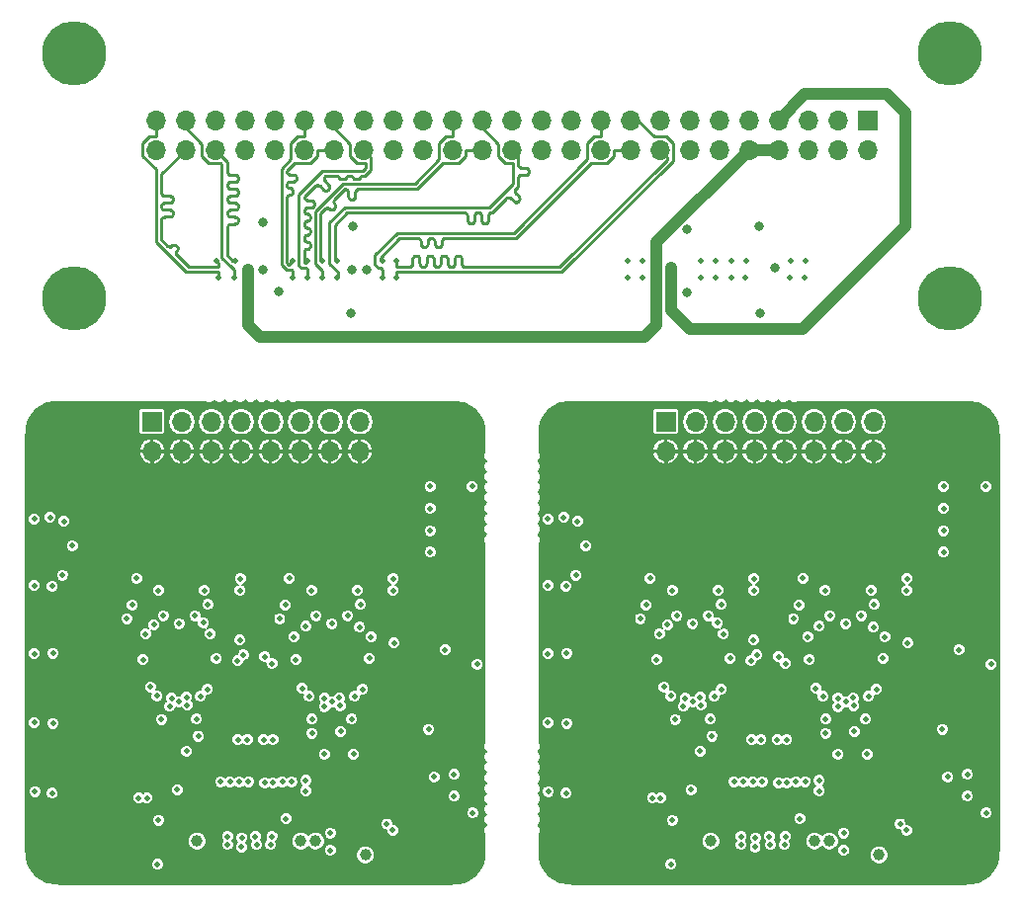
<source format=gbr>
%TF.GenerationSoftware,KiCad,Pcbnew,5.0.2-bee76a0~70~ubuntu18.04.1*%
%TF.CreationDate,2019-02-16T20:38:25+01:00*%
%TF.ProjectId,panel,70616e65-6c2e-46b6-9963-61645f706362,rev?*%
%TF.SameCoordinates,Original*%
%TF.FileFunction,Copper,L2,Inr*%
%TF.FilePolarity,Positive*%
%FSLAX46Y46*%
G04 Gerber Fmt 4.6, Leading zero omitted, Abs format (unit mm)*
G04 Created by KiCad (PCBNEW 5.0.2-bee76a0~70~ubuntu18.04.1) date lør 16 feb 2019 20:38:25 CET*
%MOMM*%
%LPD*%
G01*
G04 APERTURE LIST*
%TA.AperFunction,ViaPad*%
%ADD10R,1.700000X1.700000*%
%TD*%
%TA.AperFunction,ViaPad*%
%ADD11O,1.700000X1.700000*%
%TD*%
%TA.AperFunction,ViaPad*%
%ADD12C,5.500000*%
%TD*%
%TA.AperFunction,ViaPad*%
%ADD13C,0.500000*%
%TD*%
%TA.AperFunction,ViaPad*%
%ADD14C,0.800000*%
%TD*%
%TA.AperFunction,ViaPad*%
%ADD15C,1.000000*%
%TD*%
%TA.AperFunction,Conductor*%
%ADD16C,0.300000*%
%TD*%
%TA.AperFunction,Conductor*%
%ADD17C,0.200000*%
%TD*%
%TA.AperFunction,Conductor*%
%ADD18C,2.000000*%
%TD*%
%TA.AperFunction,Conductor*%
%ADD19C,1.000000*%
%TD*%
%TA.AperFunction,Conductor*%
%ADD20C,0.252000*%
%TD*%
G04 APERTURE END LIST*
D10*
%TO.N,Detect*%
%TO.C,J101*%
X93400000Y-29250000D03*
D11*
%TO.N,GND*%
X93400000Y-31790000D03*
X90860000Y-29250000D03*
%TO.N,-2V5*%
X90860000Y-31790000D03*
%TO.N,Vref_8-15*%
X88320000Y-29250000D03*
%TO.N,Vref_0-7*%
X88320000Y-31790000D03*
%TO.N,+2V5*%
X85780000Y-29250000D03*
%TO.N,+4V*%
X85780000Y-31790000D03*
%TO.N,GND*%
X83240000Y-29250000D03*
%TO.N,+4V*%
X83240000Y-31790000D03*
%TO.N,GND*%
X80700000Y-29250000D03*
%TO.N,D8-*%
X80700000Y-31790000D03*
%TO.N,D8+*%
X78160000Y-29250000D03*
%TO.N,D9-*%
X78160000Y-31790000D03*
%TO.N,D9+*%
X75620000Y-29250000D03*
%TO.N,D0-*%
X75620000Y-31790000D03*
%TO.N,D0+*%
X73080000Y-29250000D03*
%TO.N,D1-*%
X73080000Y-31790000D03*
%TO.N,D1+*%
X70540000Y-29250000D03*
%TO.N,GND*%
X70540000Y-31790000D03*
X68000000Y-29250000D03*
%TO.N,D10-*%
X68000000Y-31790000D03*
%TO.N,D10+*%
X65460000Y-29250000D03*
%TO.N,D11-*%
X65460000Y-31790000D03*
%TO.N,D11+*%
X62920000Y-29250000D03*
%TO.N,D2-*%
X62920000Y-31790000D03*
%TO.N,D2+*%
X60380000Y-29250000D03*
%TO.N,D3-*%
X60380000Y-31790000D03*
%TO.N,D3+*%
X57840000Y-29250000D03*
%TO.N,GND*%
X57840000Y-31790000D03*
X55300000Y-29250000D03*
%TO.N,D12-*%
X55300000Y-31790000D03*
%TO.N,D12+*%
X52760000Y-29250000D03*
%TO.N,D13-*%
X52760000Y-31790000D03*
%TO.N,D13+*%
X50220000Y-29250000D03*
%TO.N,D4-*%
X50220000Y-31790000D03*
%TO.N,D4+*%
X47680000Y-29250000D03*
%TO.N,D5-*%
X47680000Y-31790000D03*
%TO.N,D5+*%
X45140000Y-29250000D03*
%TO.N,GND*%
X45140000Y-31790000D03*
X42600000Y-29250000D03*
%TO.N,D14-*%
X42600000Y-31790000D03*
%TO.N,D14+*%
X40060000Y-29250000D03*
%TO.N,D15-*%
X40060000Y-31790000D03*
%TO.N,D15+*%
X37520000Y-29250000D03*
%TO.N,D6-*%
X37520000Y-31790000D03*
%TO.N,D6+*%
X34980000Y-29250000D03*
%TO.N,D7-*%
X34980000Y-31790000D03*
%TO.N,D7+*%
X32440000Y-29250000D03*
%TO.N,GND*%
X32440000Y-31790000D03*
%TD*%
D12*
%TO.N,GND*%
%TO.C,J104*%
X25425000Y-23525000D03*
D13*
X27665000Y-23525000D03*
X26365000Y-25565000D03*
X27505000Y-24375000D03*
X27065000Y-25065000D03*
X25427796Y-21289820D03*
X26277796Y-21449820D03*
X26967796Y-21889820D03*
X27467796Y-22589820D03*
X23189820Y-23522204D03*
X23349820Y-22672204D03*
X23789820Y-21982204D03*
X24489820Y-21482204D03*
X25432204Y-25760180D03*
X24582204Y-25600180D03*
X23892204Y-25160180D03*
X23392204Y-24460180D03*
%TD*%
%TO.N,GND*%
%TO.C,J105*%
X23392204Y-45460180D03*
X23892204Y-46160180D03*
X24582204Y-46600180D03*
X25432204Y-46760180D03*
X24489820Y-42482204D03*
X23789820Y-42982204D03*
X23349820Y-43672204D03*
X23189820Y-44522204D03*
X27467796Y-43589820D03*
X26967796Y-42889820D03*
X26277796Y-42449820D03*
X25427796Y-42289820D03*
X27065000Y-46065000D03*
X27505000Y-45375000D03*
X26365000Y-46565000D03*
X27665000Y-44525000D03*
D12*
X25425000Y-44525000D03*
%TD*%
%TO.N,GND*%
%TO.C,J106*%
X100425000Y-23525000D03*
D13*
X102665000Y-23525000D03*
X101365000Y-25565000D03*
X102505000Y-24375000D03*
X102065000Y-25065000D03*
X100427796Y-21289820D03*
X101277796Y-21449820D03*
X101967796Y-21889820D03*
X102467796Y-22589820D03*
X98189820Y-23522204D03*
X98349820Y-22672204D03*
X98789820Y-21982204D03*
X99489820Y-21482204D03*
X100432204Y-25760180D03*
X99582204Y-25600180D03*
X98892204Y-25160180D03*
X98392204Y-24460180D03*
%TD*%
%TO.N,GND*%
%TO.C,J107*%
X98392204Y-45460180D03*
X98892204Y-46160180D03*
X99582204Y-46600180D03*
X100432204Y-46760180D03*
X99489820Y-42482204D03*
X98789820Y-42982204D03*
X98349820Y-43672204D03*
X98189820Y-44522204D03*
X102467796Y-43589820D03*
X101967796Y-42889820D03*
X101277796Y-42449820D03*
X100427796Y-42289820D03*
X102065000Y-46065000D03*
X102505000Y-45375000D03*
X101365000Y-46565000D03*
X102665000Y-44525000D03*
D12*
X100425000Y-44525000D03*
%TD*%
D13*
%TO.N,GND*%
%TO.C,IC401*%
X77425000Y-74475000D03*
X78425000Y-74475000D03*
X79425000Y-74475000D03*
X77425000Y-75475000D03*
X78425000Y-75475000D03*
X79425000Y-75475000D03*
X77425000Y-76475000D03*
X78425000Y-76475000D03*
X79425000Y-76475000D03*
%TD*%
%TO.N,GND*%
%TO.C,IC201*%
X92525000Y-76475000D03*
X91525000Y-76475000D03*
X90525000Y-76475000D03*
X92525000Y-75475000D03*
X91525000Y-75475000D03*
X90525000Y-75475000D03*
X92525000Y-74475000D03*
X91525000Y-74475000D03*
X90525000Y-74475000D03*
%TD*%
D10*
%TO.N,In0*%
%TO.C,J102*%
X76115000Y-55085000D03*
D11*
%TO.N,GND*%
X76115000Y-57625000D03*
%TO.N,In1*%
X78655000Y-55085000D03*
%TO.N,GND*%
X78655000Y-57625000D03*
%TO.N,In2*%
X81195000Y-55085000D03*
%TO.N,GND*%
X81195000Y-57625000D03*
%TO.N,In3*%
X83735000Y-55085000D03*
%TO.N,GND*%
X83735000Y-57625000D03*
%TO.N,In4*%
X86275000Y-55085000D03*
%TO.N,GND*%
X86275000Y-57625000D03*
%TO.N,In5*%
X88815000Y-55085000D03*
%TO.N,GND*%
X88815000Y-57625000D03*
%TO.N,In6*%
X91355000Y-55085000D03*
%TO.N,GND*%
X91355000Y-57625000D03*
%TO.N,In7*%
X93895000Y-55085000D03*
%TO.N,GND*%
X93895000Y-57625000D03*
%TD*%
D13*
%TO.N,GND*%
%TO.C,J103*%
X99942204Y-56960180D03*
X100442204Y-57660180D03*
X101132204Y-58100180D03*
X101982204Y-58260180D03*
X101039820Y-53982204D03*
X100339820Y-54482204D03*
X99899820Y-55172204D03*
X99739820Y-56022204D03*
X104017796Y-55089820D03*
X103517796Y-54389820D03*
X102827796Y-53949820D03*
X101977796Y-53789820D03*
X103615000Y-57565000D03*
X104055000Y-56875000D03*
X102915000Y-58065000D03*
X104215000Y-56025000D03*
D12*
X101975000Y-56025000D03*
%TD*%
%TO.N,GND*%
%TO.C,J104*%
X67975000Y-92025000D03*
D13*
X70215000Y-92025000D03*
X68915000Y-94065000D03*
X70055000Y-92875000D03*
X69615000Y-93565000D03*
X67977796Y-89789820D03*
X68827796Y-89949820D03*
X69517796Y-90389820D03*
X70017796Y-91089820D03*
X65739820Y-92022204D03*
X65899820Y-91172204D03*
X66339820Y-90482204D03*
X67039820Y-89982204D03*
X67982204Y-94260180D03*
X67132204Y-94100180D03*
X66442204Y-93660180D03*
X65942204Y-92960180D03*
%TD*%
%TO.N,GND*%
%TO.C,J105*%
X65942204Y-56960180D03*
X66442204Y-57660180D03*
X67132204Y-58100180D03*
X67982204Y-58260180D03*
X67039820Y-53982204D03*
X66339820Y-54482204D03*
X65899820Y-55172204D03*
X65739820Y-56022204D03*
X70017796Y-55089820D03*
X69517796Y-54389820D03*
X68827796Y-53949820D03*
X67977796Y-53789820D03*
X69615000Y-57565000D03*
X70055000Y-56875000D03*
X68915000Y-58065000D03*
X70215000Y-56025000D03*
D12*
X67975000Y-56025000D03*
%TD*%
%TO.N,GND*%
%TO.C,J106*%
X101975000Y-92025000D03*
D13*
X104215000Y-92025000D03*
X102915000Y-94065000D03*
X104055000Y-92875000D03*
X103615000Y-93565000D03*
X101977796Y-89789820D03*
X102827796Y-89949820D03*
X103517796Y-90389820D03*
X104017796Y-91089820D03*
X99739820Y-92022204D03*
X99899820Y-91172204D03*
X100339820Y-90482204D03*
X101039820Y-89982204D03*
X101982204Y-94260180D03*
X101132204Y-94100180D03*
X100442204Y-93660180D03*
X99942204Y-92960180D03*
%TD*%
%TO.N,GND*%
%TO.C,IC401*%
X33425000Y-74475000D03*
X34425000Y-74475000D03*
X35425000Y-74475000D03*
X33425000Y-75475000D03*
X34425000Y-75475000D03*
X35425000Y-75475000D03*
X33425000Y-76475000D03*
X34425000Y-76475000D03*
X35425000Y-76475000D03*
%TD*%
%TO.N,GND*%
%TO.C,IC201*%
X48525000Y-76475000D03*
X47525000Y-76475000D03*
X46525000Y-76475000D03*
X48525000Y-75475000D03*
X47525000Y-75475000D03*
X46525000Y-75475000D03*
X48525000Y-74475000D03*
X47525000Y-74475000D03*
X46525000Y-74475000D03*
%TD*%
D10*
%TO.N,In0*%
%TO.C,J102*%
X32115000Y-55085000D03*
D11*
%TO.N,GND*%
X32115000Y-57625000D03*
%TO.N,In1*%
X34655000Y-55085000D03*
%TO.N,GND*%
X34655000Y-57625000D03*
%TO.N,In2*%
X37195000Y-55085000D03*
%TO.N,GND*%
X37195000Y-57625000D03*
%TO.N,In3*%
X39735000Y-55085000D03*
%TO.N,GND*%
X39735000Y-57625000D03*
%TO.N,In4*%
X42275000Y-55085000D03*
%TO.N,GND*%
X42275000Y-57625000D03*
%TO.N,In5*%
X44815000Y-55085000D03*
%TO.N,GND*%
X44815000Y-57625000D03*
%TO.N,In6*%
X47355000Y-55085000D03*
%TO.N,GND*%
X47355000Y-57625000D03*
%TO.N,In7*%
X49895000Y-55085000D03*
%TO.N,GND*%
X49895000Y-57625000D03*
%TD*%
D13*
%TO.N,GND*%
%TO.C,J103*%
X55942204Y-56960180D03*
X56442204Y-57660180D03*
X57132204Y-58100180D03*
X57982204Y-58260180D03*
X57039820Y-53982204D03*
X56339820Y-54482204D03*
X55899820Y-55172204D03*
X55739820Y-56022204D03*
X60017796Y-55089820D03*
X59517796Y-54389820D03*
X58827796Y-53949820D03*
X57977796Y-53789820D03*
X59615000Y-57565000D03*
X60055000Y-56875000D03*
X58915000Y-58065000D03*
X60215000Y-56025000D03*
D12*
X57975000Y-56025000D03*
%TD*%
%TO.N,GND*%
%TO.C,J104*%
X23975000Y-92025000D03*
D13*
X26215000Y-92025000D03*
X24915000Y-94065000D03*
X26055000Y-92875000D03*
X25615000Y-93565000D03*
X23977796Y-89789820D03*
X24827796Y-89949820D03*
X25517796Y-90389820D03*
X26017796Y-91089820D03*
X21739820Y-92022204D03*
X21899820Y-91172204D03*
X22339820Y-90482204D03*
X23039820Y-89982204D03*
X23982204Y-94260180D03*
X23132204Y-94100180D03*
X22442204Y-93660180D03*
X21942204Y-92960180D03*
%TD*%
%TO.N,GND*%
%TO.C,J105*%
X21942204Y-56960180D03*
X22442204Y-57660180D03*
X23132204Y-58100180D03*
X23982204Y-58260180D03*
X23039820Y-53982204D03*
X22339820Y-54482204D03*
X21899820Y-55172204D03*
X21739820Y-56022204D03*
X26017796Y-55089820D03*
X25517796Y-54389820D03*
X24827796Y-53949820D03*
X23977796Y-53789820D03*
X25615000Y-57565000D03*
X26055000Y-56875000D03*
X24915000Y-58065000D03*
X26215000Y-56025000D03*
D12*
X23975000Y-56025000D03*
%TD*%
%TO.N,GND*%
%TO.C,J106*%
X57975000Y-92025000D03*
D13*
X60215000Y-92025000D03*
X58915000Y-94065000D03*
X60055000Y-92875000D03*
X59615000Y-93565000D03*
X57977796Y-89789820D03*
X58827796Y-89949820D03*
X59517796Y-90389820D03*
X60017796Y-91089820D03*
X55739820Y-92022204D03*
X55899820Y-91172204D03*
X56339820Y-90482204D03*
X57039820Y-89982204D03*
X57982204Y-94260180D03*
X57132204Y-94100180D03*
X56442204Y-93660180D03*
X55942204Y-92960180D03*
%TD*%
D14*
%TO.N,GND*%
X49235000Y-42025000D03*
X84225000Y-45825000D03*
X41625000Y-38025000D03*
X49325035Y-38320490D03*
X49125000Y-45825000D03*
X84125000Y-38325000D03*
X77898841Y-38616099D03*
D13*
X96775000Y-72525000D03*
X86450000Y-72550000D03*
X86700000Y-68500000D03*
X95275000Y-68550000D03*
X92300000Y-68600000D03*
X89325000Y-68575000D03*
X83675000Y-72525000D03*
X73350000Y-72550000D03*
X73600000Y-68500000D03*
X82175000Y-68550000D03*
X79200000Y-68600000D03*
X76225000Y-68575000D03*
X91525000Y-84425000D03*
X94275000Y-84425000D03*
X93775000Y-86425000D03*
X88875000Y-84425000D03*
X76675000Y-65925000D03*
X73875000Y-65925000D03*
X79775000Y-65925000D03*
X82675000Y-65925000D03*
X86975000Y-65925000D03*
X89875000Y-65925000D03*
X92875000Y-65925000D03*
X95775000Y-65925000D03*
X93775000Y-87125000D03*
D15*
X81240000Y-91025000D03*
D13*
X81240000Y-93000000D03*
X87590000Y-93000000D03*
X80475000Y-85925000D03*
X80775000Y-85225000D03*
X75975000Y-85225000D03*
X80475000Y-86725000D03*
X79775000Y-85025000D03*
X97775000Y-93525000D03*
X97775000Y-90925000D03*
X99599272Y-87849272D03*
X73775000Y-81625000D03*
X96275000Y-81725000D03*
X97475000Y-78825000D03*
X87075000Y-81725000D03*
X82875000Y-81725000D03*
X85075000Y-81525000D03*
X95978565Y-78828565D03*
X72625000Y-80275000D03*
X74753722Y-80455746D03*
X82929031Y-78643035D03*
X84975000Y-78893300D03*
X87275000Y-78893300D03*
X52775000Y-72525000D03*
X42450000Y-72550000D03*
X42700000Y-68500000D03*
X51275000Y-68550000D03*
X48300000Y-68600000D03*
X45325000Y-68575000D03*
X39675000Y-72525000D03*
X29350000Y-72550000D03*
X29600000Y-68500000D03*
X38175000Y-68550000D03*
X35200000Y-68600000D03*
X32225000Y-68575000D03*
X47525000Y-84425000D03*
X50275000Y-84425000D03*
X49775000Y-86425000D03*
X44875000Y-84425000D03*
X32675000Y-65925000D03*
X29875000Y-65925000D03*
X35775000Y-65925000D03*
X38675000Y-65925000D03*
X42975000Y-65925000D03*
X45875000Y-65925000D03*
X48875000Y-65925000D03*
X51775000Y-65925000D03*
X49775000Y-87125000D03*
D15*
X37240000Y-91025000D03*
D13*
X37240000Y-93000000D03*
X43590000Y-93000000D03*
X36475000Y-85925000D03*
X36775000Y-85225000D03*
X31975000Y-85225000D03*
X36475000Y-86725000D03*
X35775000Y-85025000D03*
X53775000Y-93525000D03*
X53775000Y-90925000D03*
X55599272Y-87849272D03*
X29775000Y-81625000D03*
X52275000Y-81725000D03*
X53475000Y-78825000D03*
X43075000Y-81725000D03*
X38875000Y-81725000D03*
X41075000Y-81525000D03*
X51978565Y-78828565D03*
X28625000Y-80275000D03*
X30753722Y-80455746D03*
X38929031Y-78643035D03*
X40975000Y-78893300D03*
X43275000Y-78893300D03*
D14*
%TO.N,-2V5*%
X85505000Y-41925000D03*
X50525000Y-42025000D03*
D13*
X94725000Y-75375000D03*
X91525000Y-79075000D03*
X88425000Y-75475000D03*
X91525000Y-72375000D03*
X91525000Y-79075000D03*
X96850000Y-74050000D03*
X81625000Y-75375000D03*
X78425000Y-79075000D03*
X75325000Y-75475000D03*
X78425000Y-72375000D03*
X78425000Y-79075000D03*
D15*
X79975000Y-91025000D03*
D13*
X79075000Y-83325000D03*
X101975000Y-85325000D03*
X78275000Y-86625000D03*
X83645000Y-73795000D03*
X50725000Y-75375000D03*
X47525000Y-79075000D03*
X44425000Y-75475000D03*
X47525000Y-72375000D03*
X47525000Y-79075000D03*
X52850000Y-74050000D03*
X37625000Y-75375000D03*
X34425000Y-79075000D03*
X31325000Y-75475000D03*
X34425000Y-72375000D03*
X34425000Y-79075000D03*
D15*
X35975000Y-91025000D03*
D13*
X35075000Y-83325000D03*
X57975000Y-85325000D03*
X34275000Y-86625000D03*
X39645000Y-73795000D03*
D14*
%TO.N,Vref_8-15*%
X77925000Y-44025000D03*
%TO.N,Vref_0-7*%
X42925000Y-43925000D03*
%TO.N,+2V5*%
X41625000Y-42025000D03*
X76615000Y-41925000D03*
D13*
X93975000Y-70750000D03*
X87525000Y-70800000D03*
X80875000Y-70750000D03*
X74425000Y-70800000D03*
X93375000Y-83574998D03*
D15*
X94375000Y-92225000D03*
X88860000Y-91025000D03*
D13*
X75975000Y-77825000D03*
X88975000Y-77925000D03*
X88275000Y-73525000D03*
X94158210Y-78025000D03*
X93225000Y-80575000D03*
X80862500Y-78037500D03*
X81058210Y-73275000D03*
X75575000Y-73275000D03*
X80075000Y-82025000D03*
X101975000Y-87175000D03*
X101225000Y-74625000D03*
X94875000Y-73525000D03*
X89825000Y-80575000D03*
X76925000Y-80600000D03*
X79925000Y-80575000D03*
X49975000Y-70750000D03*
X43525000Y-70800000D03*
X36875000Y-70750000D03*
X30425000Y-70800000D03*
X49375000Y-83574998D03*
D15*
X50375000Y-92225000D03*
X44860000Y-91025000D03*
D13*
X31975000Y-77825000D03*
X44975000Y-77925000D03*
X44275000Y-73525000D03*
X50158210Y-78025000D03*
X49225000Y-80575000D03*
X36862500Y-78037500D03*
X37058210Y-73275000D03*
X31575000Y-73275000D03*
X36075000Y-82025000D03*
X57975000Y-87175000D03*
X57225000Y-74625000D03*
X50875000Y-73525000D03*
X45825000Y-80575000D03*
X32925000Y-80600000D03*
X35925000Y-80575000D03*
D14*
%TO.N,+4V*%
X40345000Y-42025000D03*
X75345000Y-41925000D03*
D13*
X93700000Y-69550000D03*
X89775000Y-69550000D03*
X80600000Y-69550000D03*
X76675000Y-69550000D03*
X83650000Y-69550000D03*
X89275000Y-85825000D03*
D15*
X90130000Y-91025000D03*
D13*
X89275000Y-86725000D03*
X96750000Y-69550000D03*
X92275000Y-81625000D03*
X89803021Y-81775000D03*
X89275000Y-72625000D03*
X89575000Y-78625000D03*
X93475000Y-78625000D03*
X80275000Y-78625000D03*
X76551011Y-78573989D03*
X80525000Y-72325000D03*
X76275000Y-72475000D03*
X93900000Y-72700000D03*
X49700000Y-69550000D03*
X45775000Y-69550000D03*
X36600000Y-69550000D03*
X32675000Y-69550000D03*
X39650000Y-69550000D03*
X45275000Y-85825000D03*
D15*
X46130000Y-91025000D03*
D13*
X45275000Y-86725000D03*
X52750000Y-69550000D03*
X48275000Y-81625000D03*
X45803021Y-81775000D03*
X45275000Y-72625000D03*
X45575000Y-78625000D03*
X49475000Y-78625000D03*
X36275000Y-78625000D03*
X32551011Y-78573989D03*
X36525000Y-72325000D03*
X32275000Y-72475000D03*
X49900000Y-72700000D03*
%TO.N,D8-*%
X88125000Y-41325000D03*
%TO.N,D8+*%
X88025000Y-42725000D03*
%TO.N,D9-*%
X86825000Y-41325000D03*
%TO.N,D9+*%
X86725000Y-42725000D03*
%TO.N,D0-*%
X53025000Y-41325000D03*
X74975000Y-87325000D03*
X76575000Y-93025000D03*
X30975000Y-87325000D03*
X32575000Y-93025000D03*
%TO.N,D0+*%
X53025000Y-42725000D03*
X75675000Y-87325000D03*
X76675000Y-89225000D03*
X31675000Y-87325000D03*
X32675000Y-89225000D03*
%TO.N,D1-*%
X51825000Y-41325000D03*
%TO.N,D1+*%
X51825000Y-42725000D03*
%TO.N,D10-*%
X83025000Y-41325000D03*
%TO.N,D10+*%
X82925000Y-42725000D03*
%TO.N,D11-*%
X81725000Y-41325000D03*
%TO.N,D11+*%
X81725000Y-42725000D03*
%TO.N,D2-*%
X47925000Y-41325000D03*
X84375000Y-85925000D03*
X82575000Y-91325000D03*
X40375000Y-85925000D03*
X38575000Y-91325000D03*
%TO.N,D2+*%
X47925000Y-42725000D03*
X83575000Y-85925000D03*
X82575000Y-90625000D03*
X39575000Y-85925000D03*
X38575000Y-90625000D03*
%TO.N,D3-*%
X46725000Y-41325000D03*
X81975000Y-85925000D03*
X83775000Y-91525000D03*
X37975000Y-85925000D03*
X39775000Y-91525000D03*
%TO.N,D3+*%
X46725000Y-42725000D03*
X82775000Y-85925000D03*
X83815008Y-90755006D03*
X38775000Y-85925000D03*
X39815008Y-90755006D03*
%TO.N,D12-*%
X80425000Y-41325000D03*
%TO.N,D12+*%
X80425000Y-42725000D03*
%TO.N,D13-*%
X79125000Y-41325000D03*
%TO.N,D13+*%
X79125000Y-42725000D03*
%TO.N,D4-*%
X45425000Y-41325000D03*
X88075000Y-85925000D03*
X85075000Y-91325000D03*
X44075000Y-85925000D03*
X41075000Y-91325000D03*
%TO.N,D4+*%
X45425000Y-42725000D03*
X87275000Y-85925000D03*
X84975000Y-90625000D03*
X43275000Y-85925000D03*
X40975000Y-90625000D03*
%TO.N,D5-*%
X44125000Y-41325000D03*
X85775000Y-86025000D03*
X86275000Y-91325000D03*
X41775000Y-86025000D03*
X42275000Y-91325000D03*
%TO.N,D5+*%
X44125000Y-42725000D03*
X86475000Y-86025000D03*
X86375000Y-90625000D03*
X42475000Y-86025000D03*
X42375000Y-90625000D03*
%TO.N,D14-*%
X74125000Y-41325000D03*
%TO.N,D14+*%
X74125000Y-42725000D03*
%TO.N,D15-*%
X72825000Y-41325000D03*
%TO.N,D15+*%
X72825000Y-42725000D03*
%TO.N,D6-*%
X39225000Y-41325000D03*
X96740166Y-90090166D03*
X91375000Y-91825000D03*
X52740166Y-90090166D03*
X47375000Y-91825000D03*
%TO.N,D6+*%
X39125000Y-42725000D03*
X96209834Y-89559834D03*
X91375000Y-90325000D03*
X52209834Y-89559834D03*
X47375000Y-90325000D03*
%TO.N,D7-*%
X37625000Y-41325000D03*
%TO.N,D7+*%
X37825000Y-42725000D03*
%TO.N,Net-(C201-Pad1)*%
X90881146Y-78779689D03*
X87875000Y-68500000D03*
X46881146Y-78779689D03*
X43875000Y-68500000D03*
%TO.N,Net-(C214-Pad1)*%
X96775000Y-68525000D03*
X92172344Y-78741059D03*
X52775000Y-68525000D03*
X48172344Y-78741059D03*
%TO.N,Net-(C401-Pad1)*%
X77781146Y-78779689D03*
X74775000Y-68500000D03*
X33781146Y-78779689D03*
X30775000Y-68500000D03*
%TO.N,Net-(C414-Pad1)*%
X83675000Y-68525000D03*
X79068142Y-78680952D03*
X39675000Y-68525000D03*
X35068142Y-78680952D03*
%TO.N,/Ch 4-7/B+*%
X86375000Y-75825000D03*
X86475000Y-82325000D03*
X42375000Y-75825000D03*
X42475000Y-82325000D03*
%TO.N,/Ch 4-7/B-*%
X85775000Y-75225000D03*
X85675000Y-82325000D03*
X41775000Y-75225000D03*
X41675000Y-82325000D03*
%TO.N,/Ch 0-3/C+*%
X83427512Y-75572488D03*
X83475000Y-82325000D03*
X39427512Y-75572488D03*
X39475000Y-82325000D03*
%TO.N,/Ch 0-3/C-*%
X83922488Y-75077512D03*
X84275000Y-82325000D03*
X39922488Y-75077512D03*
X40275000Y-82325000D03*
%TO.N,Vref*%
X90174990Y-71700000D03*
X92875010Y-71700000D03*
X87050010Y-71949990D03*
X77625000Y-79474979D03*
X77074990Y-71700000D03*
X79775010Y-71700000D03*
X73950010Y-71949990D03*
X90875000Y-83574998D03*
X87590000Y-89100000D03*
X100275000Y-85525000D03*
X92222777Y-79439252D03*
X90875010Y-79493310D03*
X79125010Y-79380212D03*
X46174990Y-71700000D03*
X48875010Y-71700000D03*
X43050010Y-71949990D03*
X33625000Y-79474979D03*
X33074990Y-71700000D03*
X35775010Y-71700000D03*
X29950010Y-71949990D03*
X46875000Y-83574998D03*
X43590000Y-89100000D03*
X56275000Y-85525000D03*
X48222777Y-79439252D03*
X46875010Y-79493310D03*
X35125010Y-79380212D03*
%TO.N,Net-(D401-Pad2)*%
X99925000Y-64425000D03*
X67375000Y-63275000D03*
X66025000Y-63425000D03*
X67625000Y-80925000D03*
X66025000Y-80875000D03*
X69275000Y-65725000D03*
X55925000Y-64425000D03*
X23375000Y-63275000D03*
X22025000Y-63425000D03*
X23625000Y-80925000D03*
X22025000Y-80875000D03*
X25275000Y-65725000D03*
%TO.N,Net-(D401-Pad1)*%
X99925000Y-62525000D03*
X67575000Y-86925000D03*
X66075000Y-86775000D03*
X55925000Y-62525000D03*
X23575000Y-86925000D03*
X22075000Y-86775000D03*
%TO.N,Net-(D403-Pad2)*%
X99925000Y-66275000D03*
X68424990Y-68225000D03*
X55925000Y-66275000D03*
X24424990Y-68225000D03*
%TO.N,Net-(D405-Pad2)*%
X99925000Y-60625000D03*
X66025000Y-69125000D03*
X67575000Y-69175000D03*
X67625000Y-74925000D03*
X66025000Y-74975000D03*
X68573239Y-63626751D03*
X55925000Y-60625000D03*
X22025000Y-69125000D03*
X23575000Y-69175000D03*
X23625000Y-74925000D03*
X22025000Y-74975000D03*
X24573239Y-63626751D03*
%TO.N,Net-(R417-Pad1)*%
X103575000Y-88625000D03*
X99811772Y-81436772D03*
X59575000Y-88625000D03*
X55811772Y-81436772D03*
%TO.N,Net-(R421-Pad2)*%
X103525000Y-60625000D03*
X103975010Y-75875000D03*
X59525000Y-60625000D03*
X59975010Y-75875000D03*
%TD*%
D16*
%TO.N,GND*%
X90525000Y-77900000D02*
X90525000Y-76475000D01*
X86700000Y-68500000D02*
X86450000Y-68750000D01*
X92350000Y-68550000D02*
X92300000Y-68600000D01*
X95275000Y-68550000D02*
X92350000Y-68550000D01*
X92300000Y-68600000D02*
X89350000Y-68600000D01*
X89350000Y-68600000D02*
X89325000Y-68575000D01*
X89325000Y-68928553D02*
X89253553Y-69000000D01*
X89325000Y-68575000D02*
X89325000Y-68928553D01*
X89325000Y-68928553D02*
X89325000Y-68950000D01*
X89000000Y-69275000D02*
X86450000Y-69275000D01*
X86450000Y-68750000D02*
X86450000Y-69275000D01*
X89325000Y-68950000D02*
X89000000Y-69275000D01*
X86450000Y-69275000D02*
X86450000Y-72550000D01*
X79674999Y-74225001D02*
X81474999Y-74225001D01*
X79425000Y-74475000D02*
X79674999Y-74225001D01*
X81474999Y-74225001D02*
X83200000Y-72500000D01*
X83200000Y-72500000D02*
X83225000Y-72525000D01*
X83225000Y-72525000D02*
X83675000Y-72525000D01*
X77425000Y-77900000D02*
X77425000Y-76475000D01*
X73600000Y-68500000D02*
X73350000Y-68750000D01*
X79250000Y-68550000D02*
X79200000Y-68600000D01*
X82175000Y-68550000D02*
X79250000Y-68550000D01*
X79200000Y-68600000D02*
X76250000Y-68600000D01*
X76250000Y-68600000D02*
X76225000Y-68575000D01*
X76225000Y-68928553D02*
X76153553Y-69000000D01*
X76225000Y-68575000D02*
X76225000Y-68928553D01*
X76225000Y-68928553D02*
X76225000Y-68950000D01*
X75900000Y-69275000D02*
X73350000Y-69275000D01*
X73350000Y-68750000D02*
X73350000Y-69275000D01*
X76225000Y-68950000D02*
X75900000Y-69275000D01*
X73350000Y-69275000D02*
X73350000Y-72550000D01*
X93775000Y-84925000D02*
X94275000Y-84425000D01*
X93775000Y-86425000D02*
X93775000Y-84925000D01*
X93895000Y-57625000D02*
X91355000Y-57625000D01*
X91355000Y-57625000D02*
X88815000Y-57625000D01*
X88815000Y-57625000D02*
X86275000Y-57625000D01*
X86275000Y-57625000D02*
X83735000Y-57625000D01*
X83735000Y-57625000D02*
X81195000Y-57625000D01*
X81195000Y-57625000D02*
X78655000Y-57625000D01*
X78655000Y-57625000D02*
X76115000Y-57625000D01*
X76115000Y-68465000D02*
X76225000Y-68575000D01*
X76115000Y-57625000D02*
X76115000Y-68465000D01*
X93895000Y-67170000D02*
X95050000Y-68325000D01*
X93895000Y-57625000D02*
X93895000Y-67170000D01*
D17*
X73128553Y-66425000D02*
X94775000Y-66425000D01*
X72775000Y-66425000D02*
X73128553Y-66425000D01*
D18*
X90525000Y-74475000D02*
X92525000Y-74475000D01*
X90525000Y-76475000D02*
X92525000Y-76475000D01*
X90525000Y-74475000D02*
X90525000Y-76475000D01*
X92525000Y-74475000D02*
X92525000Y-76475000D01*
X77425000Y-74475000D02*
X79425000Y-74475000D01*
X77425000Y-76475000D02*
X79425000Y-76475000D01*
X79425000Y-74475000D02*
X79425000Y-76475000D01*
X77425000Y-74475000D02*
X77425000Y-76475000D01*
D19*
X81240000Y-91025000D02*
X81240000Y-90317894D01*
D16*
X86975000Y-93925000D02*
X87590000Y-93310000D01*
X81375000Y-93925000D02*
X86975000Y-93925000D01*
X81240000Y-93790000D02*
X81375000Y-93925000D01*
X81240000Y-93000000D02*
X81240000Y-93790000D01*
X87590000Y-93310000D02*
X87590000Y-93000000D01*
X87590000Y-93000000D02*
X87590000Y-93440000D01*
X94825000Y-74475000D02*
X96525001Y-72774999D01*
X96525001Y-72774999D02*
X96775000Y-72525000D01*
X92525000Y-74475000D02*
X94825000Y-74475000D01*
X86450000Y-72550000D02*
X88375000Y-74475000D01*
X90171447Y-74475000D02*
X90525000Y-74475000D01*
X88375000Y-74475000D02*
X90171447Y-74475000D01*
X75275000Y-74475000D02*
X77071447Y-74475000D01*
X73350000Y-72550000D02*
X75275000Y-74475000D01*
X77071447Y-74475000D02*
X77425000Y-74475000D01*
X46525000Y-77900000D02*
X46525000Y-76475000D01*
X42700000Y-68500000D02*
X42450000Y-68750000D01*
X48350000Y-68550000D02*
X48300000Y-68600000D01*
X51275000Y-68550000D02*
X48350000Y-68550000D01*
X48300000Y-68600000D02*
X45350000Y-68600000D01*
X45350000Y-68600000D02*
X45325000Y-68575000D01*
X45325000Y-68928553D02*
X45253553Y-69000000D01*
X45325000Y-68575000D02*
X45325000Y-68928553D01*
X45325000Y-68928553D02*
X45325000Y-68950000D01*
X45000000Y-69275000D02*
X42450000Y-69275000D01*
X42450000Y-68750000D02*
X42450000Y-69275000D01*
X45325000Y-68950000D02*
X45000000Y-69275000D01*
X42450000Y-69275000D02*
X42450000Y-72550000D01*
X35674999Y-74225001D02*
X37474999Y-74225001D01*
X35425000Y-74475000D02*
X35674999Y-74225001D01*
X37474999Y-74225001D02*
X39200000Y-72500000D01*
X39200000Y-72500000D02*
X39225000Y-72525000D01*
X39225000Y-72525000D02*
X39675000Y-72525000D01*
X33425000Y-77900000D02*
X33425000Y-76475000D01*
X29600000Y-68500000D02*
X29350000Y-68750000D01*
X35250000Y-68550000D02*
X35200000Y-68600000D01*
X38175000Y-68550000D02*
X35250000Y-68550000D01*
X35200000Y-68600000D02*
X32250000Y-68600000D01*
X32250000Y-68600000D02*
X32225000Y-68575000D01*
X32225000Y-68928553D02*
X32153553Y-69000000D01*
X32225000Y-68575000D02*
X32225000Y-68928553D01*
X32225000Y-68928553D02*
X32225000Y-68950000D01*
X31900000Y-69275000D02*
X29350000Y-69275000D01*
X29350000Y-68750000D02*
X29350000Y-69275000D01*
X32225000Y-68950000D02*
X31900000Y-69275000D01*
X29350000Y-69275000D02*
X29350000Y-72550000D01*
X49775000Y-84925000D02*
X50275000Y-84425000D01*
X49775000Y-86425000D02*
X49775000Y-84925000D01*
X49895000Y-57625000D02*
X47355000Y-57625000D01*
X47355000Y-57625000D02*
X44815000Y-57625000D01*
X44815000Y-57625000D02*
X42275000Y-57625000D01*
X42275000Y-57625000D02*
X39735000Y-57625000D01*
X39735000Y-57625000D02*
X37195000Y-57625000D01*
X37195000Y-57625000D02*
X34655000Y-57625000D01*
X34655000Y-57625000D02*
X32115000Y-57625000D01*
X32115000Y-68465000D02*
X32225000Y-68575000D01*
X32115000Y-57625000D02*
X32115000Y-68465000D01*
X49895000Y-67170000D02*
X51050000Y-68325000D01*
X49895000Y-57625000D02*
X49895000Y-67170000D01*
D17*
X29128553Y-66425000D02*
X50775000Y-66425000D01*
X28775000Y-66425000D02*
X29128553Y-66425000D01*
D18*
X46525000Y-74475000D02*
X48525000Y-74475000D01*
X46525000Y-76475000D02*
X48525000Y-76475000D01*
X46525000Y-74475000D02*
X46525000Y-76475000D01*
X48525000Y-74475000D02*
X48525000Y-76475000D01*
X33425000Y-74475000D02*
X35425000Y-74475000D01*
X33425000Y-76475000D02*
X35425000Y-76475000D01*
X35425000Y-74475000D02*
X35425000Y-76475000D01*
X33425000Y-74475000D02*
X33425000Y-76475000D01*
D19*
X37240000Y-91025000D02*
X37240000Y-90317894D01*
D16*
X42975000Y-93925000D02*
X43590000Y-93310000D01*
X37375000Y-93925000D02*
X42975000Y-93925000D01*
X37240000Y-93790000D02*
X37375000Y-93925000D01*
X37240000Y-93000000D02*
X37240000Y-93790000D01*
X43590000Y-93310000D02*
X43590000Y-93000000D01*
X43590000Y-93000000D02*
X43590000Y-93440000D01*
X50825000Y-74475000D02*
X52525001Y-72774999D01*
X52525001Y-72774999D02*
X52775000Y-72525000D01*
X48525000Y-74475000D02*
X50825000Y-74475000D01*
X42450000Y-72550000D02*
X44375000Y-74475000D01*
X46171447Y-74475000D02*
X46525000Y-74475000D01*
X44375000Y-74475000D02*
X46171447Y-74475000D01*
X31275000Y-74475000D02*
X33071447Y-74475000D01*
X29350000Y-72550000D02*
X31275000Y-74475000D01*
X33071447Y-74475000D02*
X33425000Y-74475000D01*
D19*
%TO.N,+2V5*%
X76615000Y-45515000D02*
X76615000Y-41925000D01*
X78225000Y-47125000D02*
X76615000Y-45515000D01*
X88005000Y-27025000D02*
X95025000Y-27025000D01*
X85780000Y-29250000D02*
X88005000Y-27025000D01*
X95025000Y-27025000D02*
X96625000Y-28625000D01*
X96625000Y-28625000D02*
X96625000Y-38325000D01*
X96625000Y-38325000D02*
X87825000Y-47125000D01*
X87825000Y-47125000D02*
X78225000Y-47125000D01*
%TO.N,+4V*%
X85780000Y-31790000D02*
X83240000Y-31790000D01*
X41325000Y-47825000D02*
X40345000Y-46845000D01*
X74325000Y-47825000D02*
X41325000Y-47825000D01*
X75325000Y-46825000D02*
X74325000Y-47825000D01*
X40345000Y-46845000D02*
X40345000Y-42590685D01*
X75325000Y-39705000D02*
X75325000Y-46825000D01*
X40345000Y-42590685D02*
X40345000Y-42025000D01*
X83240000Y-31790000D02*
X75325000Y-39705000D01*
D20*
%TO.N,D0-*%
X58858243Y-41788979D02*
X58925000Y-41796500D01*
X58794834Y-41766791D02*
X58858243Y-41788979D01*
X58737953Y-41731050D02*
X58794834Y-41766791D01*
X58690450Y-41683547D02*
X58737953Y-41731050D01*
X58632521Y-41563257D02*
X58654709Y-41626666D01*
X58559549Y-40951607D02*
X58595290Y-41008488D01*
X58455165Y-40868363D02*
X58512046Y-40904104D01*
X58391756Y-40846175D02*
X58455165Y-40868363D01*
X58325000Y-40838653D02*
X58391756Y-40846175D01*
X58258243Y-40846175D02*
X58325000Y-40838653D01*
X58137953Y-40904104D02*
X58194834Y-40868363D01*
X58032521Y-41071897D02*
X58054709Y-41008488D01*
X57912046Y-41731050D02*
X57959549Y-41683547D01*
X57855165Y-41766791D02*
X57912046Y-41731050D01*
X57791756Y-41788979D02*
X57855165Y-41766791D01*
X57658243Y-41788979D02*
X57725000Y-41796500D01*
X57537953Y-41731050D02*
X57594834Y-41766791D01*
X57490450Y-41683547D02*
X57537953Y-41731050D01*
X57425000Y-41496500D02*
X57432521Y-41563257D01*
X57417478Y-41071897D02*
X57425000Y-41138653D01*
X57395290Y-41008488D02*
X57417478Y-41071897D01*
X57312046Y-40904104D02*
X57359549Y-40951607D01*
X57255165Y-40868363D02*
X57312046Y-40904104D01*
X58025000Y-41138653D02*
X58032521Y-41071897D01*
X57191756Y-40846175D02*
X57255165Y-40868363D01*
X55194834Y-41766791D02*
X55258243Y-41788979D01*
X54395290Y-41626666D02*
X54417478Y-41563257D01*
X76202177Y-32624675D02*
X76202177Y-32372177D01*
X57725000Y-41796500D02*
X57791756Y-41788979D01*
X55090450Y-41683547D02*
X55137953Y-41731050D01*
X55455165Y-41766791D02*
X55512046Y-41731050D01*
X55054709Y-41626666D02*
X55090450Y-41683547D01*
X55325000Y-41796500D02*
X55391756Y-41788979D01*
X54995290Y-41008488D02*
X55017478Y-41071897D01*
X56394834Y-41766791D02*
X56458243Y-41788979D01*
X55025000Y-41496500D02*
X55032521Y-41563257D01*
X57594834Y-41766791D02*
X57658243Y-41788979D01*
X55025000Y-41138653D02*
X55025000Y-41496500D01*
X58925000Y-41796500D02*
X67030352Y-41796500D01*
X54959549Y-40951607D02*
X54995290Y-41008488D01*
X58090450Y-40951607D02*
X58137953Y-40904104D01*
X54417478Y-41563257D02*
X54425000Y-41496500D01*
X56217478Y-41071897D02*
X56225000Y-41138653D01*
X54855165Y-40868363D02*
X54912046Y-40904104D01*
X54791756Y-40846175D02*
X54855165Y-40868363D01*
X55391756Y-41788979D02*
X55455165Y-41766791D01*
X54725000Y-40838653D02*
X54791756Y-40846175D01*
X57995290Y-41626666D02*
X58017478Y-41563257D01*
X55512046Y-41731050D02*
X55559549Y-41683547D01*
X55032521Y-41563257D02*
X55054709Y-41626666D01*
X56994834Y-40868363D02*
X57058243Y-40846175D01*
X54658243Y-40846175D02*
X54725000Y-40838653D01*
X56655165Y-41766791D02*
X56712046Y-41731050D01*
X54912046Y-40904104D02*
X54959549Y-40951607D01*
X54312046Y-41731050D02*
X54359549Y-41683547D01*
X57425000Y-41138653D02*
X57425000Y-41496500D01*
X54537953Y-40904104D02*
X54594834Y-40868363D01*
X54594834Y-40868363D02*
X54658243Y-40846175D01*
X54125000Y-41796500D02*
X54191756Y-41788979D01*
X56458243Y-41788979D02*
X56525000Y-41796500D01*
X53025000Y-41796500D02*
X54125000Y-41796500D01*
X55632521Y-41071897D02*
X55654709Y-41008488D01*
X56591756Y-41788979D02*
X56655165Y-41766791D01*
X54490450Y-40951607D02*
X54537953Y-40904104D01*
X57432521Y-41563257D02*
X57454709Y-41626666D01*
X54359549Y-41683547D02*
X54395290Y-41626666D01*
X54255165Y-41766791D02*
X54312046Y-41731050D01*
X54191756Y-41788979D02*
X54255165Y-41766791D01*
X57359549Y-40951607D02*
X57395290Y-41008488D01*
X54425000Y-41496500D02*
X54425000Y-41138653D01*
X54454709Y-41008488D02*
X54490450Y-40951607D01*
X58025000Y-41496500D02*
X58025000Y-41138653D01*
X57125000Y-40838653D02*
X57191756Y-40846175D01*
X55559549Y-41683547D02*
X55595290Y-41626666D01*
X56225000Y-41496500D02*
X56232521Y-41563257D01*
X58194834Y-40868363D02*
X58258243Y-40846175D01*
X55258243Y-41788979D02*
X55325000Y-41796500D01*
X55595290Y-41626666D02*
X55617478Y-41563257D01*
X56254709Y-41626666D02*
X56290450Y-41683547D01*
X56290450Y-41683547D02*
X56337953Y-41731050D01*
X67030352Y-41796500D02*
X76202177Y-32624675D01*
X55617478Y-41563257D02*
X55625000Y-41496500D01*
X56337953Y-41731050D02*
X56394834Y-41766791D01*
X55625000Y-41138653D02*
X55632521Y-41071897D01*
X53025000Y-41325000D02*
X53025000Y-41796500D01*
X54425000Y-41138653D02*
X54432521Y-41071897D01*
X55654709Y-41008488D02*
X55690450Y-40951607D01*
X58054709Y-41008488D02*
X58090450Y-40951607D01*
X55690450Y-40951607D02*
X55737953Y-40904104D01*
X56712046Y-41731050D02*
X56759549Y-41683547D01*
X55737953Y-40904104D02*
X55794834Y-40868363D01*
X58595290Y-41008488D02*
X58617478Y-41071897D01*
X55794834Y-40868363D02*
X55858243Y-40846175D01*
X56817478Y-41563257D02*
X56825000Y-41496500D01*
X57454709Y-41626666D02*
X57490450Y-41683547D01*
X55858243Y-40846175D02*
X55925000Y-40838653D01*
X55925000Y-40838653D02*
X55991756Y-40846175D01*
X55991756Y-40846175D02*
X56055165Y-40868363D01*
X58625000Y-41496500D02*
X58632521Y-41563257D01*
X56832521Y-41071897D02*
X56854709Y-41008488D01*
X58617478Y-41071897D02*
X58625000Y-41138653D01*
X56825000Y-41496500D02*
X56825000Y-41138653D01*
X56055165Y-40868363D02*
X56112046Y-40904104D01*
X56159549Y-40951607D02*
X56195290Y-41008488D01*
X56232521Y-41563257D02*
X56254709Y-41626666D01*
X55625000Y-41496500D02*
X55625000Y-41138653D01*
X56225000Y-41138653D02*
X56225000Y-41496500D01*
X56525000Y-41796500D02*
X56591756Y-41788979D01*
X58512046Y-40904104D02*
X58559549Y-40951607D01*
X56112046Y-40904104D02*
X56159549Y-40951607D01*
X56759549Y-41683547D02*
X56795290Y-41626666D01*
X76202177Y-32372177D02*
X75620000Y-31790000D01*
X56195290Y-41008488D02*
X56217478Y-41071897D01*
X54432521Y-41071897D02*
X54454709Y-41008488D01*
X56795290Y-41626666D02*
X56817478Y-41563257D01*
X58625000Y-41138653D02*
X58625000Y-41496500D01*
X56825000Y-41138653D02*
X56832521Y-41071897D01*
X55017478Y-41071897D02*
X55025000Y-41138653D01*
X56854709Y-41008488D02*
X56890450Y-40951607D01*
X58654709Y-41626666D02*
X58690450Y-41683547D01*
X56890450Y-40951607D02*
X56937953Y-40904104D01*
X57959549Y-41683547D02*
X57995290Y-41626666D01*
X55137953Y-41731050D02*
X55194834Y-41766791D01*
X56937953Y-40904104D02*
X56994834Y-40868363D01*
X58017478Y-41563257D02*
X58025000Y-41496500D01*
X57058243Y-40846175D02*
X57125000Y-40838653D01*
%TO.N,D0+*%
X76746001Y-32727147D02*
X67219648Y-42253500D01*
X75140295Y-30663999D02*
X76160481Y-30663999D01*
X76160481Y-30663999D02*
X76746001Y-31249519D01*
X76746001Y-31249519D02*
X76746001Y-32727147D01*
X73080000Y-29250000D02*
X73726296Y-29250000D01*
X73726296Y-29250000D02*
X75140295Y-30663999D01*
X67219648Y-42253500D02*
X53025000Y-42253500D01*
X53025000Y-42253500D02*
X53025000Y-42725000D01*
%TO.N,D1-*%
X71080481Y-32916001D02*
X71666001Y-32330481D01*
X69737147Y-32916001D02*
X71080481Y-32916001D01*
X57225000Y-39353500D02*
X63299648Y-39353500D01*
X57037953Y-39418950D02*
X57094834Y-39383209D01*
X56990450Y-39466453D02*
X57037953Y-39418950D01*
X56954709Y-39523334D02*
X56990450Y-39466453D01*
X56925000Y-39653500D02*
X56932521Y-39586743D01*
X56925000Y-39807262D02*
X56925000Y-39653500D01*
X56917478Y-39874018D02*
X56925000Y-39807262D01*
X56895290Y-39937427D02*
X56917478Y-39874018D01*
X56859549Y-39994308D02*
X56895290Y-39937427D01*
X56812046Y-40041811D02*
X56859549Y-39994308D01*
X56755165Y-40077552D02*
X56812046Y-40041811D01*
X56691756Y-40099740D02*
X56755165Y-40077552D01*
X56558243Y-40099740D02*
X56625000Y-40107262D01*
X56354709Y-39937427D02*
X56390450Y-39994308D01*
X56332521Y-39874018D02*
X56354709Y-39937427D01*
X56325000Y-39807262D02*
X56332521Y-39874018D01*
X56325000Y-39653500D02*
X56325000Y-39807262D01*
X56317478Y-39586743D02*
X56325000Y-39653500D01*
X56295290Y-39523334D02*
X56317478Y-39586743D01*
X56259549Y-39466453D02*
X56295290Y-39523334D01*
X56212046Y-39418950D02*
X56259549Y-39466453D01*
X56155165Y-39383209D02*
X56212046Y-39418950D01*
X56091756Y-39361021D02*
X56155165Y-39383209D01*
X55154709Y-39937427D02*
X55190450Y-39994308D01*
X55125000Y-39807262D02*
X55132521Y-39874018D01*
X55125000Y-39653500D02*
X55125000Y-39807262D01*
X55095290Y-39523334D02*
X55117478Y-39586743D01*
X57094834Y-39383209D02*
X57158243Y-39361021D01*
X55117478Y-39586743D02*
X55125000Y-39653500D01*
X55358243Y-40099740D02*
X55425000Y-40107262D01*
X55059549Y-39466453D02*
X55095290Y-39523334D01*
X71666001Y-32330481D02*
X71666001Y-31790000D01*
X55725000Y-39807262D02*
X55725000Y-39653500D01*
X56494834Y-40077552D02*
X56558243Y-40099740D01*
X54955165Y-39383209D02*
X55012046Y-39418950D01*
X55555165Y-40077552D02*
X55612046Y-40041811D01*
X55190450Y-39994308D02*
X55237953Y-40041811D01*
X51819648Y-41330352D02*
X51653500Y-41330352D01*
X55237953Y-40041811D02*
X55294834Y-40077552D01*
X51825000Y-41325000D02*
X51819648Y-41330352D01*
X56390450Y-39994308D02*
X56437953Y-40041811D01*
X54825000Y-39353500D02*
X54891756Y-39361021D01*
X51653500Y-41330352D02*
X51653500Y-41019648D01*
X55958243Y-39361021D02*
X56025000Y-39353500D01*
X51653500Y-41019648D02*
X53319648Y-39353500D01*
X71666001Y-31790000D02*
X73080000Y-31790000D01*
X53319648Y-39353500D02*
X54825000Y-39353500D01*
X55612046Y-40041811D02*
X55659549Y-39994308D01*
X55294834Y-40077552D02*
X55358243Y-40099740D01*
X55837953Y-39418950D02*
X55894834Y-39383209D01*
X55425000Y-40107262D02*
X55491756Y-40099740D01*
X55491756Y-40099740D02*
X55555165Y-40077552D01*
X55659549Y-39994308D02*
X55695290Y-39937427D01*
X57158243Y-39361021D02*
X57225000Y-39353500D01*
X55695290Y-39937427D02*
X55717478Y-39874018D01*
X56625000Y-40107262D02*
X56691756Y-40099740D01*
X55754709Y-39523334D02*
X55790450Y-39466453D01*
X63299648Y-39353500D02*
X69737147Y-32916001D01*
X55717478Y-39874018D02*
X55725000Y-39807262D01*
X55132521Y-39874018D02*
X55154709Y-39937427D01*
X55012046Y-39418950D02*
X55059549Y-39466453D01*
X55725000Y-39653500D02*
X55732521Y-39586743D01*
X56932521Y-39586743D02*
X56954709Y-39523334D01*
X55790450Y-39466453D02*
X55837953Y-39418950D01*
X54891756Y-39361021D02*
X54955165Y-39383209D01*
X55894834Y-39383209D02*
X55958243Y-39361021D01*
X56437953Y-40041811D02*
X56494834Y-40077552D01*
X55732521Y-39586743D02*
X55754709Y-39523334D01*
X56025000Y-39353500D02*
X56091756Y-39361021D01*
%TO.N,D1+*%
X69413999Y-32592853D02*
X63110352Y-38896500D01*
X69413999Y-31249519D02*
X69413999Y-32592853D01*
X69999519Y-30663999D02*
X69413999Y-31249519D01*
X70540000Y-30663999D02*
X69999519Y-30663999D01*
X70540000Y-29250000D02*
X70540000Y-30663999D01*
X63110352Y-38896500D02*
X53130352Y-38896500D01*
X53130352Y-38896500D02*
X51196500Y-40830352D01*
X51196500Y-40830352D02*
X51196500Y-41519648D01*
X51196500Y-41519648D02*
X51196500Y-41596500D01*
X51196500Y-41596500D02*
X51525000Y-41925000D01*
X51525000Y-41925000D02*
X51725000Y-41925000D01*
X51725000Y-41925000D02*
X51825000Y-42025000D01*
X51825000Y-42025000D02*
X51825000Y-42725000D01*
%TO.N,D2-*%
X47919648Y-41330352D02*
X47925000Y-41325000D01*
X47753500Y-41330352D02*
X47919648Y-41330352D01*
X48819648Y-37153500D02*
X47753500Y-38219648D01*
X58819648Y-37153500D02*
X48819648Y-37153500D01*
X58886404Y-37161022D02*
X58819648Y-37153500D01*
X58949813Y-37183210D02*
X58886404Y-37161022D01*
X59054197Y-37266454D02*
X59006694Y-37218951D01*
X59089938Y-37323335D02*
X59054197Y-37266454D01*
X59112126Y-37386744D02*
X59089938Y-37323335D01*
X59119648Y-37453500D02*
X59112126Y-37386744D01*
X59119648Y-37780744D02*
X59119648Y-37453500D01*
X59549813Y-38051035D02*
X59486404Y-38073223D01*
X59606694Y-38015294D02*
X59549813Y-38051035D01*
X59654197Y-37967791D02*
X59606694Y-38015294D01*
X59719648Y-37780744D02*
X59712126Y-37847501D01*
X59719648Y-37453500D02*
X59719648Y-37780744D01*
X59749357Y-37323335D02*
X59727169Y-37386744D01*
X59832601Y-37218951D02*
X59785098Y-37266454D01*
X60149813Y-37183210D02*
X60086404Y-37161022D01*
X60206694Y-37218951D02*
X60149813Y-37183210D01*
X60254197Y-37266454D02*
X60206694Y-37218951D01*
X60289938Y-37323335D02*
X60254197Y-37266454D01*
X60319648Y-37453500D02*
X60312126Y-37386744D01*
X60319648Y-37780744D02*
X60319648Y-37453500D01*
X60327169Y-37847501D02*
X60319648Y-37780744D01*
X60349357Y-37910910D02*
X60327169Y-37847501D01*
X60385098Y-37967791D02*
X60349357Y-37910910D01*
X60432601Y-38015294D02*
X60385098Y-37967791D01*
X60552891Y-38073223D02*
X60489482Y-38051035D01*
X60686404Y-38073223D02*
X60619648Y-38080744D01*
X60749813Y-38051035D02*
X60686404Y-38073223D01*
X63461022Y-34158243D02*
X63453500Y-34225000D01*
X60312126Y-37386744D02*
X60289938Y-37323335D01*
X62428198Y-35944951D02*
X62322133Y-36051015D01*
X62606741Y-35858971D02*
X62541246Y-35873920D01*
X63518951Y-34037953D02*
X63483210Y-34094834D01*
X63753500Y-33925000D02*
X63686744Y-33932521D01*
X60619648Y-38080744D02*
X60552891Y-38073223D01*
X64351035Y-33755165D02*
X64315294Y-33812046D01*
X63190744Y-35274966D02*
X63190745Y-35342144D01*
X60489482Y-38051035D02*
X60432601Y-38015294D01*
X63453500Y-34919648D02*
X63276725Y-35096423D01*
X64080744Y-33925000D02*
X63753500Y-33925000D01*
X64373223Y-33691756D02*
X64351035Y-33755165D01*
X64080744Y-33325000D02*
X64147501Y-33332521D01*
X60919648Y-37453500D02*
X60919648Y-37780744D01*
X63483210Y-34094834D02*
X63461022Y-34158243D01*
X64315294Y-33812046D02*
X64267791Y-33859549D01*
X63518951Y-33212046D02*
X63566454Y-33259549D01*
X59127169Y-37847501D02*
X59119648Y-37780744D01*
X63686744Y-33932521D02*
X63623335Y-33954709D01*
X47753500Y-38219648D02*
X47753500Y-41330352D01*
X60019648Y-37153500D02*
X59952891Y-37161022D01*
X60919648Y-37780744D02*
X60912126Y-37847501D01*
X59727169Y-37386744D02*
X59719648Y-37453500D01*
X63461022Y-33091756D02*
X63483210Y-33155165D01*
X60086404Y-37161022D02*
X60019648Y-37153500D01*
X64267791Y-33859549D02*
X64210910Y-33895290D01*
X63453500Y-33025000D02*
X63461022Y-33091756D01*
X63508123Y-35752084D02*
X63550007Y-35804607D01*
X64380744Y-33625000D02*
X64373223Y-33691756D01*
X63262401Y-36262331D02*
X63196908Y-36247381D01*
X64373223Y-33558243D02*
X64380744Y-33625000D01*
X62920000Y-31790000D02*
X63453500Y-32323500D01*
X59232601Y-38015294D02*
X59185098Y-37967791D01*
X60985098Y-37266454D02*
X60949357Y-37323335D01*
X64147501Y-33332521D02*
X64210910Y-33354709D01*
X64210910Y-33895290D02*
X64147501Y-33917478D01*
X63508123Y-36176348D02*
X63455601Y-36218234D01*
X59712126Y-37847501D02*
X59689938Y-37910910D01*
X63566454Y-33990450D02*
X63518951Y-34037953D01*
X63453500Y-32323500D02*
X63453500Y-33025000D01*
X64147501Y-33917478D02*
X64080744Y-33925000D01*
X59149357Y-37910910D02*
X59127169Y-37847501D01*
X60927169Y-37386744D02*
X60919648Y-37453500D01*
X63483210Y-33155165D02*
X63518951Y-33212046D01*
X63623335Y-33295290D02*
X63686744Y-33317478D01*
X63566454Y-33259549D02*
X63623335Y-33295290D01*
X63276725Y-35096423D02*
X63234840Y-35148946D01*
X63455601Y-36218234D02*
X63395074Y-36247382D01*
X63753500Y-33325000D02*
X64080744Y-33325000D01*
X59952891Y-37161022D02*
X59889482Y-37183210D01*
X60912126Y-37847501D02*
X60889938Y-37910910D01*
X63453500Y-34225000D02*
X63453500Y-34919648D01*
X63686744Y-33317478D02*
X63753500Y-33325000D01*
X64210910Y-33354709D02*
X64267791Y-33390450D01*
X59889482Y-37183210D02*
X59832601Y-37218951D01*
X60889938Y-37910910D02*
X60854197Y-37967791D01*
X59689938Y-37910910D02*
X59654197Y-37967791D01*
X63594104Y-35997806D02*
X63579155Y-36063301D01*
X60854197Y-37967791D02*
X60806694Y-38015294D01*
X63196908Y-36247381D02*
X63136381Y-36218235D01*
X63190745Y-35342144D02*
X63205693Y-35407639D01*
X64315294Y-33437953D02*
X64351035Y-33494834D01*
X64267791Y-33390450D02*
X64315294Y-33437953D01*
X63276726Y-35520687D02*
X63508123Y-35752084D01*
X63550007Y-35804607D02*
X63579155Y-35865133D01*
X59006694Y-37218951D02*
X58949813Y-37183210D01*
X63205694Y-35209471D02*
X63190744Y-35274966D01*
X63579155Y-35865133D02*
X63594104Y-35930628D01*
X59352891Y-38073223D02*
X59289482Y-38051035D01*
X63594104Y-35930628D02*
X63594104Y-35997806D01*
X63579155Y-36063301D02*
X63550007Y-36123827D01*
X63550007Y-36123827D02*
X63508123Y-36176348D01*
X63234840Y-35148946D02*
X63205694Y-35209471D01*
X63395074Y-36247382D02*
X63329581Y-36262330D01*
X62541246Y-35873920D02*
X62480720Y-35903068D01*
X59185098Y-37967791D02*
X59149357Y-37910910D01*
X60949357Y-37323335D02*
X60927169Y-37386744D01*
X63329581Y-36262330D02*
X63262401Y-36262331D01*
X62322133Y-36051015D02*
X61219648Y-37153500D01*
X59785098Y-37266454D02*
X59749357Y-37323335D01*
X60806694Y-38015294D02*
X60749813Y-38051035D01*
X63205693Y-35407639D02*
X63234841Y-35468164D01*
X63136381Y-36218235D02*
X63083859Y-36176348D01*
X63234841Y-35468164D02*
X63276726Y-35520687D01*
X62480720Y-35903068D02*
X62428198Y-35944951D01*
X63083859Y-36176348D02*
X62852463Y-35944952D01*
X62852463Y-35944952D02*
X62799940Y-35903068D01*
X59486404Y-38073223D02*
X59419648Y-38080744D01*
X61219648Y-37153500D02*
X61152891Y-37161022D01*
X62799940Y-35903068D02*
X62739414Y-35873920D01*
X59419648Y-38080744D02*
X59352891Y-38073223D01*
X63623335Y-33954709D02*
X63566454Y-33990450D01*
X61152891Y-37161022D02*
X61089482Y-37183210D01*
X64351035Y-33494834D02*
X64373223Y-33558243D01*
X62739414Y-35873920D02*
X62673919Y-35858971D01*
X61089482Y-37183210D02*
X61032601Y-37218951D01*
X62673919Y-35858971D02*
X62606741Y-35858971D01*
X59289482Y-38051035D02*
X59232601Y-38015294D01*
X61032601Y-37218951D02*
X60985098Y-37266454D01*
%TO.N,D2+*%
X62379519Y-32916001D02*
X62996500Y-32916001D01*
X61793999Y-32330481D02*
X62379519Y-32916001D01*
X61793999Y-31310295D02*
X61793999Y-32330481D01*
X60380000Y-29896296D02*
X61793999Y-31310295D01*
X60380000Y-29250000D02*
X60380000Y-29896296D01*
X62996500Y-32916001D02*
X62996500Y-34730352D01*
X62996500Y-34730352D02*
X61030352Y-36696500D01*
X61030352Y-36696500D02*
X48630352Y-36696500D01*
X48630352Y-36696500D02*
X47296500Y-38030352D01*
X47296500Y-38030352D02*
X47296500Y-41519648D01*
X47296500Y-41519648D02*
X47319648Y-41519648D01*
X47319648Y-41519648D02*
X48025000Y-42225000D01*
X48025000Y-42225000D02*
X48025000Y-42625000D01*
X48025000Y-42625000D02*
X47925000Y-42725000D01*
%TO.N,D3-*%
X58966001Y-31790000D02*
X60380000Y-31790000D01*
X57037147Y-32916001D02*
X58380481Y-32916001D01*
X49819648Y-35153500D02*
X54799648Y-35153500D01*
X49752891Y-35161021D02*
X49819648Y-35153500D01*
X49689482Y-35183209D02*
X49752891Y-35161021D01*
X49632601Y-35218950D02*
X49689482Y-35183209D01*
X49585098Y-35266453D02*
X49632601Y-35218950D01*
X49454197Y-35943406D02*
X49489938Y-35886525D01*
X49406694Y-35990909D02*
X49454197Y-35943406D01*
X49286404Y-36048838D02*
X49349813Y-36026650D01*
X49219648Y-36056360D02*
X49286404Y-36048838D01*
X49152891Y-36048838D02*
X49219648Y-36056360D01*
X49089482Y-36026650D02*
X49152891Y-36048838D01*
X48985098Y-35943406D02*
X49032601Y-35990909D01*
X48949357Y-35886525D02*
X48985098Y-35943406D01*
X48927169Y-35823116D02*
X48949357Y-35886525D01*
X48919648Y-35756360D02*
X48927169Y-35823116D01*
X48919648Y-35453500D02*
X48919648Y-35756360D01*
X49489938Y-35886525D02*
X49512126Y-35823116D01*
X47420097Y-36913600D02*
X47480446Y-36927374D01*
X47364326Y-36886742D02*
X47420097Y-36913600D01*
X49519648Y-35453500D02*
X49527169Y-35386743D01*
X47602695Y-36913600D02*
X47658466Y-36886742D01*
X47740195Y-36032951D02*
X47879593Y-35893555D01*
X48619648Y-35153500D02*
X48686404Y-35161021D01*
X47211764Y-36782695D02*
X47267535Y-36809553D01*
X47151415Y-36768921D02*
X47211764Y-36782695D01*
X49512126Y-35823116D02*
X49519648Y-35756360D01*
X47480446Y-36927374D02*
X47542346Y-36927374D01*
X46973395Y-36809553D02*
X47029166Y-36782695D01*
X49549357Y-35323334D02*
X49585098Y-35266453D01*
X47029166Y-36782695D02*
X47089515Y-36768921D01*
X49032601Y-35990909D02*
X49089482Y-36026650D01*
X47706862Y-36848148D02*
X47740195Y-36814814D01*
X46925000Y-36848148D02*
X46973395Y-36809553D01*
X46553500Y-37219648D02*
X46925000Y-36848148D01*
X54799648Y-35153500D02*
X57037147Y-32916001D01*
X49519648Y-35756360D02*
X49519648Y-35453500D01*
X47089515Y-36768921D02*
X47151415Y-36768921D01*
X47542346Y-36927374D02*
X47602695Y-36913600D01*
X49349813Y-36026650D02*
X49406694Y-35990909D01*
X46719648Y-41330352D02*
X46553500Y-41330352D01*
X46553500Y-41330352D02*
X46553500Y-37219648D01*
X58966001Y-32330481D02*
X58966001Y-31790000D01*
X46725000Y-41325000D02*
X46719648Y-41330352D01*
X47778789Y-36766419D02*
X47805647Y-36710648D01*
X47674742Y-36137118D02*
X47701600Y-36081347D01*
X47267535Y-36809553D02*
X47364326Y-36886742D01*
X48749813Y-35183209D02*
X48806694Y-35218950D01*
X47819421Y-36588399D02*
X47805647Y-36528050D01*
X49527169Y-35386743D02*
X49549357Y-35323334D01*
X47658466Y-36886742D02*
X47706862Y-36848148D01*
X47879593Y-35893555D02*
X48619648Y-35153500D01*
X48686404Y-35161021D02*
X48749813Y-35183209D01*
X47819421Y-36650299D02*
X47819421Y-36588399D01*
X48806694Y-35218950D02*
X48854197Y-35266453D01*
X47805647Y-36528050D02*
X47778789Y-36472279D01*
X48854197Y-35266453D02*
X48889938Y-35323334D01*
X47778789Y-36472279D02*
X47701600Y-36375487D01*
X48889938Y-35323334D02*
X48912126Y-35386743D01*
X47701600Y-36375487D02*
X47674742Y-36319716D01*
X58380481Y-32916001D02*
X58966001Y-32330481D01*
X48912126Y-35386743D02*
X48919648Y-35453500D01*
X47674742Y-36319716D02*
X47660968Y-36259367D01*
X47660968Y-36259367D02*
X47660968Y-36197467D01*
X47740195Y-36814814D02*
X47778789Y-36766419D01*
X47660968Y-36197467D02*
X47674742Y-36137118D01*
X47805647Y-36710648D02*
X47819421Y-36650299D01*
X47701600Y-36081347D02*
X47740195Y-36032951D01*
%TO.N,D3+*%
X56713999Y-32592853D02*
X54610352Y-34696500D01*
X57299519Y-30663999D02*
X56713999Y-31249519D01*
X57840000Y-30663999D02*
X57299519Y-30663999D01*
X56713999Y-31249519D02*
X56713999Y-32592853D01*
X57840000Y-29250000D02*
X57840000Y-30663999D01*
X54610352Y-34696500D02*
X48430352Y-34696500D01*
X48430352Y-34696500D02*
X46096500Y-37030352D01*
X46096500Y-37030352D02*
X46096500Y-41519648D01*
X46096500Y-41519648D02*
X46119648Y-41519648D01*
X46119648Y-41519648D02*
X46725000Y-42125000D01*
X46725000Y-42125000D02*
X46725000Y-42725000D01*
%TO.N,D4-*%
X45178258Y-40411177D02*
X45159769Y-40464017D01*
X45208043Y-40363775D02*
X45178258Y-40411177D01*
X45247628Y-40324190D02*
X45208043Y-40363775D01*
X45295030Y-40294405D02*
X45247628Y-40324190D01*
X45347870Y-40275916D02*
X45295030Y-40294405D01*
X45459131Y-40263379D02*
X45347870Y-40275916D01*
X45511971Y-40244890D02*
X45459131Y-40263379D01*
X45559373Y-40215105D02*
X45511971Y-40244890D01*
X45598958Y-40175520D02*
X45559373Y-40215105D01*
X45628743Y-40128118D02*
X45598958Y-40175520D01*
X45647232Y-40075278D02*
X45628743Y-40128118D01*
X45653500Y-40019648D02*
X45647232Y-40075278D01*
X45653500Y-39919648D02*
X45653500Y-40019648D01*
X45647232Y-39864017D02*
X45653500Y-39919648D01*
X45598958Y-39763775D02*
X45628743Y-39811177D01*
X45559373Y-39724190D02*
X45598958Y-39763775D01*
X45347870Y-39663379D02*
X45459131Y-39675916D01*
X45295030Y-39644890D02*
X45347870Y-39663379D01*
X45247628Y-39615105D02*
X45295030Y-39644890D01*
X45208043Y-39575520D02*
X45247628Y-39615105D01*
X45178258Y-39528118D02*
X45208043Y-39575520D01*
X45159769Y-39264017D02*
X45153500Y-39319648D01*
X45178258Y-39211177D02*
X45159769Y-39264017D01*
X45347870Y-39075916D02*
X45295030Y-39094405D01*
X45459131Y-39063379D02*
X45347870Y-39075916D01*
X45511971Y-39044890D02*
X45459131Y-39063379D01*
X45598958Y-38975520D02*
X45559373Y-39015105D01*
X47089443Y-35255905D02*
X47023950Y-35270853D01*
X49868388Y-34243597D02*
X49847252Y-34250993D01*
X46778228Y-35184871D02*
X46495386Y-34902029D01*
X45347870Y-37263379D02*
X45459131Y-37275916D01*
X45153500Y-38119648D02*
X45153500Y-38219648D01*
X47288474Y-35006329D02*
X47273524Y-35071824D01*
X45295030Y-37894405D02*
X45247628Y-37924190D01*
X47288473Y-34939151D02*
X47288474Y-35006329D01*
X46877764Y-34425241D02*
X46919649Y-34477764D01*
X48134903Y-34196889D02*
X48127507Y-34175753D01*
X46833667Y-34232043D02*
X46833668Y-34299221D01*
X45159769Y-40464017D02*
X45153500Y-40519648D01*
X50855304Y-32425304D02*
X50855304Y-33517844D01*
X48025000Y-34053500D02*
X46919648Y-34053500D01*
X45559373Y-37324190D02*
X45598958Y-37363775D01*
X48068388Y-34063404D02*
X48047252Y-34056008D01*
X48087348Y-34075317D02*
X48068388Y-34063404D01*
X47149970Y-35226757D02*
X47089443Y-35255905D01*
X46830750Y-35226758D02*
X46778228Y-35184871D01*
X45295030Y-37244890D02*
X45347870Y-37263379D01*
X48103183Y-34091152D02*
X48087348Y-34075317D01*
X47273525Y-34873656D02*
X47288473Y-34939151D01*
X47202492Y-34760607D02*
X47244377Y-34813130D01*
X45559373Y-37815105D02*
X45511971Y-37844890D01*
X48122492Y-34131248D02*
X48115096Y-34110112D01*
X46919648Y-34053500D02*
X46877763Y-34106023D01*
X45347870Y-37875916D02*
X45295030Y-37894405D01*
X48146816Y-34215849D02*
X48134903Y-34196889D01*
X48162651Y-34231684D02*
X48146816Y-34215849D01*
X45559373Y-39015105D02*
X45511971Y-39044890D01*
X48202747Y-34250993D02*
X48181611Y-34243597D01*
X48225000Y-34253500D02*
X48202747Y-34250993D01*
X45938050Y-36606694D02*
X45890547Y-36654197D01*
X45598958Y-38563775D02*
X45628743Y-38611177D01*
X47273524Y-35071824D02*
X47244376Y-35132350D01*
X49915096Y-34196889D02*
X49903183Y-34215849D01*
X45178258Y-37128118D02*
X45208043Y-37175520D01*
X45247628Y-37924190D02*
X45208043Y-37963775D01*
X48647252Y-34250993D02*
X48625000Y-34253500D01*
X45347870Y-38463379D02*
X45459131Y-38475916D01*
X46848616Y-34364716D02*
X46877764Y-34425241D01*
X48825000Y-34053500D02*
X48802747Y-34056008D01*
X45159769Y-38064017D02*
X45153500Y-38119648D01*
X48687348Y-34231684D02*
X48668388Y-34243597D01*
X45511971Y-39694405D02*
X45559373Y-39724190D01*
X48703183Y-34215849D02*
X48687348Y-34231684D01*
X48115096Y-34110112D02*
X48103183Y-34091152D01*
X45938050Y-36232601D02*
X45973791Y-36289482D01*
X46956770Y-35270854D02*
X46891277Y-35255904D01*
X45459131Y-38475916D02*
X45511971Y-38494405D01*
X48715096Y-34196889D02*
X48703183Y-34215849D01*
X49946816Y-34091152D02*
X49934903Y-34110112D01*
X48722492Y-34175753D02*
X48715096Y-34196889D01*
X49825000Y-34253500D02*
X49425000Y-34253500D01*
X45833666Y-36149357D02*
X45890547Y-36185098D01*
X49887348Y-34231684D02*
X49868388Y-34243597D01*
X45890547Y-36185098D02*
X45938050Y-36232601D01*
X49903183Y-34215849D02*
X49887348Y-34231684D01*
X49327507Y-34175753D02*
X49322492Y-34131248D01*
X48047252Y-34056008D02*
X48025000Y-34053500D01*
X45559373Y-38524190D02*
X45598958Y-38563775D01*
X45159769Y-37075278D02*
X45178258Y-37128118D01*
X49981611Y-34063404D02*
X49962651Y-34075317D01*
X48668388Y-34243597D02*
X48647252Y-34250993D01*
X45247628Y-37215105D02*
X45295030Y-37244890D01*
X45178258Y-38011177D02*
X45159769Y-38064017D01*
X46919649Y-34477764D02*
X47202492Y-34760607D01*
X47244377Y-34813130D02*
X47273525Y-34873656D01*
X48762651Y-34075317D02*
X48746816Y-34091152D01*
X45178258Y-38328118D02*
X45208043Y-38375520D01*
X48625000Y-34253500D02*
X48225000Y-34253500D01*
X45973791Y-36549813D02*
X45938050Y-36606694D01*
X47244376Y-35132350D02*
X47202492Y-35184871D01*
X50855304Y-33517844D02*
X50319648Y-34053500D01*
X48734903Y-34110112D02*
X48727507Y-34131248D01*
X50002747Y-34056008D02*
X49981611Y-34063404D01*
X46833668Y-34299221D02*
X46848616Y-34364716D01*
X45995979Y-36352891D02*
X46003500Y-36419648D01*
X49381611Y-34243597D02*
X49362651Y-34231684D01*
X45973791Y-36289482D02*
X45995979Y-36352891D01*
X45295030Y-38444890D02*
X45347870Y-38463379D01*
X50319648Y-34053500D02*
X50025000Y-34053500D01*
X49425000Y-34253500D02*
X49402747Y-34250993D01*
X49346816Y-34215849D02*
X49334903Y-34196889D01*
X46877763Y-34106023D02*
X46848617Y-34166548D01*
X48746816Y-34091152D02*
X48734903Y-34110112D01*
X50220000Y-31790000D02*
X50855304Y-32425304D01*
X49934903Y-34110112D02*
X49927507Y-34131248D01*
X49268388Y-34063404D02*
X49247252Y-34056008D01*
X49922492Y-34175753D02*
X49915096Y-34196889D01*
X45511971Y-37294405D02*
X45559373Y-37324190D01*
X49322492Y-34131248D02*
X49315096Y-34110112D01*
X48727507Y-34131248D02*
X48722492Y-34175753D01*
X45453500Y-36119648D02*
X45703500Y-36119648D01*
X49315096Y-34110112D02*
X49303183Y-34091152D01*
X47202492Y-35184871D02*
X47149970Y-35226757D01*
X46891277Y-35255904D02*
X46830750Y-35226758D01*
X49362651Y-34231684D02*
X49346816Y-34215849D01*
X45459131Y-39675916D02*
X45511971Y-39694405D01*
X49287348Y-34075317D02*
X49268388Y-34063404D01*
X49402747Y-34250993D02*
X49381611Y-34243597D01*
X49334903Y-34196889D02*
X49327507Y-34175753D01*
X49247252Y-34056008D02*
X49225000Y-34053500D01*
X45159769Y-39475278D02*
X45178258Y-39528118D01*
X48181611Y-34243597D02*
X48162651Y-34231684D01*
X45266454Y-36054197D02*
X45323335Y-36089938D01*
X45653500Y-38719648D02*
X45653500Y-38819648D01*
X49927507Y-34131248D02*
X49922492Y-34175753D01*
X45628743Y-39811177D02*
X45647232Y-39864017D01*
X49225000Y-34053500D02*
X48825000Y-34053500D01*
X49962651Y-34075317D02*
X49946816Y-34091152D01*
X45770257Y-36127169D02*
X45833666Y-36149357D01*
X48802747Y-34056008D02*
X48781611Y-34063404D01*
X48781611Y-34063404D02*
X48762651Y-34075317D01*
X46848617Y-34166548D02*
X46833667Y-34232043D01*
X50025000Y-34053500D02*
X50002747Y-34056008D01*
X47023950Y-35270853D02*
X46956770Y-35270854D01*
X46495386Y-34902029D02*
X46442863Y-34860144D01*
X46442863Y-34860144D02*
X46382337Y-34830996D01*
X45153500Y-40519648D02*
X45153500Y-41430352D01*
X46382337Y-34830996D02*
X46316842Y-34816048D01*
X45153500Y-41430352D02*
X45319648Y-41430352D01*
X46316842Y-34816048D02*
X46249664Y-34816047D01*
X45319648Y-41430352D02*
X45425000Y-41325000D01*
X46249664Y-34816047D02*
X46184169Y-34830997D01*
X46184169Y-34830997D02*
X46123643Y-34860145D01*
X45295030Y-39094405D02*
X45247628Y-39124190D01*
X46123643Y-34860145D02*
X46071121Y-34902028D01*
X45247628Y-39124190D02*
X45208043Y-39163775D01*
X46071121Y-34902028D02*
X45965056Y-35008092D01*
X45208043Y-39163775D02*
X45178258Y-39211177D01*
X45965056Y-35008092D02*
X45153500Y-35819648D01*
X45511971Y-38494405D02*
X45559373Y-38524190D01*
X45153500Y-35819648D02*
X45161022Y-35886404D01*
X45161022Y-35886404D02*
X45183210Y-35949813D01*
X45153500Y-39319648D02*
X45153500Y-39419648D01*
X45183210Y-35949813D02*
X45218951Y-36006694D01*
X45153500Y-39419648D02*
X45159769Y-39475278D01*
X45218951Y-36006694D02*
X45266454Y-36054197D01*
X45323335Y-36089938D02*
X45386744Y-36112126D01*
X45386744Y-36112126D02*
X45453500Y-36119648D01*
X45703500Y-36119648D02*
X45770257Y-36127169D01*
X46003500Y-36419648D02*
X45995979Y-36486404D01*
X45995979Y-36486404D02*
X45973791Y-36549813D01*
X45459131Y-37275916D02*
X45511971Y-37294405D01*
X45628743Y-38611177D02*
X45647232Y-38664017D01*
X45890547Y-36654197D02*
X45833666Y-36689938D01*
X45598958Y-37363775D02*
X45628743Y-37411177D01*
X45647232Y-38664017D02*
X45653500Y-38719648D01*
X45833666Y-36689938D02*
X45770257Y-36712126D01*
X45628743Y-37411177D02*
X45647232Y-37464017D01*
X45770257Y-36712126D02*
X45703500Y-36719648D01*
X45647232Y-37464017D02*
X45653500Y-37519648D01*
X45653500Y-38819648D02*
X45647232Y-38875278D01*
X45703500Y-36719648D02*
X45453500Y-36719648D01*
X45653500Y-37619648D02*
X45647232Y-37675278D01*
X45628743Y-38928118D02*
X45598958Y-38975520D01*
X45386744Y-36727169D02*
X45323335Y-36749357D01*
X45647232Y-37675278D02*
X45628743Y-37728118D01*
X45323335Y-36749357D02*
X45266454Y-36785098D01*
X45628743Y-37728118D02*
X45598958Y-37775520D01*
X45266454Y-36785098D02*
X45218951Y-36832601D01*
X45218951Y-36832601D02*
X45183210Y-36889482D01*
X45183210Y-36889482D02*
X45161022Y-36952891D01*
X49303183Y-34091152D02*
X49287348Y-34075317D01*
X45161022Y-36952891D02*
X45153500Y-37019648D01*
X49847252Y-34250993D02*
X49825000Y-34253500D01*
X45153500Y-37019648D02*
X45159769Y-37075278D01*
X45208043Y-37175520D02*
X45247628Y-37215105D01*
X45208043Y-37963775D02*
X45178258Y-38011177D01*
X45653500Y-37519648D02*
X45653500Y-37619648D01*
X45598958Y-37775520D02*
X45559373Y-37815105D01*
X45511971Y-37844890D02*
X45459131Y-37863379D01*
X45459131Y-37863379D02*
X45347870Y-37875916D01*
X45153500Y-38219648D02*
X45159769Y-38275278D01*
X48127507Y-34175753D02*
X48122492Y-34131248D01*
X45159769Y-38275278D02*
X45178258Y-38328118D01*
X45208043Y-38375520D02*
X45247628Y-38415105D01*
X45247628Y-38415105D02*
X45295030Y-38444890D01*
X45453500Y-36719648D02*
X45386744Y-36727169D01*
X45647232Y-38875278D02*
X45628743Y-38928118D01*
%TO.N,D4+*%
X49679519Y-32916001D02*
X50398304Y-32916001D01*
X49093999Y-32330481D02*
X49679519Y-32916001D01*
X49093999Y-31310295D02*
X49093999Y-32330481D01*
X47680000Y-29896296D02*
X49093999Y-31310295D01*
X47680000Y-29250000D02*
X47680000Y-29896296D01*
X50398304Y-32916001D02*
X50398304Y-33328548D01*
X50398304Y-33328548D02*
X50130352Y-33596500D01*
X50130352Y-33596500D02*
X46730352Y-33596500D01*
X46730352Y-33596500D02*
X44696500Y-35630352D01*
X44696500Y-35630352D02*
X44696500Y-41619648D01*
X44696500Y-41619648D02*
X44696500Y-41696500D01*
X44696500Y-41696500D02*
X44925000Y-41925000D01*
X44925000Y-41925000D02*
X45325000Y-41925000D01*
X45325000Y-41925000D02*
X45425000Y-42025000D01*
X45425000Y-42025000D02*
X45425000Y-42725000D01*
%TO.N,D5-*%
X43653500Y-35897390D02*
X43653500Y-41430352D01*
X43659740Y-35842010D02*
X43653500Y-35897390D01*
X43707796Y-35742221D02*
X43678146Y-35789408D01*
X43794390Y-35673164D02*
X43747203Y-35702814D01*
X43846992Y-35654758D02*
X43794390Y-35673164D01*
X44057540Y-35594223D02*
X44010353Y-35623873D01*
X44096947Y-35554816D02*
X44057540Y-35594223D01*
X44126597Y-35507629D02*
X44096947Y-35554816D01*
X44145003Y-35455027D02*
X44126597Y-35507629D01*
X44151242Y-35297390D02*
X44151242Y-35399648D01*
X44145003Y-35242010D02*
X44151242Y-35297390D01*
X44126597Y-35189408D02*
X44145003Y-35242010D01*
X44096947Y-35142221D02*
X44126597Y-35189408D01*
X44010353Y-35073164D02*
X44057540Y-35102814D01*
X43957751Y-35642279D02*
X43846992Y-35654758D01*
X43957751Y-35054758D02*
X44010353Y-35073164D01*
X43794390Y-35023873D02*
X43846992Y-35042279D01*
X43747203Y-34994223D02*
X43794390Y-35023873D01*
X43678146Y-34907629D02*
X43707796Y-34954816D01*
X43846992Y-35042279D02*
X43957751Y-35054758D01*
X43659740Y-34855027D02*
X43678146Y-34907629D01*
X44151242Y-35399648D02*
X44145003Y-35455027D01*
X44331408Y-33929357D02*
X44388289Y-33965098D01*
X44267999Y-34492126D02*
X44201242Y-34499648D01*
X43819648Y-41596500D02*
X43853500Y-41596500D01*
X43683210Y-33729813D02*
X43718951Y-33786694D01*
X43678146Y-35789408D02*
X43659740Y-35842010D01*
X43766454Y-33834197D02*
X43823335Y-33869938D01*
X46266001Y-31790000D02*
X46266001Y-32330481D01*
X46266001Y-32330481D02*
X45680481Y-32916001D01*
X43661022Y-33666404D02*
X43683210Y-33729813D01*
X44471533Y-34329813D02*
X44435792Y-34386694D01*
X43718951Y-34612601D02*
X43683210Y-34669482D01*
X47680000Y-31790000D02*
X46266001Y-31790000D01*
X44057540Y-35102814D02*
X44096947Y-35142221D01*
X45680481Y-32916001D02*
X44337147Y-32916001D01*
X44493721Y-34132891D02*
X44501242Y-34199648D01*
X44337147Y-32916001D02*
X43653500Y-33599648D01*
X43747203Y-35702814D02*
X43707796Y-35742221D01*
X43718951Y-33786694D02*
X43766454Y-33834197D01*
X44201242Y-33899648D02*
X44267999Y-33907169D01*
X43823335Y-34529357D02*
X43766454Y-34565098D01*
X44388289Y-33965098D02*
X44435792Y-34012601D01*
X44493721Y-34266404D02*
X44471533Y-34329813D01*
X43886744Y-33892126D02*
X43953500Y-33899648D01*
X43953500Y-34499648D02*
X43886744Y-34507169D01*
X44435792Y-34012601D02*
X44471533Y-34069482D01*
X43707796Y-34954816D02*
X43747203Y-34994223D01*
X43661022Y-34732891D02*
X43653500Y-34799648D01*
X43653500Y-33599648D02*
X43661022Y-33666404D01*
X44471533Y-34069482D02*
X44493721Y-34132891D01*
X43953500Y-33899648D02*
X44201242Y-33899648D01*
X44501242Y-34199648D02*
X44493721Y-34266404D01*
X43653500Y-41430352D02*
X43819648Y-41596500D01*
X44010353Y-35623873D02*
X43957751Y-35642279D01*
X44435792Y-34386694D02*
X44388289Y-34434197D01*
X44267999Y-33907169D02*
X44331408Y-33929357D01*
X44388289Y-34434197D02*
X44331408Y-34469938D01*
X44201242Y-34499648D02*
X43953500Y-34499648D01*
X43853500Y-41596500D02*
X44125000Y-41325000D01*
X43886744Y-34507169D02*
X43823335Y-34529357D01*
X43823335Y-33869938D02*
X43886744Y-33892126D01*
X43766454Y-34565098D02*
X43718951Y-34612601D01*
X44331408Y-34469938D02*
X44267999Y-34492126D01*
X43683210Y-34669482D02*
X43661022Y-34732891D01*
X43653500Y-34799648D02*
X43659740Y-34855027D01*
%TO.N,D5+*%
X44013999Y-31249519D02*
X44013999Y-32592853D01*
X44599519Y-30663999D02*
X44013999Y-31249519D01*
X45140000Y-30663999D02*
X44599519Y-30663999D01*
X44013999Y-32592853D02*
X43196500Y-33410352D01*
X45140000Y-29250000D02*
X45140000Y-30663999D01*
X43196500Y-33410352D02*
X43196500Y-41619648D01*
X43196500Y-41619648D02*
X43630352Y-42053500D01*
X43630352Y-42053500D02*
X44053500Y-42053500D01*
X44053500Y-42053500D02*
X44125000Y-42125000D01*
X44125000Y-42125000D02*
X44125000Y-42725000D01*
%TO.N,D6-*%
X39196500Y-41296500D02*
X39225000Y-41325000D01*
X38553500Y-40830352D02*
X39019648Y-41296500D01*
X38553500Y-38425000D02*
X38553500Y-40830352D01*
X38583210Y-38294834D02*
X38561022Y-38358243D01*
X38618951Y-38237953D02*
X38583210Y-38294834D01*
X38666454Y-38190450D02*
X38618951Y-38237953D01*
X38723335Y-38154709D02*
X38666454Y-38190450D01*
X38786744Y-38132521D02*
X38723335Y-38154709D01*
X38853500Y-38125000D02*
X38786744Y-38132521D01*
X39190112Y-38125000D02*
X38853500Y-38125000D01*
X39320278Y-38095290D02*
X39256869Y-38117478D01*
X39482591Y-37758243D02*
X39490112Y-37825000D01*
X38561022Y-38358243D02*
X38553500Y-38425000D01*
X39460403Y-37694834D02*
X39482591Y-37758243D01*
X39377159Y-37590450D02*
X39424662Y-37637953D01*
X39190112Y-37525000D02*
X39256869Y-37532521D01*
X38786744Y-37517478D02*
X38853500Y-37525000D01*
X38583210Y-37355165D02*
X38618951Y-37412046D01*
X38553500Y-37225000D02*
X38561022Y-37291756D01*
X38666454Y-37459549D02*
X38723335Y-37495290D01*
X38618951Y-37037953D02*
X38583210Y-37094834D01*
X38666454Y-36990450D02*
X38618951Y-37037953D01*
X38786744Y-36932521D02*
X38723335Y-36954709D01*
X39460403Y-37955165D02*
X39424662Y-38012046D01*
X38853500Y-36925000D02*
X38786744Y-36932521D01*
X39256869Y-36917478D02*
X39190112Y-36925000D01*
X38723335Y-37495290D02*
X38786744Y-37517478D01*
X39424662Y-36812046D02*
X39377159Y-36859549D01*
X39482591Y-36691756D02*
X39460403Y-36755165D01*
X38618951Y-35012046D02*
X38666454Y-35059549D01*
X38583210Y-34955165D02*
X38618951Y-35012046D01*
X38561022Y-33691756D02*
X38583210Y-33755165D01*
X38853500Y-37525000D02*
X39190112Y-37525000D01*
X38561022Y-34891756D02*
X38583210Y-34955165D01*
X39377159Y-35190450D02*
X39424662Y-35237953D01*
X39320278Y-35695290D02*
X39256869Y-35717478D01*
X39190112Y-36925000D02*
X38853500Y-36925000D01*
X38561022Y-34758243D02*
X38553500Y-34825000D01*
X39320278Y-34495290D02*
X39256869Y-34517478D01*
X39256869Y-35717478D02*
X39190112Y-35725000D01*
X38618951Y-34637953D02*
X38583210Y-34694834D01*
X38853500Y-34525000D02*
X38786744Y-34532521D01*
X39424662Y-34037953D02*
X39460403Y-34094834D01*
X39424662Y-34412046D02*
X39377159Y-34459549D01*
X39482591Y-34291756D02*
X39460403Y-34355165D01*
X38786744Y-35117478D02*
X38853500Y-35125000D01*
X38618951Y-33812046D02*
X38666454Y-33859549D01*
X39190112Y-36325000D02*
X39256869Y-36332521D01*
X38666454Y-33859549D02*
X38723335Y-33895290D01*
X38666454Y-34590450D02*
X38618951Y-34637953D01*
X39460403Y-34355165D02*
X39424662Y-34412046D01*
X38553500Y-33625000D02*
X38561022Y-33691756D01*
X39190112Y-34525000D02*
X38853500Y-34525000D01*
X38553500Y-34825000D02*
X38561022Y-34891756D01*
X38553500Y-32823500D02*
X38553500Y-33625000D01*
X39256869Y-38117478D02*
X39190112Y-38125000D01*
X39482591Y-37891756D02*
X39460403Y-37955165D01*
X39377159Y-35659549D02*
X39320278Y-35695290D01*
X39256869Y-37532521D02*
X39320278Y-37554709D01*
X38786744Y-34532521D02*
X38723335Y-34554709D01*
X37520000Y-31790000D02*
X38553500Y-32823500D01*
X38561022Y-37158243D02*
X38553500Y-37225000D01*
X39320278Y-33954709D02*
X39377159Y-33990450D01*
X39320278Y-35154709D02*
X39377159Y-35190450D01*
X38723335Y-33895290D02*
X38786744Y-33917478D01*
X38786744Y-36317478D02*
X38853500Y-36325000D01*
X38583210Y-34694834D02*
X38561022Y-34758243D01*
X39320278Y-36354709D02*
X39377159Y-36390450D01*
X39482591Y-34158243D02*
X39490112Y-34225000D01*
X39190112Y-33925000D02*
X39256869Y-33932521D01*
X38618951Y-35837953D02*
X38583210Y-35894834D01*
X38786744Y-33917478D02*
X38853500Y-33925000D01*
X39256869Y-33932521D02*
X39320278Y-33954709D01*
X39460403Y-34094834D02*
X39482591Y-34158243D01*
X38723335Y-35754709D02*
X38666454Y-35790450D01*
X38666454Y-35790450D02*
X38618951Y-35837953D01*
X39424662Y-38012046D02*
X39377159Y-38059549D01*
X38853500Y-33925000D02*
X39190112Y-33925000D01*
X38666454Y-35059549D02*
X38723335Y-35095290D01*
X38723335Y-34554709D02*
X38666454Y-34590450D01*
X38853500Y-35125000D02*
X39190112Y-35125000D01*
X39460403Y-35555165D02*
X39424662Y-35612046D01*
X39490112Y-37825000D02*
X39482591Y-37891756D01*
X39256869Y-35132521D02*
X39320278Y-35154709D01*
X39424662Y-35237953D02*
X39460403Y-35294834D01*
X39460403Y-35294834D02*
X39482591Y-35358243D01*
X39482591Y-35358243D02*
X39490112Y-35425000D01*
X39490112Y-35425000D02*
X39482591Y-35491756D01*
X39482591Y-35491756D02*
X39460403Y-35555165D01*
X38561022Y-35958243D02*
X38553500Y-36025000D01*
X39490112Y-34225000D02*
X39482591Y-34291756D01*
X39424662Y-35612046D02*
X39377159Y-35659549D01*
X39190112Y-35725000D02*
X38853500Y-35725000D01*
X39424662Y-37637953D02*
X39460403Y-37694834D01*
X39424662Y-36437953D02*
X39460403Y-36494834D01*
X38583210Y-37094834D02*
X38561022Y-37158243D01*
X38853500Y-35725000D02*
X38786744Y-35732521D01*
X38618951Y-37412046D02*
X38666454Y-37459549D01*
X38786744Y-35732521D02*
X38723335Y-35754709D01*
X38583210Y-35894834D02*
X38561022Y-35958243D01*
X39320278Y-37554709D02*
X39377159Y-37590450D01*
X39377159Y-34459549D02*
X39320278Y-34495290D01*
X38553500Y-36025000D02*
X38561022Y-36091756D01*
X38561022Y-37291756D02*
X38583210Y-37355165D01*
X38561022Y-36091756D02*
X38583210Y-36155165D01*
X39460403Y-36755165D02*
X39424662Y-36812046D01*
X38583210Y-33755165D02*
X38618951Y-33812046D01*
X38583210Y-36155165D02*
X38618951Y-36212046D01*
X39256869Y-34517478D02*
X39190112Y-34525000D01*
X38618951Y-36212046D02*
X38666454Y-36259549D01*
X39190112Y-35125000D02*
X39256869Y-35132521D01*
X38666454Y-36259549D02*
X38723335Y-36295290D01*
X38723335Y-36954709D02*
X38666454Y-36990450D01*
X38723335Y-36295290D02*
X38786744Y-36317478D01*
X39482591Y-36558243D02*
X39490112Y-36625000D01*
X39019648Y-41296500D02*
X39196500Y-41296500D01*
X39490112Y-36625000D02*
X39482591Y-36691756D01*
X39377159Y-33990450D02*
X39424662Y-34037953D01*
X38853500Y-36325000D02*
X39190112Y-36325000D01*
X39377159Y-36859549D02*
X39320278Y-36895290D01*
X39256869Y-36332521D02*
X39320278Y-36354709D01*
X38723335Y-35095290D02*
X38786744Y-35117478D01*
X39377159Y-36390450D02*
X39424662Y-36437953D01*
X39377159Y-38059549D02*
X39320278Y-38095290D01*
X39320278Y-36895290D02*
X39256869Y-36917478D01*
X39460403Y-36494834D02*
X39482591Y-36558243D01*
%TO.N,D6+*%
X38096500Y-41019648D02*
X38830352Y-41753500D01*
X37999705Y-32916001D02*
X38096500Y-33012796D01*
X36979519Y-32916001D02*
X37999705Y-32916001D01*
X36393999Y-32330481D02*
X36979519Y-32916001D01*
X34980000Y-29896296D02*
X36393999Y-31310295D01*
X36393999Y-31310295D02*
X36393999Y-32330481D01*
X38096500Y-33012796D02*
X38096500Y-41019648D01*
X34980000Y-29250000D02*
X34980000Y-29896296D01*
X38830352Y-41753500D02*
X38853500Y-41753500D01*
X38853500Y-41753500D02*
X39125000Y-42025000D01*
X39125000Y-42025000D02*
X39125000Y-42725000D01*
%TO.N,D7-*%
X37825000Y-41525000D02*
X37625000Y-41325000D01*
X35219648Y-41796500D02*
X37825000Y-41796500D01*
X34379593Y-40956445D02*
X35219648Y-41796500D01*
X34197136Y-40764312D02*
X34235241Y-40812094D01*
X34197136Y-40473898D02*
X34170618Y-40528961D01*
X37825000Y-41796500D02*
X37825000Y-41525000D01*
X34235241Y-40426114D02*
X34197136Y-40473898D01*
X34235243Y-40426115D02*
X34235241Y-40426114D01*
X34273348Y-40378332D02*
X34235243Y-40426115D01*
X34299865Y-40323266D02*
X34273348Y-40378332D01*
X34299866Y-40142982D02*
X34313466Y-40202566D01*
X34235243Y-40040135D02*
X34273348Y-40087918D01*
X34157018Y-40649663D02*
X34170618Y-40709247D01*
X32926709Y-36755165D02*
X32962450Y-36812046D01*
X34157019Y-40588547D02*
X34157018Y-40649663D01*
X33867290Y-37355165D02*
X33831549Y-37412046D01*
X32904521Y-36691756D02*
X32926709Y-36755165D01*
X32897000Y-36625000D02*
X32904521Y-36691756D01*
X33130243Y-36332521D02*
X33066834Y-36354709D01*
X34235241Y-40812094D02*
X34379593Y-40956445D01*
X34980000Y-31790000D02*
X32897000Y-33873000D01*
X33587430Y-40080073D02*
X33648548Y-40080074D01*
X32926709Y-36494834D02*
X32904521Y-36558243D01*
X33597000Y-36325000D02*
X33197000Y-36325000D01*
X33597000Y-35725000D02*
X33663756Y-35732521D01*
X33831549Y-37037953D02*
X33867290Y-37094834D01*
X33663756Y-36317478D02*
X33597000Y-36325000D01*
X34170618Y-40528961D02*
X34157019Y-40588547D01*
X33784046Y-36259549D02*
X33727165Y-36295290D01*
X33831549Y-36212046D02*
X33784046Y-36259549D01*
X34273348Y-40087918D02*
X34299866Y-40142982D01*
X33867290Y-35894834D02*
X33889478Y-35958243D01*
X32962450Y-36437953D02*
X32926709Y-36494834D01*
X33867290Y-36155165D02*
X33831549Y-36212046D01*
X33889478Y-36091756D02*
X33867290Y-36155165D01*
X33897000Y-36025000D02*
X33889478Y-36091756D01*
X33648548Y-40080074D02*
X33708131Y-40066474D01*
X32962450Y-35612046D02*
X33009953Y-35659549D01*
X34196959Y-40001851D02*
X34235243Y-40040135D01*
X33831549Y-37412046D02*
X33784046Y-37459549D01*
X32926709Y-35555165D02*
X32962450Y-35612046D01*
X33197000Y-36325000D02*
X33130243Y-36332521D01*
X33727165Y-35754709D02*
X33784046Y-35790450D01*
X32897000Y-35425000D02*
X32904521Y-35491756D01*
X32904521Y-36558243D02*
X32897000Y-36625000D01*
X33663756Y-35732521D02*
X33727165Y-35754709D01*
X33197000Y-35725000D02*
X33597000Y-35725000D01*
X33197000Y-37525000D02*
X33130243Y-37532521D01*
X33066834Y-35695290D02*
X33130243Y-35717478D01*
X33897000Y-37225000D02*
X33889478Y-37291756D01*
X34313465Y-40263682D02*
X34299865Y-40323266D01*
X32962450Y-36812046D02*
X33009953Y-36859549D01*
X33831549Y-35837953D02*
X33867290Y-35894834D01*
X33784046Y-35790450D02*
X33831549Y-35837953D01*
X32897000Y-33873000D02*
X32897000Y-35425000D01*
X32897000Y-37825000D02*
X32897000Y-39473852D01*
X33009953Y-35659549D02*
X33066834Y-35695290D01*
X33763195Y-40039956D02*
X33858761Y-39963744D01*
X33130243Y-36917478D02*
X33197000Y-36925000D01*
X33130243Y-35717478D02*
X33197000Y-35725000D01*
X33889478Y-35958243D02*
X33897000Y-36025000D01*
X33066834Y-36354709D02*
X33009953Y-36390450D01*
X33597000Y-36925000D02*
X33663756Y-36932521D01*
X32904521Y-37758243D02*
X32897000Y-37825000D01*
X32926709Y-37694834D02*
X32904521Y-37758243D01*
X33425000Y-40001852D02*
X33472781Y-40039956D01*
X32904521Y-35491756D02*
X32926709Y-35555165D01*
X33009953Y-36390450D02*
X32962450Y-36437953D01*
X33009953Y-36859549D02*
X33066834Y-36895290D01*
X32962450Y-37637953D02*
X32926709Y-37694834D01*
X33066834Y-36895290D02*
X33130243Y-36917478D01*
X33197000Y-36925000D02*
X33597000Y-36925000D01*
X33727165Y-36295290D02*
X33663756Y-36317478D01*
X33889478Y-37291756D02*
X33867290Y-37355165D01*
X33727165Y-36954709D02*
X33784046Y-36990450D01*
X32897000Y-39473852D02*
X33425000Y-40001852D01*
X33784046Y-36990450D02*
X33831549Y-37037953D01*
X33867290Y-37094834D02*
X33889478Y-37158243D01*
X33889478Y-37158243D02*
X33897000Y-37225000D01*
X33727165Y-37495290D02*
X33663756Y-37517478D01*
X33663756Y-37517478D02*
X33597000Y-37525000D01*
X33130243Y-37532521D02*
X33066834Y-37554709D01*
X33913826Y-39937228D02*
X33973410Y-39923627D01*
X34170618Y-40709247D02*
X34197136Y-40764312D01*
X33784046Y-37459549D02*
X33727165Y-37495290D01*
X33066834Y-37554709D02*
X33009953Y-37590450D01*
X34034528Y-39923628D02*
X34094112Y-39937228D01*
X33597000Y-37525000D02*
X33197000Y-37525000D01*
X33009953Y-37590450D02*
X32962450Y-37637953D01*
X33663756Y-36932521D02*
X33727165Y-36954709D01*
X33472781Y-40039956D02*
X33527847Y-40066475D01*
X33527847Y-40066475D02*
X33587430Y-40080073D01*
X33708131Y-40066474D02*
X33763195Y-40039956D01*
X34313466Y-40202566D02*
X34313465Y-40263682D01*
X33858761Y-39963744D02*
X33913826Y-39937228D01*
X33973410Y-39923627D02*
X34034528Y-39923628D01*
X34094112Y-39937228D02*
X34149175Y-39963744D01*
X34149175Y-39963744D02*
X34196959Y-40001851D01*
%TO.N,D7+*%
X32440000Y-33456482D02*
X32440000Y-39663148D01*
X31899519Y-30663999D02*
X31313999Y-31249519D01*
X32440000Y-29250000D02*
X32440000Y-30663999D01*
X31313999Y-32330481D02*
X32440000Y-33456482D01*
X31313999Y-31249519D02*
X31313999Y-32330481D01*
X32440000Y-30663999D02*
X31899519Y-30663999D01*
X32440000Y-39663148D02*
X35030352Y-42253500D01*
X35030352Y-42253500D02*
X37825000Y-42253500D01*
X37825000Y-42253500D02*
X37825000Y-42725000D01*
%TD*%
D17*
%TO.N,GND*%
G36*
X85888450Y-53391267D02*
X86090598Y-53475000D01*
X86309402Y-53475000D01*
X86511550Y-53391267D01*
X86609283Y-53293534D01*
X86632294Y-53300263D01*
X86680975Y-53315147D01*
X86685505Y-53315824D01*
X86717604Y-53320421D01*
X86788450Y-53391267D01*
X86990598Y-53475000D01*
X87209402Y-53475000D01*
X87390467Y-53400000D01*
X101953214Y-53400000D01*
X102578294Y-53472877D01*
X103149232Y-53680117D01*
X103657176Y-54013140D01*
X104074885Y-54454084D01*
X104379954Y-54979298D01*
X104557502Y-55565517D01*
X104601485Y-56058336D01*
X104619172Y-56143369D01*
X104655946Y-56222053D01*
X104670001Y-56239818D01*
X104670000Y-91811009D01*
X104641021Y-91854461D01*
X104610747Y-91935867D01*
X104602523Y-91981573D01*
X104527123Y-92628298D01*
X104319883Y-93199232D01*
X103986860Y-93707176D01*
X103545918Y-94124884D01*
X103020702Y-94429954D01*
X102434483Y-94607502D01*
X101941665Y-94651485D01*
X101856631Y-94669172D01*
X101777948Y-94705946D01*
X101760184Y-94720000D01*
X68188991Y-94720000D01*
X68145539Y-94691021D01*
X68064133Y-94660747D01*
X68018427Y-94652523D01*
X67371702Y-94577123D01*
X66800768Y-94369883D01*
X66292824Y-94036860D01*
X65875116Y-93595918D01*
X65570046Y-93070702D01*
X65523070Y-92915598D01*
X76025000Y-92915598D01*
X76025000Y-93134402D01*
X76108733Y-93336550D01*
X76263450Y-93491267D01*
X76465598Y-93575000D01*
X76684402Y-93575000D01*
X76886550Y-93491267D01*
X77041267Y-93336550D01*
X77125000Y-93134402D01*
X77125000Y-92915598D01*
X77041267Y-92713450D01*
X76886550Y-92558733D01*
X76684402Y-92475000D01*
X76465598Y-92475000D01*
X76263450Y-92558733D01*
X76108733Y-92713450D01*
X76025000Y-92915598D01*
X65523070Y-92915598D01*
X65392498Y-92484483D01*
X65350000Y-92008304D01*
X65350000Y-90865870D01*
X79175000Y-90865870D01*
X79175000Y-91184130D01*
X79296793Y-91478164D01*
X79521836Y-91703207D01*
X79815870Y-91825000D01*
X80134130Y-91825000D01*
X80428164Y-91703207D01*
X80653207Y-91478164D01*
X80775000Y-91184130D01*
X80775000Y-90865870D01*
X80653207Y-90571836D01*
X80596969Y-90515598D01*
X82025000Y-90515598D01*
X82025000Y-90734402D01*
X82108733Y-90936550D01*
X82147183Y-90975000D01*
X82108733Y-91013450D01*
X82025000Y-91215598D01*
X82025000Y-91434402D01*
X82108733Y-91636550D01*
X82263450Y-91791267D01*
X82465598Y-91875000D01*
X82684402Y-91875000D01*
X82886550Y-91791267D01*
X83041267Y-91636550D01*
X83125000Y-91434402D01*
X83125000Y-91415598D01*
X83225000Y-91415598D01*
X83225000Y-91634402D01*
X83308733Y-91836550D01*
X83463450Y-91991267D01*
X83665598Y-92075000D01*
X83884402Y-92075000D01*
X84086550Y-91991267D01*
X84241267Y-91836550D01*
X84325000Y-91634402D01*
X84325000Y-91415598D01*
X84241267Y-91213450D01*
X84187824Y-91160007D01*
X84281275Y-91066556D01*
X84365008Y-90864408D01*
X84365008Y-90645604D01*
X84311158Y-90515598D01*
X84425000Y-90515598D01*
X84425000Y-90734402D01*
X84508733Y-90936550D01*
X84601967Y-91029784D01*
X84525000Y-91215598D01*
X84525000Y-91434402D01*
X84608733Y-91636550D01*
X84763450Y-91791267D01*
X84965598Y-91875000D01*
X85184402Y-91875000D01*
X85386550Y-91791267D01*
X85541267Y-91636550D01*
X85625000Y-91434402D01*
X85625000Y-91215598D01*
X85725000Y-91215598D01*
X85725000Y-91434402D01*
X85808733Y-91636550D01*
X85963450Y-91791267D01*
X86165598Y-91875000D01*
X86384402Y-91875000D01*
X86586550Y-91791267D01*
X86741267Y-91636550D01*
X86825000Y-91434402D01*
X86825000Y-91215598D01*
X86748033Y-91029784D01*
X86841267Y-90936550D01*
X86870543Y-90865870D01*
X88060000Y-90865870D01*
X88060000Y-91184130D01*
X88181793Y-91478164D01*
X88406836Y-91703207D01*
X88700870Y-91825000D01*
X89019130Y-91825000D01*
X89313164Y-91703207D01*
X89495000Y-91521371D01*
X89676836Y-91703207D01*
X89970870Y-91825000D01*
X90289130Y-91825000D01*
X90553249Y-91715598D01*
X90825000Y-91715598D01*
X90825000Y-91934402D01*
X90908733Y-92136550D01*
X91063450Y-92291267D01*
X91265598Y-92375000D01*
X91484402Y-92375000D01*
X91686550Y-92291267D01*
X91841267Y-92136550D01*
X91870543Y-92065870D01*
X93575000Y-92065870D01*
X93575000Y-92384130D01*
X93696793Y-92678164D01*
X93921836Y-92903207D01*
X94215870Y-93025000D01*
X94534130Y-93025000D01*
X94828164Y-92903207D01*
X95053207Y-92678164D01*
X95175000Y-92384130D01*
X95175000Y-92065870D01*
X95053207Y-91771836D01*
X94828164Y-91546793D01*
X94534130Y-91425000D01*
X94215870Y-91425000D01*
X93921836Y-91546793D01*
X93696793Y-91771836D01*
X93575000Y-92065870D01*
X91870543Y-92065870D01*
X91925000Y-91934402D01*
X91925000Y-91715598D01*
X91841267Y-91513450D01*
X91686550Y-91358733D01*
X91484402Y-91275000D01*
X91265598Y-91275000D01*
X91063450Y-91358733D01*
X90908733Y-91513450D01*
X90825000Y-91715598D01*
X90553249Y-91715598D01*
X90583164Y-91703207D01*
X90808207Y-91478164D01*
X90930000Y-91184130D01*
X90930000Y-90865870D01*
X90808207Y-90571836D01*
X90583164Y-90346793D01*
X90289130Y-90225000D01*
X89970870Y-90225000D01*
X89676836Y-90346793D01*
X89495000Y-90528629D01*
X89313164Y-90346793D01*
X89019130Y-90225000D01*
X88700870Y-90225000D01*
X88406836Y-90346793D01*
X88181793Y-90571836D01*
X88060000Y-90865870D01*
X86870543Y-90865870D01*
X86925000Y-90734402D01*
X86925000Y-90515598D01*
X86841267Y-90313450D01*
X86743415Y-90215598D01*
X90825000Y-90215598D01*
X90825000Y-90434402D01*
X90908733Y-90636550D01*
X91063450Y-90791267D01*
X91265598Y-90875000D01*
X91484402Y-90875000D01*
X91686550Y-90791267D01*
X91841267Y-90636550D01*
X91925000Y-90434402D01*
X91925000Y-90215598D01*
X91841267Y-90013450D01*
X91686550Y-89858733D01*
X91484402Y-89775000D01*
X91265598Y-89775000D01*
X91063450Y-89858733D01*
X90908733Y-90013450D01*
X90825000Y-90215598D01*
X86743415Y-90215598D01*
X86686550Y-90158733D01*
X86484402Y-90075000D01*
X86265598Y-90075000D01*
X86063450Y-90158733D01*
X85908733Y-90313450D01*
X85825000Y-90515598D01*
X85825000Y-90734402D01*
X85901967Y-90920216D01*
X85808733Y-91013450D01*
X85725000Y-91215598D01*
X85625000Y-91215598D01*
X85541267Y-91013450D01*
X85448033Y-90920216D01*
X85525000Y-90734402D01*
X85525000Y-90515598D01*
X85441267Y-90313450D01*
X85286550Y-90158733D01*
X85084402Y-90075000D01*
X84865598Y-90075000D01*
X84663450Y-90158733D01*
X84508733Y-90313450D01*
X84425000Y-90515598D01*
X84311158Y-90515598D01*
X84281275Y-90443456D01*
X84126558Y-90288739D01*
X83924410Y-90205006D01*
X83705606Y-90205006D01*
X83503458Y-90288739D01*
X83348741Y-90443456D01*
X83265008Y-90645604D01*
X83265008Y-90864408D01*
X83348741Y-91066556D01*
X83402184Y-91119999D01*
X83308733Y-91213450D01*
X83225000Y-91415598D01*
X83125000Y-91415598D01*
X83125000Y-91215598D01*
X83041267Y-91013450D01*
X83002817Y-90975000D01*
X83041267Y-90936550D01*
X83125000Y-90734402D01*
X83125000Y-90515598D01*
X83041267Y-90313450D01*
X82886550Y-90158733D01*
X82684402Y-90075000D01*
X82465598Y-90075000D01*
X82263450Y-90158733D01*
X82108733Y-90313450D01*
X82025000Y-90515598D01*
X80596969Y-90515598D01*
X80428164Y-90346793D01*
X80134130Y-90225000D01*
X79815870Y-90225000D01*
X79521836Y-90346793D01*
X79296793Y-90571836D01*
X79175000Y-90865870D01*
X65350000Y-90865870D01*
X65350000Y-90390467D01*
X65425000Y-90209402D01*
X65425000Y-89990598D01*
X65341267Y-89788450D01*
X65253667Y-89700850D01*
X65230254Y-89622563D01*
X65341267Y-89511550D01*
X65425000Y-89309402D01*
X65425000Y-89115598D01*
X76125000Y-89115598D01*
X76125000Y-89334402D01*
X76208733Y-89536550D01*
X76363450Y-89691267D01*
X76565598Y-89775000D01*
X76784402Y-89775000D01*
X76986550Y-89691267D01*
X77141267Y-89536550D01*
X77225000Y-89334402D01*
X77225000Y-89115598D01*
X77173223Y-88990598D01*
X87040000Y-88990598D01*
X87040000Y-89209402D01*
X87123733Y-89411550D01*
X87278450Y-89566267D01*
X87480598Y-89650000D01*
X87699402Y-89650000D01*
X87901550Y-89566267D01*
X88017385Y-89450432D01*
X95659834Y-89450432D01*
X95659834Y-89669236D01*
X95743567Y-89871384D01*
X95898284Y-90026101D01*
X96100432Y-90109834D01*
X96190166Y-90109834D01*
X96190166Y-90199568D01*
X96273899Y-90401716D01*
X96428616Y-90556433D01*
X96630764Y-90640166D01*
X96849568Y-90640166D01*
X97051716Y-90556433D01*
X97206433Y-90401716D01*
X97290166Y-90199568D01*
X97290166Y-89980764D01*
X97206433Y-89778616D01*
X97051716Y-89623899D01*
X96849568Y-89540166D01*
X96759834Y-89540166D01*
X96759834Y-89450432D01*
X96676101Y-89248284D01*
X96521384Y-89093567D01*
X96319236Y-89009834D01*
X96100432Y-89009834D01*
X95898284Y-89093567D01*
X95743567Y-89248284D01*
X95659834Y-89450432D01*
X88017385Y-89450432D01*
X88056267Y-89411550D01*
X88140000Y-89209402D01*
X88140000Y-88990598D01*
X88056267Y-88788450D01*
X87901550Y-88633733D01*
X87699402Y-88550000D01*
X87480598Y-88550000D01*
X87278450Y-88633733D01*
X87123733Y-88788450D01*
X87040000Y-88990598D01*
X77173223Y-88990598D01*
X77141267Y-88913450D01*
X76986550Y-88758733D01*
X76784402Y-88675000D01*
X76565598Y-88675000D01*
X76363450Y-88758733D01*
X76208733Y-88913450D01*
X76125000Y-89115598D01*
X65425000Y-89115598D01*
X65425000Y-89090598D01*
X65341267Y-88888450D01*
X65202817Y-88750000D01*
X65341267Y-88611550D01*
X65381011Y-88515598D01*
X103025000Y-88515598D01*
X103025000Y-88734402D01*
X103108733Y-88936550D01*
X103263450Y-89091267D01*
X103465598Y-89175000D01*
X103684402Y-89175000D01*
X103886550Y-89091267D01*
X104041267Y-88936550D01*
X104125000Y-88734402D01*
X104125000Y-88515598D01*
X104041267Y-88313450D01*
X103886550Y-88158733D01*
X103684402Y-88075000D01*
X103465598Y-88075000D01*
X103263450Y-88158733D01*
X103108733Y-88313450D01*
X103025000Y-88515598D01*
X65381011Y-88515598D01*
X65425000Y-88409402D01*
X65425000Y-88190598D01*
X65341267Y-87988450D01*
X65202817Y-87850000D01*
X65341267Y-87711550D01*
X65425000Y-87509402D01*
X65425000Y-87290598D01*
X65341267Y-87088450D01*
X65202817Y-86950000D01*
X65341267Y-86811550D01*
X65401722Y-86665598D01*
X65525000Y-86665598D01*
X65525000Y-86884402D01*
X65608733Y-87086550D01*
X65763450Y-87241267D01*
X65965598Y-87325000D01*
X66184402Y-87325000D01*
X66386550Y-87241267D01*
X66541267Y-87086550D01*
X66625000Y-86884402D01*
X66625000Y-86815598D01*
X67025000Y-86815598D01*
X67025000Y-87034402D01*
X67108733Y-87236550D01*
X67263450Y-87391267D01*
X67465598Y-87475000D01*
X67684402Y-87475000D01*
X67886550Y-87391267D01*
X68041267Y-87236550D01*
X68049945Y-87215598D01*
X74425000Y-87215598D01*
X74425000Y-87434402D01*
X74508733Y-87636550D01*
X74663450Y-87791267D01*
X74865598Y-87875000D01*
X75084402Y-87875000D01*
X75286550Y-87791267D01*
X75325000Y-87752817D01*
X75363450Y-87791267D01*
X75565598Y-87875000D01*
X75784402Y-87875000D01*
X75986550Y-87791267D01*
X76141267Y-87636550D01*
X76225000Y-87434402D01*
X76225000Y-87215598D01*
X76141267Y-87013450D01*
X75986550Y-86858733D01*
X75784402Y-86775000D01*
X75565598Y-86775000D01*
X75363450Y-86858733D01*
X75325000Y-86897183D01*
X75286550Y-86858733D01*
X75084402Y-86775000D01*
X74865598Y-86775000D01*
X74663450Y-86858733D01*
X74508733Y-87013450D01*
X74425000Y-87215598D01*
X68049945Y-87215598D01*
X68125000Y-87034402D01*
X68125000Y-86815598D01*
X68041267Y-86613450D01*
X67943415Y-86515598D01*
X77725000Y-86515598D01*
X77725000Y-86734402D01*
X77808733Y-86936550D01*
X77963450Y-87091267D01*
X78165598Y-87175000D01*
X78384402Y-87175000D01*
X78586550Y-87091267D01*
X78741267Y-86936550D01*
X78825000Y-86734402D01*
X78825000Y-86515598D01*
X78741267Y-86313450D01*
X78586550Y-86158733D01*
X78384402Y-86075000D01*
X78165598Y-86075000D01*
X77963450Y-86158733D01*
X77808733Y-86313450D01*
X77725000Y-86515598D01*
X67943415Y-86515598D01*
X67886550Y-86458733D01*
X67684402Y-86375000D01*
X67465598Y-86375000D01*
X67263450Y-86458733D01*
X67108733Y-86613450D01*
X67025000Y-86815598D01*
X66625000Y-86815598D01*
X66625000Y-86665598D01*
X66541267Y-86463450D01*
X66386550Y-86308733D01*
X66184402Y-86225000D01*
X65965598Y-86225000D01*
X65763450Y-86308733D01*
X65608733Y-86463450D01*
X65525000Y-86665598D01*
X65401722Y-86665598D01*
X65425000Y-86609402D01*
X65425000Y-86390598D01*
X65341267Y-86188450D01*
X65202817Y-86050000D01*
X65341267Y-85911550D01*
X65381011Y-85815598D01*
X81425000Y-85815598D01*
X81425000Y-86034402D01*
X81508733Y-86236550D01*
X81663450Y-86391267D01*
X81865598Y-86475000D01*
X82084402Y-86475000D01*
X82286550Y-86391267D01*
X82375000Y-86302817D01*
X82463450Y-86391267D01*
X82665598Y-86475000D01*
X82884402Y-86475000D01*
X83086550Y-86391267D01*
X83175000Y-86302817D01*
X83263450Y-86391267D01*
X83465598Y-86475000D01*
X83684402Y-86475000D01*
X83886550Y-86391267D01*
X83975000Y-86302817D01*
X84063450Y-86391267D01*
X84265598Y-86475000D01*
X84484402Y-86475000D01*
X84686550Y-86391267D01*
X84841267Y-86236550D01*
X84925000Y-86034402D01*
X84925000Y-85915598D01*
X85225000Y-85915598D01*
X85225000Y-86134402D01*
X85308733Y-86336550D01*
X85463450Y-86491267D01*
X85665598Y-86575000D01*
X85884402Y-86575000D01*
X86086550Y-86491267D01*
X86125000Y-86452817D01*
X86163450Y-86491267D01*
X86365598Y-86575000D01*
X86584402Y-86575000D01*
X86786550Y-86491267D01*
X86925000Y-86352817D01*
X86963450Y-86391267D01*
X87165598Y-86475000D01*
X87384402Y-86475000D01*
X87586550Y-86391267D01*
X87675000Y-86302817D01*
X87763450Y-86391267D01*
X87965598Y-86475000D01*
X88184402Y-86475000D01*
X88386550Y-86391267D01*
X88541267Y-86236550D01*
X88625000Y-86034402D01*
X88625000Y-85815598D01*
X88583579Y-85715598D01*
X88725000Y-85715598D01*
X88725000Y-85934402D01*
X88808733Y-86136550D01*
X88947183Y-86275000D01*
X88808733Y-86413450D01*
X88725000Y-86615598D01*
X88725000Y-86834402D01*
X88808733Y-87036550D01*
X88963450Y-87191267D01*
X89165598Y-87275000D01*
X89384402Y-87275000D01*
X89586550Y-87191267D01*
X89712219Y-87065598D01*
X101425000Y-87065598D01*
X101425000Y-87284402D01*
X101508733Y-87486550D01*
X101663450Y-87641267D01*
X101865598Y-87725000D01*
X102084402Y-87725000D01*
X102286550Y-87641267D01*
X102441267Y-87486550D01*
X102525000Y-87284402D01*
X102525000Y-87065598D01*
X102441267Y-86863450D01*
X102286550Y-86708733D01*
X102084402Y-86625000D01*
X101865598Y-86625000D01*
X101663450Y-86708733D01*
X101508733Y-86863450D01*
X101425000Y-87065598D01*
X89712219Y-87065598D01*
X89741267Y-87036550D01*
X89825000Y-86834402D01*
X89825000Y-86615598D01*
X89741267Y-86413450D01*
X89602817Y-86275000D01*
X89741267Y-86136550D01*
X89825000Y-85934402D01*
X89825000Y-85715598D01*
X89741267Y-85513450D01*
X89643415Y-85415598D01*
X99725000Y-85415598D01*
X99725000Y-85634402D01*
X99808733Y-85836550D01*
X99963450Y-85991267D01*
X100165598Y-86075000D01*
X100384402Y-86075000D01*
X100586550Y-85991267D01*
X100741267Y-85836550D01*
X100825000Y-85634402D01*
X100825000Y-85415598D01*
X100742157Y-85215598D01*
X101425000Y-85215598D01*
X101425000Y-85434402D01*
X101508733Y-85636550D01*
X101663450Y-85791267D01*
X101865598Y-85875000D01*
X102084402Y-85875000D01*
X102286550Y-85791267D01*
X102441267Y-85636550D01*
X102525000Y-85434402D01*
X102525000Y-85215598D01*
X102441267Y-85013450D01*
X102286550Y-84858733D01*
X102084402Y-84775000D01*
X101865598Y-84775000D01*
X101663450Y-84858733D01*
X101508733Y-85013450D01*
X101425000Y-85215598D01*
X100742157Y-85215598D01*
X100741267Y-85213450D01*
X100586550Y-85058733D01*
X100384402Y-84975000D01*
X100165598Y-84975000D01*
X99963450Y-85058733D01*
X99808733Y-85213450D01*
X99725000Y-85415598D01*
X89643415Y-85415598D01*
X89586550Y-85358733D01*
X89384402Y-85275000D01*
X89165598Y-85275000D01*
X88963450Y-85358733D01*
X88808733Y-85513450D01*
X88725000Y-85715598D01*
X88583579Y-85715598D01*
X88541267Y-85613450D01*
X88386550Y-85458733D01*
X88184402Y-85375000D01*
X87965598Y-85375000D01*
X87763450Y-85458733D01*
X87675000Y-85547183D01*
X87586550Y-85458733D01*
X87384402Y-85375000D01*
X87165598Y-85375000D01*
X86963450Y-85458733D01*
X86825000Y-85597183D01*
X86786550Y-85558733D01*
X86584402Y-85475000D01*
X86365598Y-85475000D01*
X86163450Y-85558733D01*
X86125000Y-85597183D01*
X86086550Y-85558733D01*
X85884402Y-85475000D01*
X85665598Y-85475000D01*
X85463450Y-85558733D01*
X85308733Y-85713450D01*
X85225000Y-85915598D01*
X84925000Y-85915598D01*
X84925000Y-85815598D01*
X84841267Y-85613450D01*
X84686550Y-85458733D01*
X84484402Y-85375000D01*
X84265598Y-85375000D01*
X84063450Y-85458733D01*
X83975000Y-85547183D01*
X83886550Y-85458733D01*
X83684402Y-85375000D01*
X83465598Y-85375000D01*
X83263450Y-85458733D01*
X83175000Y-85547183D01*
X83086550Y-85458733D01*
X82884402Y-85375000D01*
X82665598Y-85375000D01*
X82463450Y-85458733D01*
X82375000Y-85547183D01*
X82286550Y-85458733D01*
X82084402Y-85375000D01*
X81865598Y-85375000D01*
X81663450Y-85458733D01*
X81508733Y-85613450D01*
X81425000Y-85815598D01*
X65381011Y-85815598D01*
X65425000Y-85709402D01*
X65425000Y-85490598D01*
X65341267Y-85288450D01*
X65202817Y-85150000D01*
X65341267Y-85011550D01*
X65425000Y-84809402D01*
X65425000Y-84590598D01*
X65341267Y-84388450D01*
X65202817Y-84250000D01*
X65341267Y-84111550D01*
X65425000Y-83909402D01*
X65425000Y-83690598D01*
X65341267Y-83488450D01*
X65243534Y-83390717D01*
X65250263Y-83367706D01*
X65265147Y-83319025D01*
X65265824Y-83314495D01*
X65270421Y-83282396D01*
X65337219Y-83215598D01*
X78525000Y-83215598D01*
X78525000Y-83434402D01*
X78608733Y-83636550D01*
X78763450Y-83791267D01*
X78965598Y-83875000D01*
X79184402Y-83875000D01*
X79386550Y-83791267D01*
X79541267Y-83636550D01*
X79612078Y-83465596D01*
X90325000Y-83465596D01*
X90325000Y-83684400D01*
X90408733Y-83886548D01*
X90563450Y-84041265D01*
X90765598Y-84124998D01*
X90984402Y-84124998D01*
X91186550Y-84041265D01*
X91341267Y-83886548D01*
X91425000Y-83684400D01*
X91425000Y-83465596D01*
X92825000Y-83465596D01*
X92825000Y-83684400D01*
X92908733Y-83886548D01*
X93063450Y-84041265D01*
X93265598Y-84124998D01*
X93484402Y-84124998D01*
X93686550Y-84041265D01*
X93841267Y-83886548D01*
X93925000Y-83684400D01*
X93925000Y-83465596D01*
X93841267Y-83263448D01*
X93686550Y-83108731D01*
X93484402Y-83024998D01*
X93265598Y-83024998D01*
X93063450Y-83108731D01*
X92908733Y-83263448D01*
X92825000Y-83465596D01*
X91425000Y-83465596D01*
X91341267Y-83263448D01*
X91186550Y-83108731D01*
X90984402Y-83024998D01*
X90765598Y-83024998D01*
X90563450Y-83108731D01*
X90408733Y-83263448D01*
X90325000Y-83465596D01*
X79612078Y-83465596D01*
X79625000Y-83434402D01*
X79625000Y-83215598D01*
X79541267Y-83013450D01*
X79386550Y-82858733D01*
X79184402Y-82775000D01*
X78965598Y-82775000D01*
X78763450Y-82858733D01*
X78608733Y-83013450D01*
X78525000Y-83215598D01*
X65337219Y-83215598D01*
X65341267Y-83211550D01*
X65425000Y-83009402D01*
X65425000Y-82790598D01*
X65350000Y-82609533D01*
X65350000Y-81915598D01*
X79525000Y-81915598D01*
X79525000Y-82134402D01*
X79608733Y-82336550D01*
X79763450Y-82491267D01*
X79965598Y-82575000D01*
X80184402Y-82575000D01*
X80386550Y-82491267D01*
X80541267Y-82336550D01*
X80591367Y-82215598D01*
X82925000Y-82215598D01*
X82925000Y-82434402D01*
X83008733Y-82636550D01*
X83163450Y-82791267D01*
X83365598Y-82875000D01*
X83584402Y-82875000D01*
X83786550Y-82791267D01*
X83875000Y-82702817D01*
X83963450Y-82791267D01*
X84165598Y-82875000D01*
X84384402Y-82875000D01*
X84586550Y-82791267D01*
X84741267Y-82636550D01*
X84825000Y-82434402D01*
X84825000Y-82215598D01*
X85125000Y-82215598D01*
X85125000Y-82434402D01*
X85208733Y-82636550D01*
X85363450Y-82791267D01*
X85565598Y-82875000D01*
X85784402Y-82875000D01*
X85986550Y-82791267D01*
X86075000Y-82702817D01*
X86163450Y-82791267D01*
X86365598Y-82875000D01*
X86584402Y-82875000D01*
X86786550Y-82791267D01*
X86941267Y-82636550D01*
X87025000Y-82434402D01*
X87025000Y-82215598D01*
X86941267Y-82013450D01*
X86786550Y-81858733D01*
X86584402Y-81775000D01*
X86365598Y-81775000D01*
X86163450Y-81858733D01*
X86075000Y-81947183D01*
X85986550Y-81858733D01*
X85784402Y-81775000D01*
X85565598Y-81775000D01*
X85363450Y-81858733D01*
X85208733Y-82013450D01*
X85125000Y-82215598D01*
X84825000Y-82215598D01*
X84741267Y-82013450D01*
X84586550Y-81858733D01*
X84384402Y-81775000D01*
X84165598Y-81775000D01*
X83963450Y-81858733D01*
X83875000Y-81947183D01*
X83786550Y-81858733D01*
X83584402Y-81775000D01*
X83365598Y-81775000D01*
X83163450Y-81858733D01*
X83008733Y-82013450D01*
X82925000Y-82215598D01*
X80591367Y-82215598D01*
X80625000Y-82134402D01*
X80625000Y-81915598D01*
X80541267Y-81713450D01*
X80493415Y-81665598D01*
X89253021Y-81665598D01*
X89253021Y-81884402D01*
X89336754Y-82086550D01*
X89491471Y-82241267D01*
X89693619Y-82325000D01*
X89912423Y-82325000D01*
X90114571Y-82241267D01*
X90269288Y-82086550D01*
X90353021Y-81884402D01*
X90353021Y-81665598D01*
X90290889Y-81515598D01*
X91725000Y-81515598D01*
X91725000Y-81734402D01*
X91808733Y-81936550D01*
X91963450Y-82091267D01*
X92165598Y-82175000D01*
X92384402Y-82175000D01*
X92586550Y-82091267D01*
X92741267Y-81936550D01*
X92825000Y-81734402D01*
X92825000Y-81515598D01*
X92747033Y-81327370D01*
X99261772Y-81327370D01*
X99261772Y-81546174D01*
X99345505Y-81748322D01*
X99500222Y-81903039D01*
X99702370Y-81986772D01*
X99921174Y-81986772D01*
X100123322Y-81903039D01*
X100278039Y-81748322D01*
X100361772Y-81546174D01*
X100361772Y-81327370D01*
X100278039Y-81125222D01*
X100123322Y-80970505D01*
X99921174Y-80886772D01*
X99702370Y-80886772D01*
X99500222Y-80970505D01*
X99345505Y-81125222D01*
X99261772Y-81327370D01*
X92747033Y-81327370D01*
X92741267Y-81313450D01*
X92586550Y-81158733D01*
X92384402Y-81075000D01*
X92165598Y-81075000D01*
X91963450Y-81158733D01*
X91808733Y-81313450D01*
X91725000Y-81515598D01*
X90290889Y-81515598D01*
X90269288Y-81463450D01*
X90114571Y-81308733D01*
X89912423Y-81225000D01*
X89693619Y-81225000D01*
X89491471Y-81308733D01*
X89336754Y-81463450D01*
X89253021Y-81665598D01*
X80493415Y-81665598D01*
X80386550Y-81558733D01*
X80184402Y-81475000D01*
X79965598Y-81475000D01*
X79763450Y-81558733D01*
X79608733Y-81713450D01*
X79525000Y-81915598D01*
X65350000Y-81915598D01*
X65350000Y-80765598D01*
X65475000Y-80765598D01*
X65475000Y-80984402D01*
X65558733Y-81186550D01*
X65713450Y-81341267D01*
X65915598Y-81425000D01*
X66134402Y-81425000D01*
X66336550Y-81341267D01*
X66491267Y-81186550D01*
X66575000Y-80984402D01*
X66575000Y-80815598D01*
X67075000Y-80815598D01*
X67075000Y-81034402D01*
X67158733Y-81236550D01*
X67313450Y-81391267D01*
X67515598Y-81475000D01*
X67734402Y-81475000D01*
X67936550Y-81391267D01*
X68091267Y-81236550D01*
X68175000Y-81034402D01*
X68175000Y-80815598D01*
X68091267Y-80613450D01*
X67968415Y-80490598D01*
X76375000Y-80490598D01*
X76375000Y-80709402D01*
X76458733Y-80911550D01*
X76613450Y-81066267D01*
X76815598Y-81150000D01*
X77034402Y-81150000D01*
X77236550Y-81066267D01*
X77391267Y-80911550D01*
X77475000Y-80709402D01*
X77475000Y-80490598D01*
X77464645Y-80465598D01*
X79375000Y-80465598D01*
X79375000Y-80684402D01*
X79458733Y-80886550D01*
X79613450Y-81041267D01*
X79815598Y-81125000D01*
X80034402Y-81125000D01*
X80236550Y-81041267D01*
X80391267Y-80886550D01*
X80475000Y-80684402D01*
X80475000Y-80465598D01*
X89275000Y-80465598D01*
X89275000Y-80684402D01*
X89358733Y-80886550D01*
X89513450Y-81041267D01*
X89715598Y-81125000D01*
X89934402Y-81125000D01*
X90136550Y-81041267D01*
X90291267Y-80886550D01*
X90375000Y-80684402D01*
X90375000Y-80465598D01*
X92675000Y-80465598D01*
X92675000Y-80684402D01*
X92758733Y-80886550D01*
X92913450Y-81041267D01*
X93115598Y-81125000D01*
X93334402Y-81125000D01*
X93536550Y-81041267D01*
X93691267Y-80886550D01*
X93775000Y-80684402D01*
X93775000Y-80465598D01*
X93691267Y-80263450D01*
X93536550Y-80108733D01*
X93334402Y-80025000D01*
X93115598Y-80025000D01*
X92913450Y-80108733D01*
X92758733Y-80263450D01*
X92675000Y-80465598D01*
X90375000Y-80465598D01*
X90291267Y-80263450D01*
X90136550Y-80108733D01*
X89934402Y-80025000D01*
X89715598Y-80025000D01*
X89513450Y-80108733D01*
X89358733Y-80263450D01*
X89275000Y-80465598D01*
X80475000Y-80465598D01*
X80391267Y-80263450D01*
X80236550Y-80108733D01*
X80034402Y-80025000D01*
X79815598Y-80025000D01*
X79613450Y-80108733D01*
X79458733Y-80263450D01*
X79375000Y-80465598D01*
X77464645Y-80465598D01*
X77391267Y-80288450D01*
X77236550Y-80133733D01*
X77034402Y-80050000D01*
X76815598Y-80050000D01*
X76613450Y-80133733D01*
X76458733Y-80288450D01*
X76375000Y-80490598D01*
X67968415Y-80490598D01*
X67936550Y-80458733D01*
X67734402Y-80375000D01*
X67515598Y-80375000D01*
X67313450Y-80458733D01*
X67158733Y-80613450D01*
X67075000Y-80815598D01*
X66575000Y-80815598D01*
X66575000Y-80765598D01*
X66491267Y-80563450D01*
X66336550Y-80408733D01*
X66134402Y-80325000D01*
X65915598Y-80325000D01*
X65713450Y-80408733D01*
X65558733Y-80563450D01*
X65475000Y-80765598D01*
X65350000Y-80765598D01*
X65350000Y-79365577D01*
X77075000Y-79365577D01*
X77075000Y-79584381D01*
X77158733Y-79786529D01*
X77313450Y-79941246D01*
X77515598Y-80024979D01*
X77734402Y-80024979D01*
X77936550Y-79941246D01*
X78091267Y-79786529D01*
X78175000Y-79584381D01*
X78175000Y-79566762D01*
X78315598Y-79625000D01*
X78534402Y-79625000D01*
X78616929Y-79590816D01*
X78658743Y-79691762D01*
X78813460Y-79846479D01*
X79015608Y-79930212D01*
X79234412Y-79930212D01*
X79436560Y-79846479D01*
X79591277Y-79691762D01*
X79675010Y-79489614D01*
X79675010Y-79383908D01*
X90325010Y-79383908D01*
X90325010Y-79602712D01*
X90408743Y-79804860D01*
X90563460Y-79959577D01*
X90765608Y-80043310D01*
X90984412Y-80043310D01*
X91186560Y-79959577D01*
X91341277Y-79804860D01*
X91415778Y-79625000D01*
X91634402Y-79625000D01*
X91694150Y-79600252D01*
X91756510Y-79750802D01*
X91911227Y-79905519D01*
X92113375Y-79989252D01*
X92332179Y-79989252D01*
X92534327Y-79905519D01*
X92689044Y-79750802D01*
X92772777Y-79548654D01*
X92772777Y-79329850D01*
X92689044Y-79127702D01*
X92626281Y-79064939D01*
X92638611Y-79052609D01*
X92722344Y-78850461D01*
X92722344Y-78631657D01*
X92674271Y-78515598D01*
X92925000Y-78515598D01*
X92925000Y-78734402D01*
X93008733Y-78936550D01*
X93163450Y-79091267D01*
X93365598Y-79175000D01*
X93584402Y-79175000D01*
X93786550Y-79091267D01*
X93941267Y-78936550D01*
X94025000Y-78734402D01*
X94025000Y-78565138D01*
X94048808Y-78575000D01*
X94267612Y-78575000D01*
X94469760Y-78491267D01*
X94624477Y-78336550D01*
X94708210Y-78134402D01*
X94708210Y-77915598D01*
X94624477Y-77713450D01*
X94469760Y-77558733D01*
X94267612Y-77475000D01*
X94048808Y-77475000D01*
X93846660Y-77558733D01*
X93691943Y-77713450D01*
X93608210Y-77915598D01*
X93608210Y-78084862D01*
X93584402Y-78075000D01*
X93365598Y-78075000D01*
X93163450Y-78158733D01*
X93008733Y-78313450D01*
X92925000Y-78515598D01*
X92674271Y-78515598D01*
X92638611Y-78429509D01*
X92483894Y-78274792D01*
X92281746Y-78191059D01*
X92062942Y-78191059D01*
X91860794Y-78274792D01*
X91706077Y-78429509D01*
X91661819Y-78536357D01*
X91634402Y-78525000D01*
X91415598Y-78525000D01*
X91377502Y-78540780D01*
X91347413Y-78468139D01*
X91192696Y-78313422D01*
X90990548Y-78229689D01*
X90771744Y-78229689D01*
X90569596Y-78313422D01*
X90414879Y-78468139D01*
X90331146Y-78670287D01*
X90331146Y-78889091D01*
X90414879Y-79091239D01*
X90457072Y-79133432D01*
X90408743Y-79181760D01*
X90325010Y-79383908D01*
X79675010Y-79383908D01*
X79675010Y-79270810D01*
X79591277Y-79068662D01*
X79524763Y-79002148D01*
X79534409Y-78992502D01*
X79618142Y-78790354D01*
X79618142Y-78571550D01*
X79594966Y-78515598D01*
X79725000Y-78515598D01*
X79725000Y-78734402D01*
X79808733Y-78936550D01*
X79963450Y-79091267D01*
X80165598Y-79175000D01*
X80384402Y-79175000D01*
X80586550Y-79091267D01*
X80741267Y-78936550D01*
X80825000Y-78734402D01*
X80825000Y-78587500D01*
X80971902Y-78587500D01*
X81174050Y-78503767D01*
X81328767Y-78349050D01*
X81412500Y-78146902D01*
X81412500Y-77928098D01*
X81365901Y-77815598D01*
X88425000Y-77815598D01*
X88425000Y-78034402D01*
X88508733Y-78236550D01*
X88663450Y-78391267D01*
X88865598Y-78475000D01*
X89041816Y-78475000D01*
X89025000Y-78515598D01*
X89025000Y-78734402D01*
X89108733Y-78936550D01*
X89263450Y-79091267D01*
X89465598Y-79175000D01*
X89684402Y-79175000D01*
X89886550Y-79091267D01*
X90041267Y-78936550D01*
X90125000Y-78734402D01*
X90125000Y-78515598D01*
X90041267Y-78313450D01*
X89886550Y-78158733D01*
X89684402Y-78075000D01*
X89508184Y-78075000D01*
X89525000Y-78034402D01*
X89525000Y-77815598D01*
X89441267Y-77613450D01*
X89286550Y-77458733D01*
X89084402Y-77375000D01*
X88865598Y-77375000D01*
X88663450Y-77458733D01*
X88508733Y-77613450D01*
X88425000Y-77815598D01*
X81365901Y-77815598D01*
X81328767Y-77725950D01*
X81174050Y-77571233D01*
X80971902Y-77487500D01*
X80753098Y-77487500D01*
X80550950Y-77571233D01*
X80396233Y-77725950D01*
X80312500Y-77928098D01*
X80312500Y-78075000D01*
X80165598Y-78075000D01*
X79963450Y-78158733D01*
X79808733Y-78313450D01*
X79725000Y-78515598D01*
X79594966Y-78515598D01*
X79534409Y-78369402D01*
X79379692Y-78214685D01*
X79177544Y-78130952D01*
X78958740Y-78130952D01*
X78756592Y-78214685D01*
X78601875Y-78369402D01*
X78536981Y-78526068D01*
X78534402Y-78525000D01*
X78315598Y-78525000D01*
X78277502Y-78540780D01*
X78247413Y-78468139D01*
X78092696Y-78313422D01*
X77890548Y-78229689D01*
X77671744Y-78229689D01*
X77469596Y-78313422D01*
X77314879Y-78468139D01*
X77231146Y-78670287D01*
X77231146Y-78889091D01*
X77290289Y-79031873D01*
X77158733Y-79163429D01*
X77075000Y-79365577D01*
X65350000Y-79365577D01*
X65350000Y-77715598D01*
X75425000Y-77715598D01*
X75425000Y-77934402D01*
X75508733Y-78136550D01*
X75663450Y-78291267D01*
X75865598Y-78375000D01*
X76038119Y-78375000D01*
X76001011Y-78464587D01*
X76001011Y-78683391D01*
X76084744Y-78885539D01*
X76239461Y-79040256D01*
X76441609Y-79123989D01*
X76660413Y-79123989D01*
X76862561Y-79040256D01*
X77017278Y-78885539D01*
X77101011Y-78683391D01*
X77101011Y-78464587D01*
X77017278Y-78262439D01*
X76862561Y-78107722D01*
X76660413Y-78023989D01*
X76487892Y-78023989D01*
X76525000Y-77934402D01*
X76525000Y-77715598D01*
X76441267Y-77513450D01*
X76286550Y-77358733D01*
X76084402Y-77275000D01*
X75865598Y-77275000D01*
X75663450Y-77358733D01*
X75508733Y-77513450D01*
X75425000Y-77715598D01*
X65350000Y-77715598D01*
X65350000Y-76852026D01*
X77118685Y-76852026D01*
X77137148Y-76956258D01*
X77343229Y-77029781D01*
X77561759Y-77018844D01*
X77712852Y-76956258D01*
X77731315Y-76852026D01*
X78118685Y-76852026D01*
X78137148Y-76956258D01*
X78343229Y-77029781D01*
X78561759Y-77018844D01*
X78712852Y-76956258D01*
X78731315Y-76852026D01*
X79118685Y-76852026D01*
X79137148Y-76956258D01*
X79343229Y-77029781D01*
X79561759Y-77018844D01*
X79712852Y-76956258D01*
X79731315Y-76852026D01*
X90218685Y-76852026D01*
X90237148Y-76956258D01*
X90443229Y-77029781D01*
X90661759Y-77018844D01*
X90812852Y-76956258D01*
X90831315Y-76852026D01*
X91218685Y-76852026D01*
X91237148Y-76956258D01*
X91443229Y-77029781D01*
X91661759Y-77018844D01*
X91812852Y-76956258D01*
X91831315Y-76852026D01*
X92218685Y-76852026D01*
X92237148Y-76956258D01*
X92443229Y-77029781D01*
X92661759Y-77018844D01*
X92812852Y-76956258D01*
X92831315Y-76852026D01*
X92525000Y-76545711D01*
X92218685Y-76852026D01*
X91831315Y-76852026D01*
X91525000Y-76545711D01*
X91218685Y-76852026D01*
X90831315Y-76852026D01*
X90525000Y-76545711D01*
X90218685Y-76852026D01*
X79731315Y-76852026D01*
X79425000Y-76545711D01*
X79118685Y-76852026D01*
X78731315Y-76852026D01*
X78425000Y-76545711D01*
X78118685Y-76852026D01*
X77731315Y-76852026D01*
X77425000Y-76545711D01*
X77118685Y-76852026D01*
X65350000Y-76852026D01*
X65350000Y-76393229D01*
X76870219Y-76393229D01*
X76881156Y-76611759D01*
X76943742Y-76762852D01*
X77047974Y-76781315D01*
X77354289Y-76475000D01*
X77495711Y-76475000D01*
X77802026Y-76781315D01*
X77906258Y-76762852D01*
X77923603Y-76714234D01*
X77943742Y-76762852D01*
X78047974Y-76781315D01*
X78354289Y-76475000D01*
X78495711Y-76475000D01*
X78802026Y-76781315D01*
X78906258Y-76762852D01*
X78923603Y-76714234D01*
X78943742Y-76762852D01*
X79047974Y-76781315D01*
X79354289Y-76475000D01*
X79495711Y-76475000D01*
X79802026Y-76781315D01*
X79906258Y-76762852D01*
X79979781Y-76556771D01*
X79971597Y-76393229D01*
X89970219Y-76393229D01*
X89981156Y-76611759D01*
X90043742Y-76762852D01*
X90147974Y-76781315D01*
X90454289Y-76475000D01*
X90595711Y-76475000D01*
X90902026Y-76781315D01*
X91006258Y-76762852D01*
X91023603Y-76714234D01*
X91043742Y-76762852D01*
X91147974Y-76781315D01*
X91454289Y-76475000D01*
X91595711Y-76475000D01*
X91902026Y-76781315D01*
X92006258Y-76762852D01*
X92023603Y-76714234D01*
X92043742Y-76762852D01*
X92147974Y-76781315D01*
X92454289Y-76475000D01*
X92595711Y-76475000D01*
X92902026Y-76781315D01*
X93006258Y-76762852D01*
X93079781Y-76556771D01*
X93068844Y-76338241D01*
X93006258Y-76187148D01*
X92902026Y-76168685D01*
X92595711Y-76475000D01*
X92454289Y-76475000D01*
X92147974Y-76168685D01*
X92043742Y-76187148D01*
X92026397Y-76235766D01*
X92006258Y-76187148D01*
X91902026Y-76168685D01*
X91595711Y-76475000D01*
X91454289Y-76475000D01*
X91147974Y-76168685D01*
X91043742Y-76187148D01*
X91026397Y-76235766D01*
X91006258Y-76187148D01*
X90902026Y-76168685D01*
X90595711Y-76475000D01*
X90454289Y-76475000D01*
X90147974Y-76168685D01*
X90043742Y-76187148D01*
X89970219Y-76393229D01*
X79971597Y-76393229D01*
X79968844Y-76338241D01*
X79906258Y-76187148D01*
X79802026Y-76168685D01*
X79495711Y-76475000D01*
X79354289Y-76475000D01*
X79047974Y-76168685D01*
X78943742Y-76187148D01*
X78926397Y-76235766D01*
X78906258Y-76187148D01*
X78802026Y-76168685D01*
X78495711Y-76475000D01*
X78354289Y-76475000D01*
X78047974Y-76168685D01*
X77943742Y-76187148D01*
X77926397Y-76235766D01*
X77906258Y-76187148D01*
X77802026Y-76168685D01*
X77495711Y-76475000D01*
X77354289Y-76475000D01*
X77047974Y-76168685D01*
X76943742Y-76187148D01*
X76870219Y-76393229D01*
X65350000Y-76393229D01*
X65350000Y-74865598D01*
X65475000Y-74865598D01*
X65475000Y-75084402D01*
X65558733Y-75286550D01*
X65713450Y-75441267D01*
X65915598Y-75525000D01*
X66134402Y-75525000D01*
X66336550Y-75441267D01*
X66491267Y-75286550D01*
X66575000Y-75084402D01*
X66575000Y-74865598D01*
X66554290Y-74815598D01*
X67075000Y-74815598D01*
X67075000Y-75034402D01*
X67158733Y-75236550D01*
X67313450Y-75391267D01*
X67515598Y-75475000D01*
X67734402Y-75475000D01*
X67936550Y-75391267D01*
X67962219Y-75365598D01*
X74775000Y-75365598D01*
X74775000Y-75584402D01*
X74858733Y-75786550D01*
X75013450Y-75941267D01*
X75215598Y-76025000D01*
X75434402Y-76025000D01*
X75636550Y-75941267D01*
X75725791Y-75852026D01*
X77118685Y-75852026D01*
X77137148Y-75956258D01*
X77185766Y-75973603D01*
X77137148Y-75993742D01*
X77118685Y-76097974D01*
X77425000Y-76404289D01*
X77731315Y-76097974D01*
X77712852Y-75993742D01*
X77664234Y-75976397D01*
X77712852Y-75956258D01*
X77731315Y-75852026D01*
X78118685Y-75852026D01*
X78137148Y-75956258D01*
X78185766Y-75973603D01*
X78137148Y-75993742D01*
X78118685Y-76097974D01*
X78425000Y-76404289D01*
X78731315Y-76097974D01*
X78712852Y-75993742D01*
X78664234Y-75976397D01*
X78712852Y-75956258D01*
X78731315Y-75852026D01*
X79118685Y-75852026D01*
X79137148Y-75956258D01*
X79185766Y-75973603D01*
X79137148Y-75993742D01*
X79118685Y-76097974D01*
X79425000Y-76404289D01*
X79731315Y-76097974D01*
X79712852Y-75993742D01*
X79664234Y-75976397D01*
X79712852Y-75956258D01*
X79731315Y-75852026D01*
X79425000Y-75545711D01*
X79118685Y-75852026D01*
X78731315Y-75852026D01*
X78425000Y-75545711D01*
X78118685Y-75852026D01*
X77731315Y-75852026D01*
X77425000Y-75545711D01*
X77118685Y-75852026D01*
X75725791Y-75852026D01*
X75791267Y-75786550D01*
X75875000Y-75584402D01*
X75875000Y-75393229D01*
X76870219Y-75393229D01*
X76881156Y-75611759D01*
X76943742Y-75762852D01*
X77047974Y-75781315D01*
X77354289Y-75475000D01*
X77495711Y-75475000D01*
X77802026Y-75781315D01*
X77906258Y-75762852D01*
X77923603Y-75714234D01*
X77943742Y-75762852D01*
X78047974Y-75781315D01*
X78354289Y-75475000D01*
X78495711Y-75475000D01*
X78802026Y-75781315D01*
X78906258Y-75762852D01*
X78923603Y-75714234D01*
X78943742Y-75762852D01*
X79047974Y-75781315D01*
X79354289Y-75475000D01*
X79495711Y-75475000D01*
X79802026Y-75781315D01*
X79906258Y-75762852D01*
X79979781Y-75556771D01*
X79968844Y-75338241D01*
X79938754Y-75265598D01*
X81075000Y-75265598D01*
X81075000Y-75484402D01*
X81158733Y-75686550D01*
X81313450Y-75841267D01*
X81515598Y-75925000D01*
X81734402Y-75925000D01*
X81936550Y-75841267D01*
X82091267Y-75686550D01*
X82175000Y-75484402D01*
X82175000Y-75463086D01*
X82877512Y-75463086D01*
X82877512Y-75681890D01*
X82961245Y-75884038D01*
X83115962Y-76038755D01*
X83318110Y-76122488D01*
X83536914Y-76122488D01*
X83739062Y-76038755D01*
X83893779Y-75884038D01*
X83977512Y-75681890D01*
X83977512Y-75627512D01*
X84031890Y-75627512D01*
X84234038Y-75543779D01*
X84388755Y-75389062D01*
X84472488Y-75186914D01*
X84472488Y-75115598D01*
X85225000Y-75115598D01*
X85225000Y-75334402D01*
X85308733Y-75536550D01*
X85463450Y-75691267D01*
X85665598Y-75775000D01*
X85825000Y-75775000D01*
X85825000Y-75934402D01*
X85908733Y-76136550D01*
X86063450Y-76291267D01*
X86265598Y-76375000D01*
X86484402Y-76375000D01*
X86686550Y-76291267D01*
X86841267Y-76136550D01*
X86925000Y-75934402D01*
X86925000Y-75715598D01*
X86841267Y-75513450D01*
X86693415Y-75365598D01*
X87875000Y-75365598D01*
X87875000Y-75584402D01*
X87958733Y-75786550D01*
X88113450Y-75941267D01*
X88315598Y-76025000D01*
X88534402Y-76025000D01*
X88736550Y-75941267D01*
X88825791Y-75852026D01*
X90218685Y-75852026D01*
X90237148Y-75956258D01*
X90285766Y-75973603D01*
X90237148Y-75993742D01*
X90218685Y-76097974D01*
X90525000Y-76404289D01*
X90831315Y-76097974D01*
X90812852Y-75993742D01*
X90764234Y-75976397D01*
X90812852Y-75956258D01*
X90831315Y-75852026D01*
X91218685Y-75852026D01*
X91237148Y-75956258D01*
X91285766Y-75973603D01*
X91237148Y-75993742D01*
X91218685Y-76097974D01*
X91525000Y-76404289D01*
X91831315Y-76097974D01*
X91812852Y-75993742D01*
X91764234Y-75976397D01*
X91812852Y-75956258D01*
X91831315Y-75852026D01*
X92218685Y-75852026D01*
X92237148Y-75956258D01*
X92285766Y-75973603D01*
X92237148Y-75993742D01*
X92218685Y-76097974D01*
X92525000Y-76404289D01*
X92831315Y-76097974D01*
X92812852Y-75993742D01*
X92764234Y-75976397D01*
X92812852Y-75956258D01*
X92831315Y-75852026D01*
X92525000Y-75545711D01*
X92218685Y-75852026D01*
X91831315Y-75852026D01*
X91525000Y-75545711D01*
X91218685Y-75852026D01*
X90831315Y-75852026D01*
X90525000Y-75545711D01*
X90218685Y-75852026D01*
X88825791Y-75852026D01*
X88891267Y-75786550D01*
X88975000Y-75584402D01*
X88975000Y-75393229D01*
X89970219Y-75393229D01*
X89981156Y-75611759D01*
X90043742Y-75762852D01*
X90147974Y-75781315D01*
X90454289Y-75475000D01*
X90595711Y-75475000D01*
X90902026Y-75781315D01*
X91006258Y-75762852D01*
X91023603Y-75714234D01*
X91043742Y-75762852D01*
X91147974Y-75781315D01*
X91454289Y-75475000D01*
X91595711Y-75475000D01*
X91902026Y-75781315D01*
X92006258Y-75762852D01*
X92023603Y-75714234D01*
X92043742Y-75762852D01*
X92147974Y-75781315D01*
X92454289Y-75475000D01*
X92595711Y-75475000D01*
X92902026Y-75781315D01*
X93006258Y-75762852D01*
X93079781Y-75556771D01*
X93068844Y-75338241D01*
X93038754Y-75265598D01*
X94175000Y-75265598D01*
X94175000Y-75484402D01*
X94258733Y-75686550D01*
X94413450Y-75841267D01*
X94615598Y-75925000D01*
X94834402Y-75925000D01*
X95036550Y-75841267D01*
X95112219Y-75765598D01*
X103425010Y-75765598D01*
X103425010Y-75984402D01*
X103508743Y-76186550D01*
X103663460Y-76341267D01*
X103865608Y-76425000D01*
X104084412Y-76425000D01*
X104286560Y-76341267D01*
X104441277Y-76186550D01*
X104525010Y-75984402D01*
X104525010Y-75765598D01*
X104441277Y-75563450D01*
X104286560Y-75408733D01*
X104084412Y-75325000D01*
X103865608Y-75325000D01*
X103663460Y-75408733D01*
X103508743Y-75563450D01*
X103425010Y-75765598D01*
X95112219Y-75765598D01*
X95191267Y-75686550D01*
X95275000Y-75484402D01*
X95275000Y-75265598D01*
X95191267Y-75063450D01*
X95036550Y-74908733D01*
X94834402Y-74825000D01*
X94615598Y-74825000D01*
X94413450Y-74908733D01*
X94258733Y-75063450D01*
X94175000Y-75265598D01*
X93038754Y-75265598D01*
X93006258Y-75187148D01*
X92902026Y-75168685D01*
X92595711Y-75475000D01*
X92454289Y-75475000D01*
X92147974Y-75168685D01*
X92043742Y-75187148D01*
X92026397Y-75235766D01*
X92006258Y-75187148D01*
X91902026Y-75168685D01*
X91595711Y-75475000D01*
X91454289Y-75475000D01*
X91147974Y-75168685D01*
X91043742Y-75187148D01*
X91026397Y-75235766D01*
X91006258Y-75187148D01*
X90902026Y-75168685D01*
X90595711Y-75475000D01*
X90454289Y-75475000D01*
X90147974Y-75168685D01*
X90043742Y-75187148D01*
X89970219Y-75393229D01*
X88975000Y-75393229D01*
X88975000Y-75365598D01*
X88891267Y-75163450D01*
X88736550Y-75008733D01*
X88534402Y-74925000D01*
X88315598Y-74925000D01*
X88113450Y-75008733D01*
X87958733Y-75163450D01*
X87875000Y-75365598D01*
X86693415Y-75365598D01*
X86686550Y-75358733D01*
X86484402Y-75275000D01*
X86325000Y-75275000D01*
X86325000Y-75115598D01*
X86241267Y-74913450D01*
X86179843Y-74852026D01*
X90218685Y-74852026D01*
X90237148Y-74956258D01*
X90285766Y-74973603D01*
X90237148Y-74993742D01*
X90218685Y-75097974D01*
X90525000Y-75404289D01*
X90831315Y-75097974D01*
X90812852Y-74993742D01*
X90764234Y-74976397D01*
X90812852Y-74956258D01*
X90831315Y-74852026D01*
X91218685Y-74852026D01*
X91237148Y-74956258D01*
X91285766Y-74973603D01*
X91237148Y-74993742D01*
X91218685Y-75097974D01*
X91525000Y-75404289D01*
X91831315Y-75097974D01*
X91812852Y-74993742D01*
X91764234Y-74976397D01*
X91812852Y-74956258D01*
X91831315Y-74852026D01*
X92218685Y-74852026D01*
X92237148Y-74956258D01*
X92285766Y-74973603D01*
X92237148Y-74993742D01*
X92218685Y-75097974D01*
X92525000Y-75404289D01*
X92831315Y-75097974D01*
X92812852Y-74993742D01*
X92764234Y-74976397D01*
X92812852Y-74956258D01*
X92831315Y-74852026D01*
X92525000Y-74545711D01*
X92218685Y-74852026D01*
X91831315Y-74852026D01*
X91525000Y-74545711D01*
X91218685Y-74852026D01*
X90831315Y-74852026D01*
X90525000Y-74545711D01*
X90218685Y-74852026D01*
X86179843Y-74852026D01*
X86086550Y-74758733D01*
X85884402Y-74675000D01*
X85665598Y-74675000D01*
X85463450Y-74758733D01*
X85308733Y-74913450D01*
X85225000Y-75115598D01*
X84472488Y-75115598D01*
X84472488Y-74968110D01*
X84388755Y-74765962D01*
X84234038Y-74611245D01*
X84031890Y-74527512D01*
X83813086Y-74527512D01*
X83610938Y-74611245D01*
X83456221Y-74765962D01*
X83372488Y-74968110D01*
X83372488Y-75022488D01*
X83318110Y-75022488D01*
X83115962Y-75106221D01*
X82961245Y-75260938D01*
X82877512Y-75463086D01*
X82175000Y-75463086D01*
X82175000Y-75265598D01*
X82091267Y-75063450D01*
X81936550Y-74908733D01*
X81734402Y-74825000D01*
X81515598Y-74825000D01*
X81313450Y-74908733D01*
X81158733Y-75063450D01*
X81075000Y-75265598D01*
X79938754Y-75265598D01*
X79906258Y-75187148D01*
X79802026Y-75168685D01*
X79495711Y-75475000D01*
X79354289Y-75475000D01*
X79047974Y-75168685D01*
X78943742Y-75187148D01*
X78926397Y-75235766D01*
X78906258Y-75187148D01*
X78802026Y-75168685D01*
X78495711Y-75475000D01*
X78354289Y-75475000D01*
X78047974Y-75168685D01*
X77943742Y-75187148D01*
X77926397Y-75235766D01*
X77906258Y-75187148D01*
X77802026Y-75168685D01*
X77495711Y-75475000D01*
X77354289Y-75475000D01*
X77047974Y-75168685D01*
X76943742Y-75187148D01*
X76870219Y-75393229D01*
X75875000Y-75393229D01*
X75875000Y-75365598D01*
X75791267Y-75163450D01*
X75636550Y-75008733D01*
X75434402Y-74925000D01*
X75215598Y-74925000D01*
X75013450Y-75008733D01*
X74858733Y-75163450D01*
X74775000Y-75365598D01*
X67962219Y-75365598D01*
X68091267Y-75236550D01*
X68175000Y-75034402D01*
X68175000Y-74852026D01*
X77118685Y-74852026D01*
X77137148Y-74956258D01*
X77185766Y-74973603D01*
X77137148Y-74993742D01*
X77118685Y-75097974D01*
X77425000Y-75404289D01*
X77731315Y-75097974D01*
X77712852Y-74993742D01*
X77664234Y-74976397D01*
X77712852Y-74956258D01*
X77731315Y-74852026D01*
X78118685Y-74852026D01*
X78137148Y-74956258D01*
X78185766Y-74973603D01*
X78137148Y-74993742D01*
X78118685Y-75097974D01*
X78425000Y-75404289D01*
X78731315Y-75097974D01*
X78712852Y-74993742D01*
X78664234Y-74976397D01*
X78712852Y-74956258D01*
X78731315Y-74852026D01*
X79118685Y-74852026D01*
X79137148Y-74956258D01*
X79185766Y-74973603D01*
X79137148Y-74993742D01*
X79118685Y-75097974D01*
X79425000Y-75404289D01*
X79731315Y-75097974D01*
X79712852Y-74993742D01*
X79664234Y-74976397D01*
X79712852Y-74956258D01*
X79731315Y-74852026D01*
X79425000Y-74545711D01*
X79118685Y-74852026D01*
X78731315Y-74852026D01*
X78425000Y-74545711D01*
X78118685Y-74852026D01*
X77731315Y-74852026D01*
X77425000Y-74545711D01*
X77118685Y-74852026D01*
X68175000Y-74852026D01*
X68175000Y-74815598D01*
X68091267Y-74613450D01*
X67936550Y-74458733D01*
X67778411Y-74393229D01*
X76870219Y-74393229D01*
X76881156Y-74611759D01*
X76943742Y-74762852D01*
X77047974Y-74781315D01*
X77354289Y-74475000D01*
X77495711Y-74475000D01*
X77802026Y-74781315D01*
X77906258Y-74762852D01*
X77923603Y-74714234D01*
X77943742Y-74762852D01*
X78047974Y-74781315D01*
X78354289Y-74475000D01*
X78495711Y-74475000D01*
X78802026Y-74781315D01*
X78906258Y-74762852D01*
X78923603Y-74714234D01*
X78943742Y-74762852D01*
X79047974Y-74781315D01*
X79354289Y-74475000D01*
X79495711Y-74475000D01*
X79802026Y-74781315D01*
X79906258Y-74762852D01*
X79979781Y-74556771D01*
X79971597Y-74393229D01*
X89970219Y-74393229D01*
X89981156Y-74611759D01*
X90043742Y-74762852D01*
X90147974Y-74781315D01*
X90454289Y-74475000D01*
X90595711Y-74475000D01*
X90902026Y-74781315D01*
X91006258Y-74762852D01*
X91023603Y-74714234D01*
X91043742Y-74762852D01*
X91147974Y-74781315D01*
X91454289Y-74475000D01*
X91595711Y-74475000D01*
X91902026Y-74781315D01*
X92006258Y-74762852D01*
X92023603Y-74714234D01*
X92043742Y-74762852D01*
X92147974Y-74781315D01*
X92454289Y-74475000D01*
X92595711Y-74475000D01*
X92902026Y-74781315D01*
X93006258Y-74762852D01*
X93079781Y-74556771D01*
X93068844Y-74338241D01*
X93006258Y-74187148D01*
X92902026Y-74168685D01*
X92595711Y-74475000D01*
X92454289Y-74475000D01*
X92147974Y-74168685D01*
X92043742Y-74187148D01*
X92026397Y-74235766D01*
X92006258Y-74187148D01*
X91902026Y-74168685D01*
X91595711Y-74475000D01*
X91454289Y-74475000D01*
X91147974Y-74168685D01*
X91043742Y-74187148D01*
X91026397Y-74235766D01*
X91006258Y-74187148D01*
X90902026Y-74168685D01*
X90595711Y-74475000D01*
X90454289Y-74475000D01*
X90147974Y-74168685D01*
X90043742Y-74187148D01*
X89970219Y-74393229D01*
X79971597Y-74393229D01*
X79968844Y-74338241D01*
X79906258Y-74187148D01*
X79802026Y-74168685D01*
X79495711Y-74475000D01*
X79354289Y-74475000D01*
X79047974Y-74168685D01*
X78943742Y-74187148D01*
X78926397Y-74235766D01*
X78906258Y-74187148D01*
X78802026Y-74168685D01*
X78495711Y-74475000D01*
X78354289Y-74475000D01*
X78047974Y-74168685D01*
X77943742Y-74187148D01*
X77926397Y-74235766D01*
X77906258Y-74187148D01*
X77802026Y-74168685D01*
X77495711Y-74475000D01*
X77354289Y-74475000D01*
X77047974Y-74168685D01*
X76943742Y-74187148D01*
X76870219Y-74393229D01*
X67778411Y-74393229D01*
X67734402Y-74375000D01*
X67515598Y-74375000D01*
X67313450Y-74458733D01*
X67158733Y-74613450D01*
X67075000Y-74815598D01*
X66554290Y-74815598D01*
X66491267Y-74663450D01*
X66336550Y-74508733D01*
X66134402Y-74425000D01*
X65915598Y-74425000D01*
X65713450Y-74508733D01*
X65558733Y-74663450D01*
X65475000Y-74865598D01*
X65350000Y-74865598D01*
X65350000Y-74097974D01*
X77118685Y-74097974D01*
X77425000Y-74404289D01*
X77731315Y-74097974D01*
X78118685Y-74097974D01*
X78425000Y-74404289D01*
X78731315Y-74097974D01*
X79118685Y-74097974D01*
X79425000Y-74404289D01*
X79731315Y-74097974D01*
X79712852Y-73993742D01*
X79506771Y-73920219D01*
X79288241Y-73931156D01*
X79137148Y-73993742D01*
X79118685Y-74097974D01*
X78731315Y-74097974D01*
X78712852Y-73993742D01*
X78506771Y-73920219D01*
X78288241Y-73931156D01*
X78137148Y-73993742D01*
X78118685Y-74097974D01*
X77731315Y-74097974D01*
X77712852Y-73993742D01*
X77506771Y-73920219D01*
X77288241Y-73931156D01*
X77137148Y-73993742D01*
X77118685Y-74097974D01*
X65350000Y-74097974D01*
X65350000Y-73165598D01*
X75025000Y-73165598D01*
X75025000Y-73384402D01*
X75108733Y-73586550D01*
X75263450Y-73741267D01*
X75465598Y-73825000D01*
X75684402Y-73825000D01*
X75886550Y-73741267D01*
X76041267Y-73586550D01*
X76125000Y-73384402D01*
X76125000Y-73165598D01*
X76046292Y-72975582D01*
X76165598Y-73025000D01*
X76384402Y-73025000D01*
X76586550Y-72941267D01*
X76741267Y-72786550D01*
X76825000Y-72584402D01*
X76825000Y-72365598D01*
X76783579Y-72265598D01*
X77875000Y-72265598D01*
X77875000Y-72484402D01*
X77958733Y-72686550D01*
X78113450Y-72841267D01*
X78315598Y-72925000D01*
X78534402Y-72925000D01*
X78736550Y-72841267D01*
X78891267Y-72686550D01*
X78975000Y-72484402D01*
X78975000Y-72265598D01*
X78891267Y-72063450D01*
X78736550Y-71908733D01*
X78534402Y-71825000D01*
X78315598Y-71825000D01*
X78113450Y-71908733D01*
X77958733Y-72063450D01*
X77875000Y-72265598D01*
X76783579Y-72265598D01*
X76741267Y-72163450D01*
X76586550Y-72008733D01*
X76384402Y-71925000D01*
X76165598Y-71925000D01*
X75963450Y-72008733D01*
X75808733Y-72163450D01*
X75725000Y-72365598D01*
X75725000Y-72584402D01*
X75803708Y-72774418D01*
X75684402Y-72725000D01*
X75465598Y-72725000D01*
X75263450Y-72808733D01*
X75108733Y-72963450D01*
X75025000Y-73165598D01*
X65350000Y-73165598D01*
X65350000Y-71840588D01*
X73400010Y-71840588D01*
X73400010Y-72059392D01*
X73483743Y-72261540D01*
X73638460Y-72416257D01*
X73840608Y-72499990D01*
X74059412Y-72499990D01*
X74261560Y-72416257D01*
X74416277Y-72261540D01*
X74500010Y-72059392D01*
X74500010Y-71840588D01*
X74416277Y-71638440D01*
X74368435Y-71590598D01*
X76524990Y-71590598D01*
X76524990Y-71809402D01*
X76608723Y-72011550D01*
X76763440Y-72166267D01*
X76965588Y-72250000D01*
X77184392Y-72250000D01*
X77386540Y-72166267D01*
X77541257Y-72011550D01*
X77624990Y-71809402D01*
X77624990Y-71590598D01*
X79225010Y-71590598D01*
X79225010Y-71809402D01*
X79308743Y-72011550D01*
X79463460Y-72166267D01*
X79665608Y-72250000D01*
X79884412Y-72250000D01*
X79976561Y-72211831D01*
X79975000Y-72215598D01*
X79975000Y-72434402D01*
X80058733Y-72636550D01*
X80213450Y-72791267D01*
X80415598Y-72875000D01*
X80634402Y-72875000D01*
X80712914Y-72842479D01*
X80591943Y-72963450D01*
X80508210Y-73165598D01*
X80508210Y-73384402D01*
X80591943Y-73586550D01*
X80746660Y-73741267D01*
X80948808Y-73825000D01*
X81167612Y-73825000D01*
X81369760Y-73741267D01*
X81425429Y-73685598D01*
X83095000Y-73685598D01*
X83095000Y-73904402D01*
X83178733Y-74106550D01*
X83333450Y-74261267D01*
X83535598Y-74345000D01*
X83754402Y-74345000D01*
X83956550Y-74261267D01*
X84111267Y-74106550D01*
X84114819Y-74097974D01*
X90218685Y-74097974D01*
X90525000Y-74404289D01*
X90831315Y-74097974D01*
X91218685Y-74097974D01*
X91525000Y-74404289D01*
X91831315Y-74097974D01*
X92218685Y-74097974D01*
X92525000Y-74404289D01*
X92831315Y-74097974D01*
X92812852Y-73993742D01*
X92606771Y-73920219D01*
X92388241Y-73931156D01*
X92237148Y-73993742D01*
X92218685Y-74097974D01*
X91831315Y-74097974D01*
X91812852Y-73993742D01*
X91606771Y-73920219D01*
X91388241Y-73931156D01*
X91237148Y-73993742D01*
X91218685Y-74097974D01*
X90831315Y-74097974D01*
X90812852Y-73993742D01*
X90606771Y-73920219D01*
X90388241Y-73931156D01*
X90237148Y-73993742D01*
X90218685Y-74097974D01*
X84114819Y-74097974D01*
X84195000Y-73904402D01*
X84195000Y-73685598D01*
X84111267Y-73483450D01*
X84043415Y-73415598D01*
X87725000Y-73415598D01*
X87725000Y-73634402D01*
X87808733Y-73836550D01*
X87963450Y-73991267D01*
X88165598Y-74075000D01*
X88384402Y-74075000D01*
X88586550Y-73991267D01*
X88741267Y-73836550D01*
X88825000Y-73634402D01*
X88825000Y-73415598D01*
X94325000Y-73415598D01*
X94325000Y-73634402D01*
X94408733Y-73836550D01*
X94563450Y-73991267D01*
X94765598Y-74075000D01*
X94984402Y-74075000D01*
X95186550Y-73991267D01*
X95237219Y-73940598D01*
X96300000Y-73940598D01*
X96300000Y-74159402D01*
X96383733Y-74361550D01*
X96538450Y-74516267D01*
X96740598Y-74600000D01*
X96959402Y-74600000D01*
X97161550Y-74516267D01*
X97162219Y-74515598D01*
X100675000Y-74515598D01*
X100675000Y-74734402D01*
X100758733Y-74936550D01*
X100913450Y-75091267D01*
X101115598Y-75175000D01*
X101334402Y-75175000D01*
X101536550Y-75091267D01*
X101691267Y-74936550D01*
X101775000Y-74734402D01*
X101775000Y-74515598D01*
X101691267Y-74313450D01*
X101536550Y-74158733D01*
X101334402Y-74075000D01*
X101115598Y-74075000D01*
X100913450Y-74158733D01*
X100758733Y-74313450D01*
X100675000Y-74515598D01*
X97162219Y-74515598D01*
X97316267Y-74361550D01*
X97400000Y-74159402D01*
X97400000Y-73940598D01*
X97316267Y-73738450D01*
X97161550Y-73583733D01*
X96959402Y-73500000D01*
X96740598Y-73500000D01*
X96538450Y-73583733D01*
X96383733Y-73738450D01*
X96300000Y-73940598D01*
X95237219Y-73940598D01*
X95341267Y-73836550D01*
X95425000Y-73634402D01*
X95425000Y-73415598D01*
X95341267Y-73213450D01*
X95186550Y-73058733D01*
X94984402Y-72975000D01*
X94765598Y-72975000D01*
X94563450Y-73058733D01*
X94408733Y-73213450D01*
X94325000Y-73415598D01*
X88825000Y-73415598D01*
X88741267Y-73213450D01*
X88586550Y-73058733D01*
X88384402Y-72975000D01*
X88165598Y-72975000D01*
X87963450Y-73058733D01*
X87808733Y-73213450D01*
X87725000Y-73415598D01*
X84043415Y-73415598D01*
X83956550Y-73328733D01*
X83754402Y-73245000D01*
X83535598Y-73245000D01*
X83333450Y-73328733D01*
X83178733Y-73483450D01*
X83095000Y-73685598D01*
X81425429Y-73685598D01*
X81524477Y-73586550D01*
X81608210Y-73384402D01*
X81608210Y-73165598D01*
X81524477Y-72963450D01*
X81369760Y-72808733D01*
X81167612Y-72725000D01*
X80948808Y-72725000D01*
X80870296Y-72757521D01*
X80991267Y-72636550D01*
X81041367Y-72515598D01*
X88725000Y-72515598D01*
X88725000Y-72734402D01*
X88808733Y-72936550D01*
X88963450Y-73091267D01*
X89165598Y-73175000D01*
X89384402Y-73175000D01*
X89586550Y-73091267D01*
X89741267Y-72936550D01*
X89825000Y-72734402D01*
X89825000Y-72515598D01*
X89741267Y-72313450D01*
X89693415Y-72265598D01*
X90975000Y-72265598D01*
X90975000Y-72484402D01*
X91058733Y-72686550D01*
X91213450Y-72841267D01*
X91415598Y-72925000D01*
X91634402Y-72925000D01*
X91836550Y-72841267D01*
X91991267Y-72686550D01*
X92031011Y-72590598D01*
X93350000Y-72590598D01*
X93350000Y-72809402D01*
X93433733Y-73011550D01*
X93588450Y-73166267D01*
X93790598Y-73250000D01*
X94009402Y-73250000D01*
X94211550Y-73166267D01*
X94366267Y-73011550D01*
X94450000Y-72809402D01*
X94450000Y-72590598D01*
X94366267Y-72388450D01*
X94211550Y-72233733D01*
X94009402Y-72150000D01*
X93790598Y-72150000D01*
X93588450Y-72233733D01*
X93433733Y-72388450D01*
X93350000Y-72590598D01*
X92031011Y-72590598D01*
X92075000Y-72484402D01*
X92075000Y-72265598D01*
X91991267Y-72063450D01*
X91836550Y-71908733D01*
X91634402Y-71825000D01*
X91415598Y-71825000D01*
X91213450Y-71908733D01*
X91058733Y-72063450D01*
X90975000Y-72265598D01*
X89693415Y-72265598D01*
X89586550Y-72158733D01*
X89384402Y-72075000D01*
X89165598Y-72075000D01*
X88963450Y-72158733D01*
X88808733Y-72313450D01*
X88725000Y-72515598D01*
X81041367Y-72515598D01*
X81075000Y-72434402D01*
X81075000Y-72215598D01*
X80991267Y-72013450D01*
X80836550Y-71858733D01*
X80792745Y-71840588D01*
X86500010Y-71840588D01*
X86500010Y-72059392D01*
X86583743Y-72261540D01*
X86738460Y-72416257D01*
X86940608Y-72499990D01*
X87159412Y-72499990D01*
X87361560Y-72416257D01*
X87516277Y-72261540D01*
X87600010Y-72059392D01*
X87600010Y-71840588D01*
X87516277Y-71638440D01*
X87468435Y-71590598D01*
X89624990Y-71590598D01*
X89624990Y-71809402D01*
X89708723Y-72011550D01*
X89863440Y-72166267D01*
X90065588Y-72250000D01*
X90284392Y-72250000D01*
X90486540Y-72166267D01*
X90641257Y-72011550D01*
X90724990Y-71809402D01*
X90724990Y-71590598D01*
X92325010Y-71590598D01*
X92325010Y-71809402D01*
X92408743Y-72011550D01*
X92563460Y-72166267D01*
X92765608Y-72250000D01*
X92984412Y-72250000D01*
X93186560Y-72166267D01*
X93341277Y-72011550D01*
X93425010Y-71809402D01*
X93425010Y-71590598D01*
X93341277Y-71388450D01*
X93186560Y-71233733D01*
X92984412Y-71150000D01*
X92765608Y-71150000D01*
X92563460Y-71233733D01*
X92408743Y-71388450D01*
X92325010Y-71590598D01*
X90724990Y-71590598D01*
X90641257Y-71388450D01*
X90486540Y-71233733D01*
X90284392Y-71150000D01*
X90065588Y-71150000D01*
X89863440Y-71233733D01*
X89708723Y-71388450D01*
X89624990Y-71590598D01*
X87468435Y-71590598D01*
X87361560Y-71483723D01*
X87159412Y-71399990D01*
X86940608Y-71399990D01*
X86738460Y-71483723D01*
X86583743Y-71638440D01*
X86500010Y-71840588D01*
X80792745Y-71840588D01*
X80634402Y-71775000D01*
X80415598Y-71775000D01*
X80323449Y-71813169D01*
X80325010Y-71809402D01*
X80325010Y-71590598D01*
X80241277Y-71388450D01*
X80086560Y-71233733D01*
X79884412Y-71150000D01*
X79665608Y-71150000D01*
X79463460Y-71233733D01*
X79308743Y-71388450D01*
X79225010Y-71590598D01*
X77624990Y-71590598D01*
X77541257Y-71388450D01*
X77386540Y-71233733D01*
X77184392Y-71150000D01*
X76965588Y-71150000D01*
X76763440Y-71233733D01*
X76608723Y-71388450D01*
X76524990Y-71590598D01*
X74368435Y-71590598D01*
X74261560Y-71483723D01*
X74059412Y-71399990D01*
X73840608Y-71399990D01*
X73638460Y-71483723D01*
X73483743Y-71638440D01*
X73400010Y-71840588D01*
X65350000Y-71840588D01*
X65350000Y-70690598D01*
X73875000Y-70690598D01*
X73875000Y-70909402D01*
X73958733Y-71111550D01*
X74113450Y-71266267D01*
X74315598Y-71350000D01*
X74534402Y-71350000D01*
X74736550Y-71266267D01*
X74891267Y-71111550D01*
X74975000Y-70909402D01*
X74975000Y-70690598D01*
X74954290Y-70640598D01*
X80325000Y-70640598D01*
X80325000Y-70859402D01*
X80408733Y-71061550D01*
X80563450Y-71216267D01*
X80765598Y-71300000D01*
X80984402Y-71300000D01*
X81186550Y-71216267D01*
X81341267Y-71061550D01*
X81425000Y-70859402D01*
X81425000Y-70690598D01*
X86975000Y-70690598D01*
X86975000Y-70909402D01*
X87058733Y-71111550D01*
X87213450Y-71266267D01*
X87415598Y-71350000D01*
X87634402Y-71350000D01*
X87836550Y-71266267D01*
X87991267Y-71111550D01*
X88075000Y-70909402D01*
X88075000Y-70690598D01*
X88054290Y-70640598D01*
X93425000Y-70640598D01*
X93425000Y-70859402D01*
X93508733Y-71061550D01*
X93663450Y-71216267D01*
X93865598Y-71300000D01*
X94084402Y-71300000D01*
X94286550Y-71216267D01*
X94441267Y-71061550D01*
X94525000Y-70859402D01*
X94525000Y-70640598D01*
X94441267Y-70438450D01*
X94286550Y-70283733D01*
X94084402Y-70200000D01*
X93865598Y-70200000D01*
X93663450Y-70283733D01*
X93508733Y-70438450D01*
X93425000Y-70640598D01*
X88054290Y-70640598D01*
X87991267Y-70488450D01*
X87836550Y-70333733D01*
X87634402Y-70250000D01*
X87415598Y-70250000D01*
X87213450Y-70333733D01*
X87058733Y-70488450D01*
X86975000Y-70690598D01*
X81425000Y-70690598D01*
X81425000Y-70640598D01*
X81341267Y-70438450D01*
X81186550Y-70283733D01*
X80984402Y-70200000D01*
X80765598Y-70200000D01*
X80563450Y-70283733D01*
X80408733Y-70438450D01*
X80325000Y-70640598D01*
X74954290Y-70640598D01*
X74891267Y-70488450D01*
X74736550Y-70333733D01*
X74534402Y-70250000D01*
X74315598Y-70250000D01*
X74113450Y-70333733D01*
X73958733Y-70488450D01*
X73875000Y-70690598D01*
X65350000Y-70690598D01*
X65350000Y-69015598D01*
X65475000Y-69015598D01*
X65475000Y-69234402D01*
X65558733Y-69436550D01*
X65713450Y-69591267D01*
X65915598Y-69675000D01*
X66134402Y-69675000D01*
X66336550Y-69591267D01*
X66491267Y-69436550D01*
X66575000Y-69234402D01*
X66575000Y-69065598D01*
X67025000Y-69065598D01*
X67025000Y-69284402D01*
X67108733Y-69486550D01*
X67263450Y-69641267D01*
X67465598Y-69725000D01*
X67684402Y-69725000D01*
X67886550Y-69641267D01*
X68041267Y-69486550D01*
X68060301Y-69440598D01*
X76125000Y-69440598D01*
X76125000Y-69659402D01*
X76208733Y-69861550D01*
X76363450Y-70016267D01*
X76565598Y-70100000D01*
X76784402Y-70100000D01*
X76986550Y-70016267D01*
X77141267Y-69861550D01*
X77225000Y-69659402D01*
X77225000Y-69440598D01*
X80050000Y-69440598D01*
X80050000Y-69659402D01*
X80133733Y-69861550D01*
X80288450Y-70016267D01*
X80490598Y-70100000D01*
X80709402Y-70100000D01*
X80911550Y-70016267D01*
X81066267Y-69861550D01*
X81150000Y-69659402D01*
X81150000Y-69440598D01*
X83100000Y-69440598D01*
X83100000Y-69659402D01*
X83183733Y-69861550D01*
X83338450Y-70016267D01*
X83540598Y-70100000D01*
X83759402Y-70100000D01*
X83961550Y-70016267D01*
X84116267Y-69861550D01*
X84200000Y-69659402D01*
X84200000Y-69440598D01*
X89225000Y-69440598D01*
X89225000Y-69659402D01*
X89308733Y-69861550D01*
X89463450Y-70016267D01*
X89665598Y-70100000D01*
X89884402Y-70100000D01*
X90086550Y-70016267D01*
X90241267Y-69861550D01*
X90325000Y-69659402D01*
X90325000Y-69440598D01*
X93150000Y-69440598D01*
X93150000Y-69659402D01*
X93233733Y-69861550D01*
X93388450Y-70016267D01*
X93590598Y-70100000D01*
X93809402Y-70100000D01*
X94011550Y-70016267D01*
X94166267Y-69861550D01*
X94250000Y-69659402D01*
X94250000Y-69440598D01*
X96200000Y-69440598D01*
X96200000Y-69659402D01*
X96283733Y-69861550D01*
X96438450Y-70016267D01*
X96640598Y-70100000D01*
X96859402Y-70100000D01*
X97061550Y-70016267D01*
X97216267Y-69861550D01*
X97300000Y-69659402D01*
X97300000Y-69440598D01*
X97216267Y-69238450D01*
X97061550Y-69083733D01*
X96962434Y-69042678D01*
X97086550Y-68991267D01*
X97241267Y-68836550D01*
X97325000Y-68634402D01*
X97325000Y-68415598D01*
X97241267Y-68213450D01*
X97086550Y-68058733D01*
X96884402Y-67975000D01*
X96665598Y-67975000D01*
X96463450Y-68058733D01*
X96308733Y-68213450D01*
X96225000Y-68415598D01*
X96225000Y-68634402D01*
X96308733Y-68836550D01*
X96463450Y-68991267D01*
X96562566Y-69032322D01*
X96438450Y-69083733D01*
X96283733Y-69238450D01*
X96200000Y-69440598D01*
X94250000Y-69440598D01*
X94166267Y-69238450D01*
X94011550Y-69083733D01*
X93809402Y-69000000D01*
X93590598Y-69000000D01*
X93388450Y-69083733D01*
X93233733Y-69238450D01*
X93150000Y-69440598D01*
X90325000Y-69440598D01*
X90241267Y-69238450D01*
X90086550Y-69083733D01*
X89884402Y-69000000D01*
X89665598Y-69000000D01*
X89463450Y-69083733D01*
X89308733Y-69238450D01*
X89225000Y-69440598D01*
X84200000Y-69440598D01*
X84116267Y-69238450D01*
X83961550Y-69083733D01*
X83862434Y-69042678D01*
X83986550Y-68991267D01*
X84141267Y-68836550D01*
X84225000Y-68634402D01*
X84225000Y-68415598D01*
X84214645Y-68390598D01*
X87325000Y-68390598D01*
X87325000Y-68609402D01*
X87408733Y-68811550D01*
X87563450Y-68966267D01*
X87765598Y-69050000D01*
X87984402Y-69050000D01*
X88186550Y-68966267D01*
X88341267Y-68811550D01*
X88425000Y-68609402D01*
X88425000Y-68390598D01*
X88341267Y-68188450D01*
X88186550Y-68033733D01*
X87984402Y-67950000D01*
X87765598Y-67950000D01*
X87563450Y-68033733D01*
X87408733Y-68188450D01*
X87325000Y-68390598D01*
X84214645Y-68390598D01*
X84141267Y-68213450D01*
X83986550Y-68058733D01*
X83784402Y-67975000D01*
X83565598Y-67975000D01*
X83363450Y-68058733D01*
X83208733Y-68213450D01*
X83125000Y-68415598D01*
X83125000Y-68634402D01*
X83208733Y-68836550D01*
X83363450Y-68991267D01*
X83462566Y-69032322D01*
X83338450Y-69083733D01*
X83183733Y-69238450D01*
X83100000Y-69440598D01*
X81150000Y-69440598D01*
X81066267Y-69238450D01*
X80911550Y-69083733D01*
X80709402Y-69000000D01*
X80490598Y-69000000D01*
X80288450Y-69083733D01*
X80133733Y-69238450D01*
X80050000Y-69440598D01*
X77225000Y-69440598D01*
X77141267Y-69238450D01*
X76986550Y-69083733D01*
X76784402Y-69000000D01*
X76565598Y-69000000D01*
X76363450Y-69083733D01*
X76208733Y-69238450D01*
X76125000Y-69440598D01*
X68060301Y-69440598D01*
X68125000Y-69284402D01*
X68125000Y-69065598D01*
X68041267Y-68863450D01*
X67886550Y-68708733D01*
X67684402Y-68625000D01*
X67465598Y-68625000D01*
X67263450Y-68708733D01*
X67108733Y-68863450D01*
X67025000Y-69065598D01*
X66575000Y-69065598D01*
X66575000Y-69015598D01*
X66491267Y-68813450D01*
X66336550Y-68658733D01*
X66134402Y-68575000D01*
X65915598Y-68575000D01*
X65713450Y-68658733D01*
X65558733Y-68813450D01*
X65475000Y-69015598D01*
X65350000Y-69015598D01*
X65350000Y-68115598D01*
X67874990Y-68115598D01*
X67874990Y-68334402D01*
X67958723Y-68536550D01*
X68113440Y-68691267D01*
X68315588Y-68775000D01*
X68534392Y-68775000D01*
X68736540Y-68691267D01*
X68891257Y-68536550D01*
X68951712Y-68390598D01*
X74225000Y-68390598D01*
X74225000Y-68609402D01*
X74308733Y-68811550D01*
X74463450Y-68966267D01*
X74665598Y-69050000D01*
X74884402Y-69050000D01*
X75086550Y-68966267D01*
X75241267Y-68811550D01*
X75325000Y-68609402D01*
X75325000Y-68390598D01*
X75241267Y-68188450D01*
X75086550Y-68033733D01*
X74884402Y-67950000D01*
X74665598Y-67950000D01*
X74463450Y-68033733D01*
X74308733Y-68188450D01*
X74225000Y-68390598D01*
X68951712Y-68390598D01*
X68974990Y-68334402D01*
X68974990Y-68115598D01*
X68891257Y-67913450D01*
X68736540Y-67758733D01*
X68534392Y-67675000D01*
X68315588Y-67675000D01*
X68113440Y-67758733D01*
X67958723Y-67913450D01*
X67874990Y-68115598D01*
X65350000Y-68115598D01*
X65350000Y-65615598D01*
X68725000Y-65615598D01*
X68725000Y-65834402D01*
X68808733Y-66036550D01*
X68963450Y-66191267D01*
X69165598Y-66275000D01*
X69384402Y-66275000D01*
X69586550Y-66191267D01*
X69612219Y-66165598D01*
X99375000Y-66165598D01*
X99375000Y-66384402D01*
X99458733Y-66586550D01*
X99613450Y-66741267D01*
X99815598Y-66825000D01*
X100034402Y-66825000D01*
X100236550Y-66741267D01*
X100391267Y-66586550D01*
X100475000Y-66384402D01*
X100475000Y-66165598D01*
X100391267Y-65963450D01*
X100236550Y-65808733D01*
X100034402Y-65725000D01*
X99815598Y-65725000D01*
X99613450Y-65808733D01*
X99458733Y-65963450D01*
X99375000Y-66165598D01*
X69612219Y-66165598D01*
X69741267Y-66036550D01*
X69825000Y-65834402D01*
X69825000Y-65615598D01*
X69741267Y-65413450D01*
X69586550Y-65258733D01*
X69384402Y-65175000D01*
X69165598Y-65175000D01*
X68963450Y-65258733D01*
X68808733Y-65413450D01*
X68725000Y-65615598D01*
X65350000Y-65615598D01*
X65350000Y-65490467D01*
X65425000Y-65309402D01*
X65425000Y-65090598D01*
X65341267Y-64888450D01*
X65253667Y-64800850D01*
X65230254Y-64722563D01*
X65341267Y-64611550D01*
X65425000Y-64409402D01*
X65425000Y-64315598D01*
X99375000Y-64315598D01*
X99375000Y-64534402D01*
X99458733Y-64736550D01*
X99613450Y-64891267D01*
X99815598Y-64975000D01*
X100034402Y-64975000D01*
X100236550Y-64891267D01*
X100391267Y-64736550D01*
X100475000Y-64534402D01*
X100475000Y-64315598D01*
X100391267Y-64113450D01*
X100236550Y-63958733D01*
X100034402Y-63875000D01*
X99815598Y-63875000D01*
X99613450Y-63958733D01*
X99458733Y-64113450D01*
X99375000Y-64315598D01*
X65425000Y-64315598D01*
X65425000Y-64190598D01*
X65341267Y-63988450D01*
X65202817Y-63850000D01*
X65341267Y-63711550D01*
X65425000Y-63509402D01*
X65425000Y-63315598D01*
X65475000Y-63315598D01*
X65475000Y-63534402D01*
X65558733Y-63736550D01*
X65713450Y-63891267D01*
X65915598Y-63975000D01*
X66134402Y-63975000D01*
X66336550Y-63891267D01*
X66491267Y-63736550D01*
X66575000Y-63534402D01*
X66575000Y-63315598D01*
X66512868Y-63165598D01*
X66825000Y-63165598D01*
X66825000Y-63384402D01*
X66908733Y-63586550D01*
X67063450Y-63741267D01*
X67265598Y-63825000D01*
X67484402Y-63825000D01*
X67686550Y-63741267D01*
X67841267Y-63586550D01*
X67869931Y-63517349D01*
X68023239Y-63517349D01*
X68023239Y-63736153D01*
X68106972Y-63938301D01*
X68261689Y-64093018D01*
X68463837Y-64176751D01*
X68682641Y-64176751D01*
X68884789Y-64093018D01*
X69039506Y-63938301D01*
X69123239Y-63736153D01*
X69123239Y-63517349D01*
X69039506Y-63315201D01*
X68884789Y-63160484D01*
X68682641Y-63076751D01*
X68463837Y-63076751D01*
X68261689Y-63160484D01*
X68106972Y-63315201D01*
X68023239Y-63517349D01*
X67869931Y-63517349D01*
X67925000Y-63384402D01*
X67925000Y-63165598D01*
X67841267Y-62963450D01*
X67686550Y-62808733D01*
X67484402Y-62725000D01*
X67265598Y-62725000D01*
X67063450Y-62808733D01*
X66908733Y-62963450D01*
X66825000Y-63165598D01*
X66512868Y-63165598D01*
X66491267Y-63113450D01*
X66336550Y-62958733D01*
X66134402Y-62875000D01*
X65915598Y-62875000D01*
X65713450Y-62958733D01*
X65558733Y-63113450D01*
X65475000Y-63315598D01*
X65425000Y-63315598D01*
X65425000Y-63290598D01*
X65341267Y-63088450D01*
X65202817Y-62950000D01*
X65341267Y-62811550D01*
X65425000Y-62609402D01*
X65425000Y-62415598D01*
X99375000Y-62415598D01*
X99375000Y-62634402D01*
X99458733Y-62836550D01*
X99613450Y-62991267D01*
X99815598Y-63075000D01*
X100034402Y-63075000D01*
X100236550Y-62991267D01*
X100391267Y-62836550D01*
X100475000Y-62634402D01*
X100475000Y-62415598D01*
X100391267Y-62213450D01*
X100236550Y-62058733D01*
X100034402Y-61975000D01*
X99815598Y-61975000D01*
X99613450Y-62058733D01*
X99458733Y-62213450D01*
X99375000Y-62415598D01*
X65425000Y-62415598D01*
X65425000Y-62390598D01*
X65341267Y-62188450D01*
X65202817Y-62050000D01*
X65341267Y-61911550D01*
X65425000Y-61709402D01*
X65425000Y-61490598D01*
X65341267Y-61288450D01*
X65202817Y-61150000D01*
X65341267Y-61011550D01*
X65425000Y-60809402D01*
X65425000Y-60590598D01*
X65393934Y-60515598D01*
X99375000Y-60515598D01*
X99375000Y-60734402D01*
X99458733Y-60936550D01*
X99613450Y-61091267D01*
X99815598Y-61175000D01*
X100034402Y-61175000D01*
X100236550Y-61091267D01*
X100391267Y-60936550D01*
X100475000Y-60734402D01*
X100475000Y-60515598D01*
X102975000Y-60515598D01*
X102975000Y-60734402D01*
X103058733Y-60936550D01*
X103213450Y-61091267D01*
X103415598Y-61175000D01*
X103634402Y-61175000D01*
X103836550Y-61091267D01*
X103991267Y-60936550D01*
X104075000Y-60734402D01*
X104075000Y-60515598D01*
X103991267Y-60313450D01*
X103836550Y-60158733D01*
X103634402Y-60075000D01*
X103415598Y-60075000D01*
X103213450Y-60158733D01*
X103058733Y-60313450D01*
X102975000Y-60515598D01*
X100475000Y-60515598D01*
X100391267Y-60313450D01*
X100236550Y-60158733D01*
X100034402Y-60075000D01*
X99815598Y-60075000D01*
X99613450Y-60158733D01*
X99458733Y-60313450D01*
X99375000Y-60515598D01*
X65393934Y-60515598D01*
X65341267Y-60388450D01*
X65202817Y-60250000D01*
X65341267Y-60111550D01*
X65425000Y-59909402D01*
X65425000Y-59690598D01*
X65341267Y-59488450D01*
X65202817Y-59350000D01*
X65341267Y-59211550D01*
X65425000Y-59009402D01*
X65425000Y-58790598D01*
X65341267Y-58588450D01*
X65243534Y-58490717D01*
X65250263Y-58467706D01*
X65265147Y-58419025D01*
X65265824Y-58414495D01*
X65270421Y-58382396D01*
X65341267Y-58311550D01*
X65425000Y-58109402D01*
X65425000Y-57890598D01*
X65409889Y-57854115D01*
X74988050Y-57854115D01*
X75161512Y-58267940D01*
X75480134Y-58583883D01*
X75885886Y-58751946D01*
X76065000Y-58698837D01*
X76065000Y-57675000D01*
X76165000Y-57675000D01*
X76165000Y-58698837D01*
X76344114Y-58751946D01*
X76749866Y-58583883D01*
X77068488Y-58267940D01*
X77241950Y-57854115D01*
X77528050Y-57854115D01*
X77701512Y-58267940D01*
X78020134Y-58583883D01*
X78425886Y-58751946D01*
X78605000Y-58698837D01*
X78605000Y-57675000D01*
X78705000Y-57675000D01*
X78705000Y-58698837D01*
X78884114Y-58751946D01*
X79289866Y-58583883D01*
X79608488Y-58267940D01*
X79781950Y-57854115D01*
X80068050Y-57854115D01*
X80241512Y-58267940D01*
X80560134Y-58583883D01*
X80965886Y-58751946D01*
X81145000Y-58698837D01*
X81145000Y-57675000D01*
X81245000Y-57675000D01*
X81245000Y-58698837D01*
X81424114Y-58751946D01*
X81829866Y-58583883D01*
X82148488Y-58267940D01*
X82321950Y-57854115D01*
X82608050Y-57854115D01*
X82781512Y-58267940D01*
X83100134Y-58583883D01*
X83505886Y-58751946D01*
X83685000Y-58698837D01*
X83685000Y-57675000D01*
X83785000Y-57675000D01*
X83785000Y-58698837D01*
X83964114Y-58751946D01*
X84369866Y-58583883D01*
X84688488Y-58267940D01*
X84861950Y-57854115D01*
X85148050Y-57854115D01*
X85321512Y-58267940D01*
X85640134Y-58583883D01*
X86045886Y-58751946D01*
X86225000Y-58698837D01*
X86225000Y-57675000D01*
X86325000Y-57675000D01*
X86325000Y-58698837D01*
X86504114Y-58751946D01*
X86909866Y-58583883D01*
X87228488Y-58267940D01*
X87401950Y-57854115D01*
X87688050Y-57854115D01*
X87861512Y-58267940D01*
X88180134Y-58583883D01*
X88585886Y-58751946D01*
X88765000Y-58698837D01*
X88765000Y-57675000D01*
X88865000Y-57675000D01*
X88865000Y-58698837D01*
X89044114Y-58751946D01*
X89449866Y-58583883D01*
X89768488Y-58267940D01*
X89941950Y-57854115D01*
X90228050Y-57854115D01*
X90401512Y-58267940D01*
X90720134Y-58583883D01*
X91125886Y-58751946D01*
X91305000Y-58698837D01*
X91305000Y-57675000D01*
X91405000Y-57675000D01*
X91405000Y-58698837D01*
X91584114Y-58751946D01*
X91989866Y-58583883D01*
X92308488Y-58267940D01*
X92481950Y-57854115D01*
X92768050Y-57854115D01*
X92941512Y-58267940D01*
X93260134Y-58583883D01*
X93665886Y-58751946D01*
X93845000Y-58698837D01*
X93845000Y-57675000D01*
X93945000Y-57675000D01*
X93945000Y-58698837D01*
X94124114Y-58751946D01*
X94529866Y-58583883D01*
X94848488Y-58267940D01*
X95021950Y-57854115D01*
X94968917Y-57675000D01*
X93945000Y-57675000D01*
X93845000Y-57675000D01*
X92821083Y-57675000D01*
X92768050Y-57854115D01*
X92481950Y-57854115D01*
X92428917Y-57675000D01*
X91405000Y-57675000D01*
X91305000Y-57675000D01*
X90281083Y-57675000D01*
X90228050Y-57854115D01*
X89941950Y-57854115D01*
X89888917Y-57675000D01*
X88865000Y-57675000D01*
X88765000Y-57675000D01*
X87741083Y-57675000D01*
X87688050Y-57854115D01*
X87401950Y-57854115D01*
X87348917Y-57675000D01*
X86325000Y-57675000D01*
X86225000Y-57675000D01*
X85201083Y-57675000D01*
X85148050Y-57854115D01*
X84861950Y-57854115D01*
X84808917Y-57675000D01*
X83785000Y-57675000D01*
X83685000Y-57675000D01*
X82661083Y-57675000D01*
X82608050Y-57854115D01*
X82321950Y-57854115D01*
X82268917Y-57675000D01*
X81245000Y-57675000D01*
X81145000Y-57675000D01*
X80121083Y-57675000D01*
X80068050Y-57854115D01*
X79781950Y-57854115D01*
X79728917Y-57675000D01*
X78705000Y-57675000D01*
X78605000Y-57675000D01*
X77581083Y-57675000D01*
X77528050Y-57854115D01*
X77241950Y-57854115D01*
X77188917Y-57675000D01*
X76165000Y-57675000D01*
X76065000Y-57675000D01*
X75041083Y-57675000D01*
X74988050Y-57854115D01*
X65409889Y-57854115D01*
X65350000Y-57709533D01*
X65350000Y-57395885D01*
X74988050Y-57395885D01*
X75041083Y-57575000D01*
X76065000Y-57575000D01*
X76065000Y-56551163D01*
X76165000Y-56551163D01*
X76165000Y-57575000D01*
X77188917Y-57575000D01*
X77241950Y-57395885D01*
X77528050Y-57395885D01*
X77581083Y-57575000D01*
X78605000Y-57575000D01*
X78605000Y-56551163D01*
X78705000Y-56551163D01*
X78705000Y-57575000D01*
X79728917Y-57575000D01*
X79781950Y-57395885D01*
X80068050Y-57395885D01*
X80121083Y-57575000D01*
X81145000Y-57575000D01*
X81145000Y-56551163D01*
X81245000Y-56551163D01*
X81245000Y-57575000D01*
X82268917Y-57575000D01*
X82321950Y-57395885D01*
X82608050Y-57395885D01*
X82661083Y-57575000D01*
X83685000Y-57575000D01*
X83685000Y-56551163D01*
X83785000Y-56551163D01*
X83785000Y-57575000D01*
X84808917Y-57575000D01*
X84861950Y-57395885D01*
X85148050Y-57395885D01*
X85201083Y-57575000D01*
X86225000Y-57575000D01*
X86225000Y-56551163D01*
X86325000Y-56551163D01*
X86325000Y-57575000D01*
X87348917Y-57575000D01*
X87401950Y-57395885D01*
X87688050Y-57395885D01*
X87741083Y-57575000D01*
X88765000Y-57575000D01*
X88765000Y-56551163D01*
X88865000Y-56551163D01*
X88865000Y-57575000D01*
X89888917Y-57575000D01*
X89941950Y-57395885D01*
X90228050Y-57395885D01*
X90281083Y-57575000D01*
X91305000Y-57575000D01*
X91305000Y-56551163D01*
X91405000Y-56551163D01*
X91405000Y-57575000D01*
X92428917Y-57575000D01*
X92481950Y-57395885D01*
X92768050Y-57395885D01*
X92821083Y-57575000D01*
X93845000Y-57575000D01*
X93845000Y-56551163D01*
X93945000Y-56551163D01*
X93945000Y-57575000D01*
X94968917Y-57575000D01*
X95021950Y-57395885D01*
X94848488Y-56982060D01*
X94529866Y-56666117D01*
X94124114Y-56498054D01*
X93945000Y-56551163D01*
X93845000Y-56551163D01*
X93665886Y-56498054D01*
X93260134Y-56666117D01*
X92941512Y-56982060D01*
X92768050Y-57395885D01*
X92481950Y-57395885D01*
X92308488Y-56982060D01*
X91989866Y-56666117D01*
X91584114Y-56498054D01*
X91405000Y-56551163D01*
X91305000Y-56551163D01*
X91125886Y-56498054D01*
X90720134Y-56666117D01*
X90401512Y-56982060D01*
X90228050Y-57395885D01*
X89941950Y-57395885D01*
X89768488Y-56982060D01*
X89449866Y-56666117D01*
X89044114Y-56498054D01*
X88865000Y-56551163D01*
X88765000Y-56551163D01*
X88585886Y-56498054D01*
X88180134Y-56666117D01*
X87861512Y-56982060D01*
X87688050Y-57395885D01*
X87401950Y-57395885D01*
X87228488Y-56982060D01*
X86909866Y-56666117D01*
X86504114Y-56498054D01*
X86325000Y-56551163D01*
X86225000Y-56551163D01*
X86045886Y-56498054D01*
X85640134Y-56666117D01*
X85321512Y-56982060D01*
X85148050Y-57395885D01*
X84861950Y-57395885D01*
X84688488Y-56982060D01*
X84369866Y-56666117D01*
X83964114Y-56498054D01*
X83785000Y-56551163D01*
X83685000Y-56551163D01*
X83505886Y-56498054D01*
X83100134Y-56666117D01*
X82781512Y-56982060D01*
X82608050Y-57395885D01*
X82321950Y-57395885D01*
X82148488Y-56982060D01*
X81829866Y-56666117D01*
X81424114Y-56498054D01*
X81245000Y-56551163D01*
X81145000Y-56551163D01*
X80965886Y-56498054D01*
X80560134Y-56666117D01*
X80241512Y-56982060D01*
X80068050Y-57395885D01*
X79781950Y-57395885D01*
X79608488Y-56982060D01*
X79289866Y-56666117D01*
X78884114Y-56498054D01*
X78705000Y-56551163D01*
X78605000Y-56551163D01*
X78425886Y-56498054D01*
X78020134Y-56666117D01*
X77701512Y-56982060D01*
X77528050Y-57395885D01*
X77241950Y-57395885D01*
X77068488Y-56982060D01*
X76749866Y-56666117D01*
X76344114Y-56498054D01*
X76165000Y-56551163D01*
X76065000Y-56551163D01*
X75885886Y-56498054D01*
X75480134Y-56666117D01*
X75161512Y-56982060D01*
X74988050Y-57395885D01*
X65350000Y-57395885D01*
X65350000Y-56046786D01*
X65422877Y-55421706D01*
X65630117Y-54850768D01*
X65963140Y-54342824D01*
X66076961Y-54235000D01*
X74959123Y-54235000D01*
X74959123Y-55935000D01*
X74982407Y-56052054D01*
X75048712Y-56151288D01*
X75147946Y-56217593D01*
X75265000Y-56240877D01*
X76965000Y-56240877D01*
X77082054Y-56217593D01*
X77181288Y-56151288D01*
X77247593Y-56052054D01*
X77270877Y-55935000D01*
X77270877Y-55085000D01*
X77482471Y-55085000D01*
X77571724Y-55533707D01*
X77825897Y-55914103D01*
X78206293Y-56168276D01*
X78541739Y-56235000D01*
X78768261Y-56235000D01*
X79103707Y-56168276D01*
X79484103Y-55914103D01*
X79738276Y-55533707D01*
X79827529Y-55085000D01*
X80022471Y-55085000D01*
X80111724Y-55533707D01*
X80365897Y-55914103D01*
X80746293Y-56168276D01*
X81081739Y-56235000D01*
X81308261Y-56235000D01*
X81643707Y-56168276D01*
X82024103Y-55914103D01*
X82278276Y-55533707D01*
X82367529Y-55085000D01*
X82562471Y-55085000D01*
X82651724Y-55533707D01*
X82905897Y-55914103D01*
X83286293Y-56168276D01*
X83621739Y-56235000D01*
X83848261Y-56235000D01*
X84183707Y-56168276D01*
X84564103Y-55914103D01*
X84818276Y-55533707D01*
X84907529Y-55085000D01*
X85102471Y-55085000D01*
X85191724Y-55533707D01*
X85445897Y-55914103D01*
X85826293Y-56168276D01*
X86161739Y-56235000D01*
X86388261Y-56235000D01*
X86723707Y-56168276D01*
X87104103Y-55914103D01*
X87358276Y-55533707D01*
X87447529Y-55085000D01*
X87642471Y-55085000D01*
X87731724Y-55533707D01*
X87985897Y-55914103D01*
X88366293Y-56168276D01*
X88701739Y-56235000D01*
X88928261Y-56235000D01*
X89263707Y-56168276D01*
X89644103Y-55914103D01*
X89898276Y-55533707D01*
X89987529Y-55085000D01*
X90182471Y-55085000D01*
X90271724Y-55533707D01*
X90525897Y-55914103D01*
X90906293Y-56168276D01*
X91241739Y-56235000D01*
X91468261Y-56235000D01*
X91803707Y-56168276D01*
X92184103Y-55914103D01*
X92438276Y-55533707D01*
X92527529Y-55085000D01*
X92722471Y-55085000D01*
X92811724Y-55533707D01*
X93065897Y-55914103D01*
X93446293Y-56168276D01*
X93781739Y-56235000D01*
X94008261Y-56235000D01*
X94343707Y-56168276D01*
X94724103Y-55914103D01*
X94978276Y-55533707D01*
X95067529Y-55085000D01*
X94978276Y-54636293D01*
X94724103Y-54255897D01*
X94343707Y-54001724D01*
X94008261Y-53935000D01*
X93781739Y-53935000D01*
X93446293Y-54001724D01*
X93065897Y-54255897D01*
X92811724Y-54636293D01*
X92722471Y-55085000D01*
X92527529Y-55085000D01*
X92438276Y-54636293D01*
X92184103Y-54255897D01*
X91803707Y-54001724D01*
X91468261Y-53935000D01*
X91241739Y-53935000D01*
X90906293Y-54001724D01*
X90525897Y-54255897D01*
X90271724Y-54636293D01*
X90182471Y-55085000D01*
X89987529Y-55085000D01*
X89898276Y-54636293D01*
X89644103Y-54255897D01*
X89263707Y-54001724D01*
X88928261Y-53935000D01*
X88701739Y-53935000D01*
X88366293Y-54001724D01*
X87985897Y-54255897D01*
X87731724Y-54636293D01*
X87642471Y-55085000D01*
X87447529Y-55085000D01*
X87358276Y-54636293D01*
X87104103Y-54255897D01*
X86723707Y-54001724D01*
X86388261Y-53935000D01*
X86161739Y-53935000D01*
X85826293Y-54001724D01*
X85445897Y-54255897D01*
X85191724Y-54636293D01*
X85102471Y-55085000D01*
X84907529Y-55085000D01*
X84818276Y-54636293D01*
X84564103Y-54255897D01*
X84183707Y-54001724D01*
X83848261Y-53935000D01*
X83621739Y-53935000D01*
X83286293Y-54001724D01*
X82905897Y-54255897D01*
X82651724Y-54636293D01*
X82562471Y-55085000D01*
X82367529Y-55085000D01*
X82278276Y-54636293D01*
X82024103Y-54255897D01*
X81643707Y-54001724D01*
X81308261Y-53935000D01*
X81081739Y-53935000D01*
X80746293Y-54001724D01*
X80365897Y-54255897D01*
X80111724Y-54636293D01*
X80022471Y-55085000D01*
X79827529Y-55085000D01*
X79738276Y-54636293D01*
X79484103Y-54255897D01*
X79103707Y-54001724D01*
X78768261Y-53935000D01*
X78541739Y-53935000D01*
X78206293Y-54001724D01*
X77825897Y-54255897D01*
X77571724Y-54636293D01*
X77482471Y-55085000D01*
X77270877Y-55085000D01*
X77270877Y-54235000D01*
X77247593Y-54117946D01*
X77181288Y-54018712D01*
X77082054Y-53952407D01*
X76965000Y-53929123D01*
X75265000Y-53929123D01*
X75147946Y-53952407D01*
X75048712Y-54018712D01*
X74982407Y-54117946D01*
X74959123Y-54235000D01*
X66076961Y-54235000D01*
X66404084Y-53925115D01*
X66929298Y-53620046D01*
X67515517Y-53442498D01*
X67991697Y-53400000D01*
X79609533Y-53400000D01*
X79790598Y-53475000D01*
X80009402Y-53475000D01*
X80211550Y-53391267D01*
X80299150Y-53303667D01*
X80377437Y-53280254D01*
X80488450Y-53391267D01*
X80690598Y-53475000D01*
X80909402Y-53475000D01*
X81111550Y-53391267D01*
X81250000Y-53252817D01*
X81388450Y-53391267D01*
X81590598Y-53475000D01*
X81809402Y-53475000D01*
X82011550Y-53391267D01*
X82150000Y-53252817D01*
X82288450Y-53391267D01*
X82490598Y-53475000D01*
X82709402Y-53475000D01*
X82911550Y-53391267D01*
X83050000Y-53252817D01*
X83188450Y-53391267D01*
X83390598Y-53475000D01*
X83609402Y-53475000D01*
X83811550Y-53391267D01*
X83950000Y-53252817D01*
X84088450Y-53391267D01*
X84290598Y-53475000D01*
X84509402Y-53475000D01*
X84711550Y-53391267D01*
X84850000Y-53252817D01*
X84988450Y-53391267D01*
X85190598Y-53475000D01*
X85409402Y-53475000D01*
X85611550Y-53391267D01*
X85750000Y-53252817D01*
X85888450Y-53391267D01*
X85888450Y-53391267D01*
G37*
X85888450Y-53391267D02*
X86090598Y-53475000D01*
X86309402Y-53475000D01*
X86511550Y-53391267D01*
X86609283Y-53293534D01*
X86632294Y-53300263D01*
X86680975Y-53315147D01*
X86685505Y-53315824D01*
X86717604Y-53320421D01*
X86788450Y-53391267D01*
X86990598Y-53475000D01*
X87209402Y-53475000D01*
X87390467Y-53400000D01*
X101953214Y-53400000D01*
X102578294Y-53472877D01*
X103149232Y-53680117D01*
X103657176Y-54013140D01*
X104074885Y-54454084D01*
X104379954Y-54979298D01*
X104557502Y-55565517D01*
X104601485Y-56058336D01*
X104619172Y-56143369D01*
X104655946Y-56222053D01*
X104670001Y-56239818D01*
X104670000Y-91811009D01*
X104641021Y-91854461D01*
X104610747Y-91935867D01*
X104602523Y-91981573D01*
X104527123Y-92628298D01*
X104319883Y-93199232D01*
X103986860Y-93707176D01*
X103545918Y-94124884D01*
X103020702Y-94429954D01*
X102434483Y-94607502D01*
X101941665Y-94651485D01*
X101856631Y-94669172D01*
X101777948Y-94705946D01*
X101760184Y-94720000D01*
X68188991Y-94720000D01*
X68145539Y-94691021D01*
X68064133Y-94660747D01*
X68018427Y-94652523D01*
X67371702Y-94577123D01*
X66800768Y-94369883D01*
X66292824Y-94036860D01*
X65875116Y-93595918D01*
X65570046Y-93070702D01*
X65523070Y-92915598D01*
X76025000Y-92915598D01*
X76025000Y-93134402D01*
X76108733Y-93336550D01*
X76263450Y-93491267D01*
X76465598Y-93575000D01*
X76684402Y-93575000D01*
X76886550Y-93491267D01*
X77041267Y-93336550D01*
X77125000Y-93134402D01*
X77125000Y-92915598D01*
X77041267Y-92713450D01*
X76886550Y-92558733D01*
X76684402Y-92475000D01*
X76465598Y-92475000D01*
X76263450Y-92558733D01*
X76108733Y-92713450D01*
X76025000Y-92915598D01*
X65523070Y-92915598D01*
X65392498Y-92484483D01*
X65350000Y-92008304D01*
X65350000Y-90865870D01*
X79175000Y-90865870D01*
X79175000Y-91184130D01*
X79296793Y-91478164D01*
X79521836Y-91703207D01*
X79815870Y-91825000D01*
X80134130Y-91825000D01*
X80428164Y-91703207D01*
X80653207Y-91478164D01*
X80775000Y-91184130D01*
X80775000Y-90865870D01*
X80653207Y-90571836D01*
X80596969Y-90515598D01*
X82025000Y-90515598D01*
X82025000Y-90734402D01*
X82108733Y-90936550D01*
X82147183Y-90975000D01*
X82108733Y-91013450D01*
X82025000Y-91215598D01*
X82025000Y-91434402D01*
X82108733Y-91636550D01*
X82263450Y-91791267D01*
X82465598Y-91875000D01*
X82684402Y-91875000D01*
X82886550Y-91791267D01*
X83041267Y-91636550D01*
X83125000Y-91434402D01*
X83125000Y-91415598D01*
X83225000Y-91415598D01*
X83225000Y-91634402D01*
X83308733Y-91836550D01*
X83463450Y-91991267D01*
X83665598Y-92075000D01*
X83884402Y-92075000D01*
X84086550Y-91991267D01*
X84241267Y-91836550D01*
X84325000Y-91634402D01*
X84325000Y-91415598D01*
X84241267Y-91213450D01*
X84187824Y-91160007D01*
X84281275Y-91066556D01*
X84365008Y-90864408D01*
X84365008Y-90645604D01*
X84311158Y-90515598D01*
X84425000Y-90515598D01*
X84425000Y-90734402D01*
X84508733Y-90936550D01*
X84601967Y-91029784D01*
X84525000Y-91215598D01*
X84525000Y-91434402D01*
X84608733Y-91636550D01*
X84763450Y-91791267D01*
X84965598Y-91875000D01*
X85184402Y-91875000D01*
X85386550Y-91791267D01*
X85541267Y-91636550D01*
X85625000Y-91434402D01*
X85625000Y-91215598D01*
X85725000Y-91215598D01*
X85725000Y-91434402D01*
X85808733Y-91636550D01*
X85963450Y-91791267D01*
X86165598Y-91875000D01*
X86384402Y-91875000D01*
X86586550Y-91791267D01*
X86741267Y-91636550D01*
X86825000Y-91434402D01*
X86825000Y-91215598D01*
X86748033Y-91029784D01*
X86841267Y-90936550D01*
X86870543Y-90865870D01*
X88060000Y-90865870D01*
X88060000Y-91184130D01*
X88181793Y-91478164D01*
X88406836Y-91703207D01*
X88700870Y-91825000D01*
X89019130Y-91825000D01*
X89313164Y-91703207D01*
X89495000Y-91521371D01*
X89676836Y-91703207D01*
X89970870Y-91825000D01*
X90289130Y-91825000D01*
X90553249Y-91715598D01*
X90825000Y-91715598D01*
X90825000Y-91934402D01*
X90908733Y-92136550D01*
X91063450Y-92291267D01*
X91265598Y-92375000D01*
X91484402Y-92375000D01*
X91686550Y-92291267D01*
X91841267Y-92136550D01*
X91870543Y-92065870D01*
X93575000Y-92065870D01*
X93575000Y-92384130D01*
X93696793Y-92678164D01*
X93921836Y-92903207D01*
X94215870Y-93025000D01*
X94534130Y-93025000D01*
X94828164Y-92903207D01*
X95053207Y-92678164D01*
X95175000Y-92384130D01*
X95175000Y-92065870D01*
X95053207Y-91771836D01*
X94828164Y-91546793D01*
X94534130Y-91425000D01*
X94215870Y-91425000D01*
X93921836Y-91546793D01*
X93696793Y-91771836D01*
X93575000Y-92065870D01*
X91870543Y-92065870D01*
X91925000Y-91934402D01*
X91925000Y-91715598D01*
X91841267Y-91513450D01*
X91686550Y-91358733D01*
X91484402Y-91275000D01*
X91265598Y-91275000D01*
X91063450Y-91358733D01*
X90908733Y-91513450D01*
X90825000Y-91715598D01*
X90553249Y-91715598D01*
X90583164Y-91703207D01*
X90808207Y-91478164D01*
X90930000Y-91184130D01*
X90930000Y-90865870D01*
X90808207Y-90571836D01*
X90583164Y-90346793D01*
X90289130Y-90225000D01*
X89970870Y-90225000D01*
X89676836Y-90346793D01*
X89495000Y-90528629D01*
X89313164Y-90346793D01*
X89019130Y-90225000D01*
X88700870Y-90225000D01*
X88406836Y-90346793D01*
X88181793Y-90571836D01*
X88060000Y-90865870D01*
X86870543Y-90865870D01*
X86925000Y-90734402D01*
X86925000Y-90515598D01*
X86841267Y-90313450D01*
X86743415Y-90215598D01*
X90825000Y-90215598D01*
X90825000Y-90434402D01*
X90908733Y-90636550D01*
X91063450Y-90791267D01*
X91265598Y-90875000D01*
X91484402Y-90875000D01*
X91686550Y-90791267D01*
X91841267Y-90636550D01*
X91925000Y-90434402D01*
X91925000Y-90215598D01*
X91841267Y-90013450D01*
X91686550Y-89858733D01*
X91484402Y-89775000D01*
X91265598Y-89775000D01*
X91063450Y-89858733D01*
X90908733Y-90013450D01*
X90825000Y-90215598D01*
X86743415Y-90215598D01*
X86686550Y-90158733D01*
X86484402Y-90075000D01*
X86265598Y-90075000D01*
X86063450Y-90158733D01*
X85908733Y-90313450D01*
X85825000Y-90515598D01*
X85825000Y-90734402D01*
X85901967Y-90920216D01*
X85808733Y-91013450D01*
X85725000Y-91215598D01*
X85625000Y-91215598D01*
X85541267Y-91013450D01*
X85448033Y-90920216D01*
X85525000Y-90734402D01*
X85525000Y-90515598D01*
X85441267Y-90313450D01*
X85286550Y-90158733D01*
X85084402Y-90075000D01*
X84865598Y-90075000D01*
X84663450Y-90158733D01*
X84508733Y-90313450D01*
X84425000Y-90515598D01*
X84311158Y-90515598D01*
X84281275Y-90443456D01*
X84126558Y-90288739D01*
X83924410Y-90205006D01*
X83705606Y-90205006D01*
X83503458Y-90288739D01*
X83348741Y-90443456D01*
X83265008Y-90645604D01*
X83265008Y-90864408D01*
X83348741Y-91066556D01*
X83402184Y-91119999D01*
X83308733Y-91213450D01*
X83225000Y-91415598D01*
X83125000Y-91415598D01*
X83125000Y-91215598D01*
X83041267Y-91013450D01*
X83002817Y-90975000D01*
X83041267Y-90936550D01*
X83125000Y-90734402D01*
X83125000Y-90515598D01*
X83041267Y-90313450D01*
X82886550Y-90158733D01*
X82684402Y-90075000D01*
X82465598Y-90075000D01*
X82263450Y-90158733D01*
X82108733Y-90313450D01*
X82025000Y-90515598D01*
X80596969Y-90515598D01*
X80428164Y-90346793D01*
X80134130Y-90225000D01*
X79815870Y-90225000D01*
X79521836Y-90346793D01*
X79296793Y-90571836D01*
X79175000Y-90865870D01*
X65350000Y-90865870D01*
X65350000Y-90390467D01*
X65425000Y-90209402D01*
X65425000Y-89990598D01*
X65341267Y-89788450D01*
X65253667Y-89700850D01*
X65230254Y-89622563D01*
X65341267Y-89511550D01*
X65425000Y-89309402D01*
X65425000Y-89115598D01*
X76125000Y-89115598D01*
X76125000Y-89334402D01*
X76208733Y-89536550D01*
X76363450Y-89691267D01*
X76565598Y-89775000D01*
X76784402Y-89775000D01*
X76986550Y-89691267D01*
X77141267Y-89536550D01*
X77225000Y-89334402D01*
X77225000Y-89115598D01*
X77173223Y-88990598D01*
X87040000Y-88990598D01*
X87040000Y-89209402D01*
X87123733Y-89411550D01*
X87278450Y-89566267D01*
X87480598Y-89650000D01*
X87699402Y-89650000D01*
X87901550Y-89566267D01*
X88017385Y-89450432D01*
X95659834Y-89450432D01*
X95659834Y-89669236D01*
X95743567Y-89871384D01*
X95898284Y-90026101D01*
X96100432Y-90109834D01*
X96190166Y-90109834D01*
X96190166Y-90199568D01*
X96273899Y-90401716D01*
X96428616Y-90556433D01*
X96630764Y-90640166D01*
X96849568Y-90640166D01*
X97051716Y-90556433D01*
X97206433Y-90401716D01*
X97290166Y-90199568D01*
X97290166Y-89980764D01*
X97206433Y-89778616D01*
X97051716Y-89623899D01*
X96849568Y-89540166D01*
X96759834Y-89540166D01*
X96759834Y-89450432D01*
X96676101Y-89248284D01*
X96521384Y-89093567D01*
X96319236Y-89009834D01*
X96100432Y-89009834D01*
X95898284Y-89093567D01*
X95743567Y-89248284D01*
X95659834Y-89450432D01*
X88017385Y-89450432D01*
X88056267Y-89411550D01*
X88140000Y-89209402D01*
X88140000Y-88990598D01*
X88056267Y-88788450D01*
X87901550Y-88633733D01*
X87699402Y-88550000D01*
X87480598Y-88550000D01*
X87278450Y-88633733D01*
X87123733Y-88788450D01*
X87040000Y-88990598D01*
X77173223Y-88990598D01*
X77141267Y-88913450D01*
X76986550Y-88758733D01*
X76784402Y-88675000D01*
X76565598Y-88675000D01*
X76363450Y-88758733D01*
X76208733Y-88913450D01*
X76125000Y-89115598D01*
X65425000Y-89115598D01*
X65425000Y-89090598D01*
X65341267Y-88888450D01*
X65202817Y-88750000D01*
X65341267Y-88611550D01*
X65381011Y-88515598D01*
X103025000Y-88515598D01*
X103025000Y-88734402D01*
X103108733Y-88936550D01*
X103263450Y-89091267D01*
X103465598Y-89175000D01*
X103684402Y-89175000D01*
X103886550Y-89091267D01*
X104041267Y-88936550D01*
X104125000Y-88734402D01*
X104125000Y-88515598D01*
X104041267Y-88313450D01*
X103886550Y-88158733D01*
X103684402Y-88075000D01*
X103465598Y-88075000D01*
X103263450Y-88158733D01*
X103108733Y-88313450D01*
X103025000Y-88515598D01*
X65381011Y-88515598D01*
X65425000Y-88409402D01*
X65425000Y-88190598D01*
X65341267Y-87988450D01*
X65202817Y-87850000D01*
X65341267Y-87711550D01*
X65425000Y-87509402D01*
X65425000Y-87290598D01*
X65341267Y-87088450D01*
X65202817Y-86950000D01*
X65341267Y-86811550D01*
X65401722Y-86665598D01*
X65525000Y-86665598D01*
X65525000Y-86884402D01*
X65608733Y-87086550D01*
X65763450Y-87241267D01*
X65965598Y-87325000D01*
X66184402Y-87325000D01*
X66386550Y-87241267D01*
X66541267Y-87086550D01*
X66625000Y-86884402D01*
X66625000Y-86815598D01*
X67025000Y-86815598D01*
X67025000Y-87034402D01*
X67108733Y-87236550D01*
X67263450Y-87391267D01*
X67465598Y-87475000D01*
X67684402Y-87475000D01*
X67886550Y-87391267D01*
X68041267Y-87236550D01*
X68049945Y-87215598D01*
X74425000Y-87215598D01*
X74425000Y-87434402D01*
X74508733Y-87636550D01*
X74663450Y-87791267D01*
X74865598Y-87875000D01*
X75084402Y-87875000D01*
X75286550Y-87791267D01*
X75325000Y-87752817D01*
X75363450Y-87791267D01*
X75565598Y-87875000D01*
X75784402Y-87875000D01*
X75986550Y-87791267D01*
X76141267Y-87636550D01*
X76225000Y-87434402D01*
X76225000Y-87215598D01*
X76141267Y-87013450D01*
X75986550Y-86858733D01*
X75784402Y-86775000D01*
X75565598Y-86775000D01*
X75363450Y-86858733D01*
X75325000Y-86897183D01*
X75286550Y-86858733D01*
X75084402Y-86775000D01*
X74865598Y-86775000D01*
X74663450Y-86858733D01*
X74508733Y-87013450D01*
X74425000Y-87215598D01*
X68049945Y-87215598D01*
X68125000Y-87034402D01*
X68125000Y-86815598D01*
X68041267Y-86613450D01*
X67943415Y-86515598D01*
X77725000Y-86515598D01*
X77725000Y-86734402D01*
X77808733Y-86936550D01*
X77963450Y-87091267D01*
X78165598Y-87175000D01*
X78384402Y-87175000D01*
X78586550Y-87091267D01*
X78741267Y-86936550D01*
X78825000Y-86734402D01*
X78825000Y-86515598D01*
X78741267Y-86313450D01*
X78586550Y-86158733D01*
X78384402Y-86075000D01*
X78165598Y-86075000D01*
X77963450Y-86158733D01*
X77808733Y-86313450D01*
X77725000Y-86515598D01*
X67943415Y-86515598D01*
X67886550Y-86458733D01*
X67684402Y-86375000D01*
X67465598Y-86375000D01*
X67263450Y-86458733D01*
X67108733Y-86613450D01*
X67025000Y-86815598D01*
X66625000Y-86815598D01*
X66625000Y-86665598D01*
X66541267Y-86463450D01*
X66386550Y-86308733D01*
X66184402Y-86225000D01*
X65965598Y-86225000D01*
X65763450Y-86308733D01*
X65608733Y-86463450D01*
X65525000Y-86665598D01*
X65401722Y-86665598D01*
X65425000Y-86609402D01*
X65425000Y-86390598D01*
X65341267Y-86188450D01*
X65202817Y-86050000D01*
X65341267Y-85911550D01*
X65381011Y-85815598D01*
X81425000Y-85815598D01*
X81425000Y-86034402D01*
X81508733Y-86236550D01*
X81663450Y-86391267D01*
X81865598Y-86475000D01*
X82084402Y-86475000D01*
X82286550Y-86391267D01*
X82375000Y-86302817D01*
X82463450Y-86391267D01*
X82665598Y-86475000D01*
X82884402Y-86475000D01*
X83086550Y-86391267D01*
X83175000Y-86302817D01*
X83263450Y-86391267D01*
X83465598Y-86475000D01*
X83684402Y-86475000D01*
X83886550Y-86391267D01*
X83975000Y-86302817D01*
X84063450Y-86391267D01*
X84265598Y-86475000D01*
X84484402Y-86475000D01*
X84686550Y-86391267D01*
X84841267Y-86236550D01*
X84925000Y-86034402D01*
X84925000Y-85915598D01*
X85225000Y-85915598D01*
X85225000Y-86134402D01*
X85308733Y-86336550D01*
X85463450Y-86491267D01*
X85665598Y-86575000D01*
X85884402Y-86575000D01*
X86086550Y-86491267D01*
X86125000Y-86452817D01*
X86163450Y-86491267D01*
X86365598Y-86575000D01*
X86584402Y-86575000D01*
X86786550Y-86491267D01*
X86925000Y-86352817D01*
X86963450Y-86391267D01*
X87165598Y-86475000D01*
X87384402Y-86475000D01*
X87586550Y-86391267D01*
X87675000Y-86302817D01*
X87763450Y-86391267D01*
X87965598Y-86475000D01*
X88184402Y-86475000D01*
X88386550Y-86391267D01*
X88541267Y-86236550D01*
X88625000Y-86034402D01*
X88625000Y-85815598D01*
X88583579Y-85715598D01*
X88725000Y-85715598D01*
X88725000Y-85934402D01*
X88808733Y-86136550D01*
X88947183Y-86275000D01*
X88808733Y-86413450D01*
X88725000Y-86615598D01*
X88725000Y-86834402D01*
X88808733Y-87036550D01*
X88963450Y-87191267D01*
X89165598Y-87275000D01*
X89384402Y-87275000D01*
X89586550Y-87191267D01*
X89712219Y-87065598D01*
X101425000Y-87065598D01*
X101425000Y-87284402D01*
X101508733Y-87486550D01*
X101663450Y-87641267D01*
X101865598Y-87725000D01*
X102084402Y-87725000D01*
X102286550Y-87641267D01*
X102441267Y-87486550D01*
X102525000Y-87284402D01*
X102525000Y-87065598D01*
X102441267Y-86863450D01*
X102286550Y-86708733D01*
X102084402Y-86625000D01*
X101865598Y-86625000D01*
X101663450Y-86708733D01*
X101508733Y-86863450D01*
X101425000Y-87065598D01*
X89712219Y-87065598D01*
X89741267Y-87036550D01*
X89825000Y-86834402D01*
X89825000Y-86615598D01*
X89741267Y-86413450D01*
X89602817Y-86275000D01*
X89741267Y-86136550D01*
X89825000Y-85934402D01*
X89825000Y-85715598D01*
X89741267Y-85513450D01*
X89643415Y-85415598D01*
X99725000Y-85415598D01*
X99725000Y-85634402D01*
X99808733Y-85836550D01*
X99963450Y-85991267D01*
X100165598Y-86075000D01*
X100384402Y-86075000D01*
X100586550Y-85991267D01*
X100741267Y-85836550D01*
X100825000Y-85634402D01*
X100825000Y-85415598D01*
X100742157Y-85215598D01*
X101425000Y-85215598D01*
X101425000Y-85434402D01*
X101508733Y-85636550D01*
X101663450Y-85791267D01*
X101865598Y-85875000D01*
X102084402Y-85875000D01*
X102286550Y-85791267D01*
X102441267Y-85636550D01*
X102525000Y-85434402D01*
X102525000Y-85215598D01*
X102441267Y-85013450D01*
X102286550Y-84858733D01*
X102084402Y-84775000D01*
X101865598Y-84775000D01*
X101663450Y-84858733D01*
X101508733Y-85013450D01*
X101425000Y-85215598D01*
X100742157Y-85215598D01*
X100741267Y-85213450D01*
X100586550Y-85058733D01*
X100384402Y-84975000D01*
X100165598Y-84975000D01*
X99963450Y-85058733D01*
X99808733Y-85213450D01*
X99725000Y-85415598D01*
X89643415Y-85415598D01*
X89586550Y-85358733D01*
X89384402Y-85275000D01*
X89165598Y-85275000D01*
X88963450Y-85358733D01*
X88808733Y-85513450D01*
X88725000Y-85715598D01*
X88583579Y-85715598D01*
X88541267Y-85613450D01*
X88386550Y-85458733D01*
X88184402Y-85375000D01*
X87965598Y-85375000D01*
X87763450Y-85458733D01*
X87675000Y-85547183D01*
X87586550Y-85458733D01*
X87384402Y-85375000D01*
X87165598Y-85375000D01*
X86963450Y-85458733D01*
X86825000Y-85597183D01*
X86786550Y-85558733D01*
X86584402Y-85475000D01*
X86365598Y-85475000D01*
X86163450Y-85558733D01*
X86125000Y-85597183D01*
X86086550Y-85558733D01*
X85884402Y-85475000D01*
X85665598Y-85475000D01*
X85463450Y-85558733D01*
X85308733Y-85713450D01*
X85225000Y-85915598D01*
X84925000Y-85915598D01*
X84925000Y-85815598D01*
X84841267Y-85613450D01*
X84686550Y-85458733D01*
X84484402Y-85375000D01*
X84265598Y-85375000D01*
X84063450Y-85458733D01*
X83975000Y-85547183D01*
X83886550Y-85458733D01*
X83684402Y-85375000D01*
X83465598Y-85375000D01*
X83263450Y-85458733D01*
X83175000Y-85547183D01*
X83086550Y-85458733D01*
X82884402Y-85375000D01*
X82665598Y-85375000D01*
X82463450Y-85458733D01*
X82375000Y-85547183D01*
X82286550Y-85458733D01*
X82084402Y-85375000D01*
X81865598Y-85375000D01*
X81663450Y-85458733D01*
X81508733Y-85613450D01*
X81425000Y-85815598D01*
X65381011Y-85815598D01*
X65425000Y-85709402D01*
X65425000Y-85490598D01*
X65341267Y-85288450D01*
X65202817Y-85150000D01*
X65341267Y-85011550D01*
X65425000Y-84809402D01*
X65425000Y-84590598D01*
X65341267Y-84388450D01*
X65202817Y-84250000D01*
X65341267Y-84111550D01*
X65425000Y-83909402D01*
X65425000Y-83690598D01*
X65341267Y-83488450D01*
X65243534Y-83390717D01*
X65250263Y-83367706D01*
X65265147Y-83319025D01*
X65265824Y-83314495D01*
X65270421Y-83282396D01*
X65337219Y-83215598D01*
X78525000Y-83215598D01*
X78525000Y-83434402D01*
X78608733Y-83636550D01*
X78763450Y-83791267D01*
X78965598Y-83875000D01*
X79184402Y-83875000D01*
X79386550Y-83791267D01*
X79541267Y-83636550D01*
X79612078Y-83465596D01*
X90325000Y-83465596D01*
X90325000Y-83684400D01*
X90408733Y-83886548D01*
X90563450Y-84041265D01*
X90765598Y-84124998D01*
X90984402Y-84124998D01*
X91186550Y-84041265D01*
X91341267Y-83886548D01*
X91425000Y-83684400D01*
X91425000Y-83465596D01*
X92825000Y-83465596D01*
X92825000Y-83684400D01*
X92908733Y-83886548D01*
X93063450Y-84041265D01*
X93265598Y-84124998D01*
X93484402Y-84124998D01*
X93686550Y-84041265D01*
X93841267Y-83886548D01*
X93925000Y-83684400D01*
X93925000Y-83465596D01*
X93841267Y-83263448D01*
X93686550Y-83108731D01*
X93484402Y-83024998D01*
X93265598Y-83024998D01*
X93063450Y-83108731D01*
X92908733Y-83263448D01*
X92825000Y-83465596D01*
X91425000Y-83465596D01*
X91341267Y-83263448D01*
X91186550Y-83108731D01*
X90984402Y-83024998D01*
X90765598Y-83024998D01*
X90563450Y-83108731D01*
X90408733Y-83263448D01*
X90325000Y-83465596D01*
X79612078Y-83465596D01*
X79625000Y-83434402D01*
X79625000Y-83215598D01*
X79541267Y-83013450D01*
X79386550Y-82858733D01*
X79184402Y-82775000D01*
X78965598Y-82775000D01*
X78763450Y-82858733D01*
X78608733Y-83013450D01*
X78525000Y-83215598D01*
X65337219Y-83215598D01*
X65341267Y-83211550D01*
X65425000Y-83009402D01*
X65425000Y-82790598D01*
X65350000Y-82609533D01*
X65350000Y-81915598D01*
X79525000Y-81915598D01*
X79525000Y-82134402D01*
X79608733Y-82336550D01*
X79763450Y-82491267D01*
X79965598Y-82575000D01*
X80184402Y-82575000D01*
X80386550Y-82491267D01*
X80541267Y-82336550D01*
X80591367Y-82215598D01*
X82925000Y-82215598D01*
X82925000Y-82434402D01*
X83008733Y-82636550D01*
X83163450Y-82791267D01*
X83365598Y-82875000D01*
X83584402Y-82875000D01*
X83786550Y-82791267D01*
X83875000Y-82702817D01*
X83963450Y-82791267D01*
X84165598Y-82875000D01*
X84384402Y-82875000D01*
X84586550Y-82791267D01*
X84741267Y-82636550D01*
X84825000Y-82434402D01*
X84825000Y-82215598D01*
X85125000Y-82215598D01*
X85125000Y-82434402D01*
X85208733Y-82636550D01*
X85363450Y-82791267D01*
X85565598Y-82875000D01*
X85784402Y-82875000D01*
X85986550Y-82791267D01*
X86075000Y-82702817D01*
X86163450Y-82791267D01*
X86365598Y-82875000D01*
X86584402Y-82875000D01*
X86786550Y-82791267D01*
X86941267Y-82636550D01*
X87025000Y-82434402D01*
X87025000Y-82215598D01*
X86941267Y-82013450D01*
X86786550Y-81858733D01*
X86584402Y-81775000D01*
X86365598Y-81775000D01*
X86163450Y-81858733D01*
X86075000Y-81947183D01*
X85986550Y-81858733D01*
X85784402Y-81775000D01*
X85565598Y-81775000D01*
X85363450Y-81858733D01*
X85208733Y-82013450D01*
X85125000Y-82215598D01*
X84825000Y-82215598D01*
X84741267Y-82013450D01*
X84586550Y-81858733D01*
X84384402Y-81775000D01*
X84165598Y-81775000D01*
X83963450Y-81858733D01*
X83875000Y-81947183D01*
X83786550Y-81858733D01*
X83584402Y-81775000D01*
X83365598Y-81775000D01*
X83163450Y-81858733D01*
X83008733Y-82013450D01*
X82925000Y-82215598D01*
X80591367Y-82215598D01*
X80625000Y-82134402D01*
X80625000Y-81915598D01*
X80541267Y-81713450D01*
X80493415Y-81665598D01*
X89253021Y-81665598D01*
X89253021Y-81884402D01*
X89336754Y-82086550D01*
X89491471Y-82241267D01*
X89693619Y-82325000D01*
X89912423Y-82325000D01*
X90114571Y-82241267D01*
X90269288Y-82086550D01*
X90353021Y-81884402D01*
X90353021Y-81665598D01*
X90290889Y-81515598D01*
X91725000Y-81515598D01*
X91725000Y-81734402D01*
X91808733Y-81936550D01*
X91963450Y-82091267D01*
X92165598Y-82175000D01*
X92384402Y-82175000D01*
X92586550Y-82091267D01*
X92741267Y-81936550D01*
X92825000Y-81734402D01*
X92825000Y-81515598D01*
X92747033Y-81327370D01*
X99261772Y-81327370D01*
X99261772Y-81546174D01*
X99345505Y-81748322D01*
X99500222Y-81903039D01*
X99702370Y-81986772D01*
X99921174Y-81986772D01*
X100123322Y-81903039D01*
X100278039Y-81748322D01*
X100361772Y-81546174D01*
X100361772Y-81327370D01*
X100278039Y-81125222D01*
X100123322Y-80970505D01*
X99921174Y-80886772D01*
X99702370Y-80886772D01*
X99500222Y-80970505D01*
X99345505Y-81125222D01*
X99261772Y-81327370D01*
X92747033Y-81327370D01*
X92741267Y-81313450D01*
X92586550Y-81158733D01*
X92384402Y-81075000D01*
X92165598Y-81075000D01*
X91963450Y-81158733D01*
X91808733Y-81313450D01*
X91725000Y-81515598D01*
X90290889Y-81515598D01*
X90269288Y-81463450D01*
X90114571Y-81308733D01*
X89912423Y-81225000D01*
X89693619Y-81225000D01*
X89491471Y-81308733D01*
X89336754Y-81463450D01*
X89253021Y-81665598D01*
X80493415Y-81665598D01*
X80386550Y-81558733D01*
X80184402Y-81475000D01*
X79965598Y-81475000D01*
X79763450Y-81558733D01*
X79608733Y-81713450D01*
X79525000Y-81915598D01*
X65350000Y-81915598D01*
X65350000Y-80765598D01*
X65475000Y-80765598D01*
X65475000Y-80984402D01*
X65558733Y-81186550D01*
X65713450Y-81341267D01*
X65915598Y-81425000D01*
X66134402Y-81425000D01*
X66336550Y-81341267D01*
X66491267Y-81186550D01*
X66575000Y-80984402D01*
X66575000Y-80815598D01*
X67075000Y-80815598D01*
X67075000Y-81034402D01*
X67158733Y-81236550D01*
X67313450Y-81391267D01*
X67515598Y-81475000D01*
X67734402Y-81475000D01*
X67936550Y-81391267D01*
X68091267Y-81236550D01*
X68175000Y-81034402D01*
X68175000Y-80815598D01*
X68091267Y-80613450D01*
X67968415Y-80490598D01*
X76375000Y-80490598D01*
X76375000Y-80709402D01*
X76458733Y-80911550D01*
X76613450Y-81066267D01*
X76815598Y-81150000D01*
X77034402Y-81150000D01*
X77236550Y-81066267D01*
X77391267Y-80911550D01*
X77475000Y-80709402D01*
X77475000Y-80490598D01*
X77464645Y-80465598D01*
X79375000Y-80465598D01*
X79375000Y-80684402D01*
X79458733Y-80886550D01*
X79613450Y-81041267D01*
X79815598Y-81125000D01*
X80034402Y-81125000D01*
X80236550Y-81041267D01*
X80391267Y-80886550D01*
X80475000Y-80684402D01*
X80475000Y-80465598D01*
X89275000Y-80465598D01*
X89275000Y-80684402D01*
X89358733Y-80886550D01*
X89513450Y-81041267D01*
X89715598Y-81125000D01*
X89934402Y-81125000D01*
X90136550Y-81041267D01*
X90291267Y-80886550D01*
X90375000Y-80684402D01*
X90375000Y-80465598D01*
X92675000Y-80465598D01*
X92675000Y-80684402D01*
X92758733Y-80886550D01*
X92913450Y-81041267D01*
X93115598Y-81125000D01*
X93334402Y-81125000D01*
X93536550Y-81041267D01*
X93691267Y-80886550D01*
X93775000Y-80684402D01*
X93775000Y-80465598D01*
X93691267Y-80263450D01*
X93536550Y-80108733D01*
X93334402Y-80025000D01*
X93115598Y-80025000D01*
X92913450Y-80108733D01*
X92758733Y-80263450D01*
X92675000Y-80465598D01*
X90375000Y-80465598D01*
X90291267Y-80263450D01*
X90136550Y-80108733D01*
X89934402Y-80025000D01*
X89715598Y-80025000D01*
X89513450Y-80108733D01*
X89358733Y-80263450D01*
X89275000Y-80465598D01*
X80475000Y-80465598D01*
X80391267Y-80263450D01*
X80236550Y-80108733D01*
X80034402Y-80025000D01*
X79815598Y-80025000D01*
X79613450Y-80108733D01*
X79458733Y-80263450D01*
X79375000Y-80465598D01*
X77464645Y-80465598D01*
X77391267Y-80288450D01*
X77236550Y-80133733D01*
X77034402Y-80050000D01*
X76815598Y-80050000D01*
X76613450Y-80133733D01*
X76458733Y-80288450D01*
X76375000Y-80490598D01*
X67968415Y-80490598D01*
X67936550Y-80458733D01*
X67734402Y-80375000D01*
X67515598Y-80375000D01*
X67313450Y-80458733D01*
X67158733Y-80613450D01*
X67075000Y-80815598D01*
X66575000Y-80815598D01*
X66575000Y-80765598D01*
X66491267Y-80563450D01*
X66336550Y-80408733D01*
X66134402Y-80325000D01*
X65915598Y-80325000D01*
X65713450Y-80408733D01*
X65558733Y-80563450D01*
X65475000Y-80765598D01*
X65350000Y-80765598D01*
X65350000Y-79365577D01*
X77075000Y-79365577D01*
X77075000Y-79584381D01*
X77158733Y-79786529D01*
X77313450Y-79941246D01*
X77515598Y-80024979D01*
X77734402Y-80024979D01*
X77936550Y-79941246D01*
X78091267Y-79786529D01*
X78175000Y-79584381D01*
X78175000Y-79566762D01*
X78315598Y-79625000D01*
X78534402Y-79625000D01*
X78616929Y-79590816D01*
X78658743Y-79691762D01*
X78813460Y-79846479D01*
X79015608Y-79930212D01*
X79234412Y-79930212D01*
X79436560Y-79846479D01*
X79591277Y-79691762D01*
X79675010Y-79489614D01*
X79675010Y-79383908D01*
X90325010Y-79383908D01*
X90325010Y-79602712D01*
X90408743Y-79804860D01*
X90563460Y-79959577D01*
X90765608Y-80043310D01*
X90984412Y-80043310D01*
X91186560Y-79959577D01*
X91341277Y-79804860D01*
X91415778Y-79625000D01*
X91634402Y-79625000D01*
X91694150Y-79600252D01*
X91756510Y-79750802D01*
X91911227Y-79905519D01*
X92113375Y-79989252D01*
X92332179Y-79989252D01*
X92534327Y-79905519D01*
X92689044Y-79750802D01*
X92772777Y-79548654D01*
X92772777Y-79329850D01*
X92689044Y-79127702D01*
X92626281Y-79064939D01*
X92638611Y-79052609D01*
X92722344Y-78850461D01*
X92722344Y-78631657D01*
X92674271Y-78515598D01*
X92925000Y-78515598D01*
X92925000Y-78734402D01*
X93008733Y-78936550D01*
X93163450Y-79091267D01*
X93365598Y-79175000D01*
X93584402Y-79175000D01*
X93786550Y-79091267D01*
X93941267Y-78936550D01*
X94025000Y-78734402D01*
X94025000Y-78565138D01*
X94048808Y-78575000D01*
X94267612Y-78575000D01*
X94469760Y-78491267D01*
X94624477Y-78336550D01*
X94708210Y-78134402D01*
X94708210Y-77915598D01*
X94624477Y-77713450D01*
X94469760Y-77558733D01*
X94267612Y-77475000D01*
X94048808Y-77475000D01*
X93846660Y-77558733D01*
X93691943Y-77713450D01*
X93608210Y-77915598D01*
X93608210Y-78084862D01*
X93584402Y-78075000D01*
X93365598Y-78075000D01*
X93163450Y-78158733D01*
X93008733Y-78313450D01*
X92925000Y-78515598D01*
X92674271Y-78515598D01*
X92638611Y-78429509D01*
X92483894Y-78274792D01*
X92281746Y-78191059D01*
X92062942Y-78191059D01*
X91860794Y-78274792D01*
X91706077Y-78429509D01*
X91661819Y-78536357D01*
X91634402Y-78525000D01*
X91415598Y-78525000D01*
X91377502Y-78540780D01*
X91347413Y-78468139D01*
X91192696Y-78313422D01*
X90990548Y-78229689D01*
X90771744Y-78229689D01*
X90569596Y-78313422D01*
X90414879Y-78468139D01*
X90331146Y-78670287D01*
X90331146Y-78889091D01*
X90414879Y-79091239D01*
X90457072Y-79133432D01*
X90408743Y-79181760D01*
X90325010Y-79383908D01*
X79675010Y-79383908D01*
X79675010Y-79270810D01*
X79591277Y-79068662D01*
X79524763Y-79002148D01*
X79534409Y-78992502D01*
X79618142Y-78790354D01*
X79618142Y-78571550D01*
X79594966Y-78515598D01*
X79725000Y-78515598D01*
X79725000Y-78734402D01*
X79808733Y-78936550D01*
X79963450Y-79091267D01*
X80165598Y-79175000D01*
X80384402Y-79175000D01*
X80586550Y-79091267D01*
X80741267Y-78936550D01*
X80825000Y-78734402D01*
X80825000Y-78587500D01*
X80971902Y-78587500D01*
X81174050Y-78503767D01*
X81328767Y-78349050D01*
X81412500Y-78146902D01*
X81412500Y-77928098D01*
X81365901Y-77815598D01*
X88425000Y-77815598D01*
X88425000Y-78034402D01*
X88508733Y-78236550D01*
X88663450Y-78391267D01*
X88865598Y-78475000D01*
X89041816Y-78475000D01*
X89025000Y-78515598D01*
X89025000Y-78734402D01*
X89108733Y-78936550D01*
X89263450Y-79091267D01*
X89465598Y-79175000D01*
X89684402Y-79175000D01*
X89886550Y-79091267D01*
X90041267Y-78936550D01*
X90125000Y-78734402D01*
X90125000Y-78515598D01*
X90041267Y-78313450D01*
X89886550Y-78158733D01*
X89684402Y-78075000D01*
X89508184Y-78075000D01*
X89525000Y-78034402D01*
X89525000Y-77815598D01*
X89441267Y-77613450D01*
X89286550Y-77458733D01*
X89084402Y-77375000D01*
X88865598Y-77375000D01*
X88663450Y-77458733D01*
X88508733Y-77613450D01*
X88425000Y-77815598D01*
X81365901Y-77815598D01*
X81328767Y-77725950D01*
X81174050Y-77571233D01*
X80971902Y-77487500D01*
X80753098Y-77487500D01*
X80550950Y-77571233D01*
X80396233Y-77725950D01*
X80312500Y-77928098D01*
X80312500Y-78075000D01*
X80165598Y-78075000D01*
X79963450Y-78158733D01*
X79808733Y-78313450D01*
X79725000Y-78515598D01*
X79594966Y-78515598D01*
X79534409Y-78369402D01*
X79379692Y-78214685D01*
X79177544Y-78130952D01*
X78958740Y-78130952D01*
X78756592Y-78214685D01*
X78601875Y-78369402D01*
X78536981Y-78526068D01*
X78534402Y-78525000D01*
X78315598Y-78525000D01*
X78277502Y-78540780D01*
X78247413Y-78468139D01*
X78092696Y-78313422D01*
X77890548Y-78229689D01*
X77671744Y-78229689D01*
X77469596Y-78313422D01*
X77314879Y-78468139D01*
X77231146Y-78670287D01*
X77231146Y-78889091D01*
X77290289Y-79031873D01*
X77158733Y-79163429D01*
X77075000Y-79365577D01*
X65350000Y-79365577D01*
X65350000Y-77715598D01*
X75425000Y-77715598D01*
X75425000Y-77934402D01*
X75508733Y-78136550D01*
X75663450Y-78291267D01*
X75865598Y-78375000D01*
X76038119Y-78375000D01*
X76001011Y-78464587D01*
X76001011Y-78683391D01*
X76084744Y-78885539D01*
X76239461Y-79040256D01*
X76441609Y-79123989D01*
X76660413Y-79123989D01*
X76862561Y-79040256D01*
X77017278Y-78885539D01*
X77101011Y-78683391D01*
X77101011Y-78464587D01*
X77017278Y-78262439D01*
X76862561Y-78107722D01*
X76660413Y-78023989D01*
X76487892Y-78023989D01*
X76525000Y-77934402D01*
X76525000Y-77715598D01*
X76441267Y-77513450D01*
X76286550Y-77358733D01*
X76084402Y-77275000D01*
X75865598Y-77275000D01*
X75663450Y-77358733D01*
X75508733Y-77513450D01*
X75425000Y-77715598D01*
X65350000Y-77715598D01*
X65350000Y-76852026D01*
X77118685Y-76852026D01*
X77137148Y-76956258D01*
X77343229Y-77029781D01*
X77561759Y-77018844D01*
X77712852Y-76956258D01*
X77731315Y-76852026D01*
X78118685Y-76852026D01*
X78137148Y-76956258D01*
X78343229Y-77029781D01*
X78561759Y-77018844D01*
X78712852Y-76956258D01*
X78731315Y-76852026D01*
X79118685Y-76852026D01*
X79137148Y-76956258D01*
X79343229Y-77029781D01*
X79561759Y-77018844D01*
X79712852Y-76956258D01*
X79731315Y-76852026D01*
X90218685Y-76852026D01*
X90237148Y-76956258D01*
X90443229Y-77029781D01*
X90661759Y-77018844D01*
X90812852Y-76956258D01*
X90831315Y-76852026D01*
X91218685Y-76852026D01*
X91237148Y-76956258D01*
X91443229Y-77029781D01*
X91661759Y-77018844D01*
X91812852Y-76956258D01*
X91831315Y-76852026D01*
X92218685Y-76852026D01*
X92237148Y-76956258D01*
X92443229Y-77029781D01*
X92661759Y-77018844D01*
X92812852Y-76956258D01*
X92831315Y-76852026D01*
X92525000Y-76545711D01*
X92218685Y-76852026D01*
X91831315Y-76852026D01*
X91525000Y-76545711D01*
X91218685Y-76852026D01*
X90831315Y-76852026D01*
X90525000Y-76545711D01*
X90218685Y-76852026D01*
X79731315Y-76852026D01*
X79425000Y-76545711D01*
X79118685Y-76852026D01*
X78731315Y-76852026D01*
X78425000Y-76545711D01*
X78118685Y-76852026D01*
X77731315Y-76852026D01*
X77425000Y-76545711D01*
X77118685Y-76852026D01*
X65350000Y-76852026D01*
X65350000Y-76393229D01*
X76870219Y-76393229D01*
X76881156Y-76611759D01*
X76943742Y-76762852D01*
X77047974Y-76781315D01*
X77354289Y-76475000D01*
X77495711Y-76475000D01*
X77802026Y-76781315D01*
X77906258Y-76762852D01*
X77923603Y-76714234D01*
X77943742Y-76762852D01*
X78047974Y-76781315D01*
X78354289Y-76475000D01*
X78495711Y-76475000D01*
X78802026Y-76781315D01*
X78906258Y-76762852D01*
X78923603Y-76714234D01*
X78943742Y-76762852D01*
X79047974Y-76781315D01*
X79354289Y-76475000D01*
X79495711Y-76475000D01*
X79802026Y-76781315D01*
X79906258Y-76762852D01*
X79979781Y-76556771D01*
X79971597Y-76393229D01*
X89970219Y-76393229D01*
X89981156Y-76611759D01*
X90043742Y-76762852D01*
X90147974Y-76781315D01*
X90454289Y-76475000D01*
X90595711Y-76475000D01*
X90902026Y-76781315D01*
X91006258Y-76762852D01*
X91023603Y-76714234D01*
X91043742Y-76762852D01*
X91147974Y-76781315D01*
X91454289Y-76475000D01*
X91595711Y-76475000D01*
X91902026Y-76781315D01*
X92006258Y-76762852D01*
X92023603Y-76714234D01*
X92043742Y-76762852D01*
X92147974Y-76781315D01*
X92454289Y-76475000D01*
X92595711Y-76475000D01*
X92902026Y-76781315D01*
X93006258Y-76762852D01*
X93079781Y-76556771D01*
X93068844Y-76338241D01*
X93006258Y-76187148D01*
X92902026Y-76168685D01*
X92595711Y-76475000D01*
X92454289Y-76475000D01*
X92147974Y-76168685D01*
X92043742Y-76187148D01*
X92026397Y-76235766D01*
X92006258Y-76187148D01*
X91902026Y-76168685D01*
X91595711Y-76475000D01*
X91454289Y-76475000D01*
X91147974Y-76168685D01*
X91043742Y-76187148D01*
X91026397Y-76235766D01*
X91006258Y-76187148D01*
X90902026Y-76168685D01*
X90595711Y-76475000D01*
X90454289Y-76475000D01*
X90147974Y-76168685D01*
X90043742Y-76187148D01*
X89970219Y-76393229D01*
X79971597Y-76393229D01*
X79968844Y-76338241D01*
X79906258Y-76187148D01*
X79802026Y-76168685D01*
X79495711Y-76475000D01*
X79354289Y-76475000D01*
X79047974Y-76168685D01*
X78943742Y-76187148D01*
X78926397Y-76235766D01*
X78906258Y-76187148D01*
X78802026Y-76168685D01*
X78495711Y-76475000D01*
X78354289Y-76475000D01*
X78047974Y-76168685D01*
X77943742Y-76187148D01*
X77926397Y-76235766D01*
X77906258Y-76187148D01*
X77802026Y-76168685D01*
X77495711Y-76475000D01*
X77354289Y-76475000D01*
X77047974Y-76168685D01*
X76943742Y-76187148D01*
X76870219Y-76393229D01*
X65350000Y-76393229D01*
X65350000Y-74865598D01*
X65475000Y-74865598D01*
X65475000Y-75084402D01*
X65558733Y-75286550D01*
X65713450Y-75441267D01*
X65915598Y-75525000D01*
X66134402Y-75525000D01*
X66336550Y-75441267D01*
X66491267Y-75286550D01*
X66575000Y-75084402D01*
X66575000Y-74865598D01*
X66554290Y-74815598D01*
X67075000Y-74815598D01*
X67075000Y-75034402D01*
X67158733Y-75236550D01*
X67313450Y-75391267D01*
X67515598Y-75475000D01*
X67734402Y-75475000D01*
X67936550Y-75391267D01*
X67962219Y-75365598D01*
X74775000Y-75365598D01*
X74775000Y-75584402D01*
X74858733Y-75786550D01*
X75013450Y-75941267D01*
X75215598Y-76025000D01*
X75434402Y-76025000D01*
X75636550Y-75941267D01*
X75725791Y-75852026D01*
X77118685Y-75852026D01*
X77137148Y-75956258D01*
X77185766Y-75973603D01*
X77137148Y-75993742D01*
X77118685Y-76097974D01*
X77425000Y-76404289D01*
X77731315Y-76097974D01*
X77712852Y-75993742D01*
X77664234Y-75976397D01*
X77712852Y-75956258D01*
X77731315Y-75852026D01*
X78118685Y-75852026D01*
X78137148Y-75956258D01*
X78185766Y-75973603D01*
X78137148Y-75993742D01*
X78118685Y-76097974D01*
X78425000Y-76404289D01*
X78731315Y-76097974D01*
X78712852Y-75993742D01*
X78664234Y-75976397D01*
X78712852Y-75956258D01*
X78731315Y-75852026D01*
X79118685Y-75852026D01*
X79137148Y-75956258D01*
X79185766Y-75973603D01*
X79137148Y-75993742D01*
X79118685Y-76097974D01*
X79425000Y-76404289D01*
X79731315Y-76097974D01*
X79712852Y-75993742D01*
X79664234Y-75976397D01*
X79712852Y-75956258D01*
X79731315Y-75852026D01*
X79425000Y-75545711D01*
X79118685Y-75852026D01*
X78731315Y-75852026D01*
X78425000Y-75545711D01*
X78118685Y-75852026D01*
X77731315Y-75852026D01*
X77425000Y-75545711D01*
X77118685Y-75852026D01*
X75725791Y-75852026D01*
X75791267Y-75786550D01*
X75875000Y-75584402D01*
X75875000Y-75393229D01*
X76870219Y-75393229D01*
X76881156Y-75611759D01*
X76943742Y-75762852D01*
X77047974Y-75781315D01*
X77354289Y-75475000D01*
X77495711Y-75475000D01*
X77802026Y-75781315D01*
X77906258Y-75762852D01*
X77923603Y-75714234D01*
X77943742Y-75762852D01*
X78047974Y-75781315D01*
X78354289Y-75475000D01*
X78495711Y-75475000D01*
X78802026Y-75781315D01*
X78906258Y-75762852D01*
X78923603Y-75714234D01*
X78943742Y-75762852D01*
X79047974Y-75781315D01*
X79354289Y-75475000D01*
X79495711Y-75475000D01*
X79802026Y-75781315D01*
X79906258Y-75762852D01*
X79979781Y-75556771D01*
X79968844Y-75338241D01*
X79938754Y-75265598D01*
X81075000Y-75265598D01*
X81075000Y-75484402D01*
X81158733Y-75686550D01*
X81313450Y-75841267D01*
X81515598Y-75925000D01*
X81734402Y-75925000D01*
X81936550Y-75841267D01*
X82091267Y-75686550D01*
X82175000Y-75484402D01*
X82175000Y-75463086D01*
X82877512Y-75463086D01*
X82877512Y-75681890D01*
X82961245Y-75884038D01*
X83115962Y-76038755D01*
X83318110Y-76122488D01*
X83536914Y-76122488D01*
X83739062Y-76038755D01*
X83893779Y-75884038D01*
X83977512Y-75681890D01*
X83977512Y-75627512D01*
X84031890Y-75627512D01*
X84234038Y-75543779D01*
X84388755Y-75389062D01*
X84472488Y-75186914D01*
X84472488Y-75115598D01*
X85225000Y-75115598D01*
X85225000Y-75334402D01*
X85308733Y-75536550D01*
X85463450Y-75691267D01*
X85665598Y-75775000D01*
X85825000Y-75775000D01*
X85825000Y-75934402D01*
X85908733Y-76136550D01*
X86063450Y-76291267D01*
X86265598Y-76375000D01*
X86484402Y-76375000D01*
X86686550Y-76291267D01*
X86841267Y-76136550D01*
X86925000Y-75934402D01*
X86925000Y-75715598D01*
X86841267Y-75513450D01*
X86693415Y-75365598D01*
X87875000Y-75365598D01*
X87875000Y-75584402D01*
X87958733Y-75786550D01*
X88113450Y-75941267D01*
X88315598Y-76025000D01*
X88534402Y-76025000D01*
X88736550Y-75941267D01*
X88825791Y-75852026D01*
X90218685Y-75852026D01*
X90237148Y-75956258D01*
X90285766Y-75973603D01*
X90237148Y-75993742D01*
X90218685Y-76097974D01*
X90525000Y-76404289D01*
X90831315Y-76097974D01*
X90812852Y-75993742D01*
X90764234Y-75976397D01*
X90812852Y-75956258D01*
X90831315Y-75852026D01*
X91218685Y-75852026D01*
X91237148Y-75956258D01*
X91285766Y-75973603D01*
X91237148Y-75993742D01*
X91218685Y-76097974D01*
X91525000Y-76404289D01*
X91831315Y-76097974D01*
X91812852Y-75993742D01*
X91764234Y-75976397D01*
X91812852Y-75956258D01*
X91831315Y-75852026D01*
X92218685Y-75852026D01*
X92237148Y-75956258D01*
X92285766Y-75973603D01*
X92237148Y-75993742D01*
X92218685Y-76097974D01*
X92525000Y-76404289D01*
X92831315Y-76097974D01*
X92812852Y-75993742D01*
X92764234Y-75976397D01*
X92812852Y-75956258D01*
X92831315Y-75852026D01*
X92525000Y-75545711D01*
X92218685Y-75852026D01*
X91831315Y-75852026D01*
X91525000Y-75545711D01*
X91218685Y-75852026D01*
X90831315Y-75852026D01*
X90525000Y-75545711D01*
X90218685Y-75852026D01*
X88825791Y-75852026D01*
X88891267Y-75786550D01*
X88975000Y-75584402D01*
X88975000Y-75393229D01*
X89970219Y-75393229D01*
X89981156Y-75611759D01*
X90043742Y-75762852D01*
X90147974Y-75781315D01*
X90454289Y-75475000D01*
X90595711Y-75475000D01*
X90902026Y-75781315D01*
X91006258Y-75762852D01*
X91023603Y-75714234D01*
X91043742Y-75762852D01*
X91147974Y-75781315D01*
X91454289Y-75475000D01*
X91595711Y-75475000D01*
X91902026Y-75781315D01*
X92006258Y-75762852D01*
X92023603Y-75714234D01*
X92043742Y-75762852D01*
X92147974Y-75781315D01*
X92454289Y-75475000D01*
X92595711Y-75475000D01*
X92902026Y-75781315D01*
X93006258Y-75762852D01*
X93079781Y-75556771D01*
X93068844Y-75338241D01*
X93038754Y-75265598D01*
X94175000Y-75265598D01*
X94175000Y-75484402D01*
X94258733Y-75686550D01*
X94413450Y-75841267D01*
X94615598Y-75925000D01*
X94834402Y-75925000D01*
X95036550Y-75841267D01*
X95112219Y-75765598D01*
X103425010Y-75765598D01*
X103425010Y-75984402D01*
X103508743Y-76186550D01*
X103663460Y-76341267D01*
X103865608Y-76425000D01*
X104084412Y-76425000D01*
X104286560Y-76341267D01*
X104441277Y-76186550D01*
X104525010Y-75984402D01*
X104525010Y-75765598D01*
X104441277Y-75563450D01*
X104286560Y-75408733D01*
X104084412Y-75325000D01*
X103865608Y-75325000D01*
X103663460Y-75408733D01*
X103508743Y-75563450D01*
X103425010Y-75765598D01*
X95112219Y-75765598D01*
X95191267Y-75686550D01*
X95275000Y-75484402D01*
X95275000Y-75265598D01*
X95191267Y-75063450D01*
X95036550Y-74908733D01*
X94834402Y-74825000D01*
X94615598Y-74825000D01*
X94413450Y-74908733D01*
X94258733Y-75063450D01*
X94175000Y-75265598D01*
X93038754Y-75265598D01*
X93006258Y-75187148D01*
X92902026Y-75168685D01*
X92595711Y-75475000D01*
X92454289Y-75475000D01*
X92147974Y-75168685D01*
X92043742Y-75187148D01*
X92026397Y-75235766D01*
X92006258Y-75187148D01*
X91902026Y-75168685D01*
X91595711Y-75475000D01*
X91454289Y-75475000D01*
X91147974Y-75168685D01*
X91043742Y-75187148D01*
X91026397Y-75235766D01*
X91006258Y-75187148D01*
X90902026Y-75168685D01*
X90595711Y-75475000D01*
X90454289Y-75475000D01*
X90147974Y-75168685D01*
X90043742Y-75187148D01*
X89970219Y-75393229D01*
X88975000Y-75393229D01*
X88975000Y-75365598D01*
X88891267Y-75163450D01*
X88736550Y-75008733D01*
X88534402Y-74925000D01*
X88315598Y-74925000D01*
X88113450Y-75008733D01*
X87958733Y-75163450D01*
X87875000Y-75365598D01*
X86693415Y-75365598D01*
X86686550Y-75358733D01*
X86484402Y-75275000D01*
X86325000Y-75275000D01*
X86325000Y-75115598D01*
X86241267Y-74913450D01*
X86179843Y-74852026D01*
X90218685Y-74852026D01*
X90237148Y-74956258D01*
X90285766Y-74973603D01*
X90237148Y-74993742D01*
X90218685Y-75097974D01*
X90525000Y-75404289D01*
X90831315Y-75097974D01*
X90812852Y-74993742D01*
X90764234Y-74976397D01*
X90812852Y-74956258D01*
X90831315Y-74852026D01*
X91218685Y-74852026D01*
X91237148Y-74956258D01*
X91285766Y-74973603D01*
X91237148Y-74993742D01*
X91218685Y-75097974D01*
X91525000Y-75404289D01*
X91831315Y-75097974D01*
X91812852Y-74993742D01*
X91764234Y-74976397D01*
X91812852Y-74956258D01*
X91831315Y-74852026D01*
X92218685Y-74852026D01*
X92237148Y-74956258D01*
X92285766Y-74973603D01*
X92237148Y-74993742D01*
X92218685Y-75097974D01*
X92525000Y-75404289D01*
X92831315Y-75097974D01*
X92812852Y-74993742D01*
X92764234Y-74976397D01*
X92812852Y-74956258D01*
X92831315Y-74852026D01*
X92525000Y-74545711D01*
X92218685Y-74852026D01*
X91831315Y-74852026D01*
X91525000Y-74545711D01*
X91218685Y-74852026D01*
X90831315Y-74852026D01*
X90525000Y-74545711D01*
X90218685Y-74852026D01*
X86179843Y-74852026D01*
X86086550Y-74758733D01*
X85884402Y-74675000D01*
X85665598Y-74675000D01*
X85463450Y-74758733D01*
X85308733Y-74913450D01*
X85225000Y-75115598D01*
X84472488Y-75115598D01*
X84472488Y-74968110D01*
X84388755Y-74765962D01*
X84234038Y-74611245D01*
X84031890Y-74527512D01*
X83813086Y-74527512D01*
X83610938Y-74611245D01*
X83456221Y-74765962D01*
X83372488Y-74968110D01*
X83372488Y-75022488D01*
X83318110Y-75022488D01*
X83115962Y-75106221D01*
X82961245Y-75260938D01*
X82877512Y-75463086D01*
X82175000Y-75463086D01*
X82175000Y-75265598D01*
X82091267Y-75063450D01*
X81936550Y-74908733D01*
X81734402Y-74825000D01*
X81515598Y-74825000D01*
X81313450Y-74908733D01*
X81158733Y-75063450D01*
X81075000Y-75265598D01*
X79938754Y-75265598D01*
X79906258Y-75187148D01*
X79802026Y-75168685D01*
X79495711Y-75475000D01*
X79354289Y-75475000D01*
X79047974Y-75168685D01*
X78943742Y-75187148D01*
X78926397Y-75235766D01*
X78906258Y-75187148D01*
X78802026Y-75168685D01*
X78495711Y-75475000D01*
X78354289Y-75475000D01*
X78047974Y-75168685D01*
X77943742Y-75187148D01*
X77926397Y-75235766D01*
X77906258Y-75187148D01*
X77802026Y-75168685D01*
X77495711Y-75475000D01*
X77354289Y-75475000D01*
X77047974Y-75168685D01*
X76943742Y-75187148D01*
X76870219Y-75393229D01*
X75875000Y-75393229D01*
X75875000Y-75365598D01*
X75791267Y-75163450D01*
X75636550Y-75008733D01*
X75434402Y-74925000D01*
X75215598Y-74925000D01*
X75013450Y-75008733D01*
X74858733Y-75163450D01*
X74775000Y-75365598D01*
X67962219Y-75365598D01*
X68091267Y-75236550D01*
X68175000Y-75034402D01*
X68175000Y-74852026D01*
X77118685Y-74852026D01*
X77137148Y-74956258D01*
X77185766Y-74973603D01*
X77137148Y-74993742D01*
X77118685Y-75097974D01*
X77425000Y-75404289D01*
X77731315Y-75097974D01*
X77712852Y-74993742D01*
X77664234Y-74976397D01*
X77712852Y-74956258D01*
X77731315Y-74852026D01*
X78118685Y-74852026D01*
X78137148Y-74956258D01*
X78185766Y-74973603D01*
X78137148Y-74993742D01*
X78118685Y-75097974D01*
X78425000Y-75404289D01*
X78731315Y-75097974D01*
X78712852Y-74993742D01*
X78664234Y-74976397D01*
X78712852Y-74956258D01*
X78731315Y-74852026D01*
X79118685Y-74852026D01*
X79137148Y-74956258D01*
X79185766Y-74973603D01*
X79137148Y-74993742D01*
X79118685Y-75097974D01*
X79425000Y-75404289D01*
X79731315Y-75097974D01*
X79712852Y-74993742D01*
X79664234Y-74976397D01*
X79712852Y-74956258D01*
X79731315Y-74852026D01*
X79425000Y-74545711D01*
X79118685Y-74852026D01*
X78731315Y-74852026D01*
X78425000Y-74545711D01*
X78118685Y-74852026D01*
X77731315Y-74852026D01*
X77425000Y-74545711D01*
X77118685Y-74852026D01*
X68175000Y-74852026D01*
X68175000Y-74815598D01*
X68091267Y-74613450D01*
X67936550Y-74458733D01*
X67778411Y-74393229D01*
X76870219Y-74393229D01*
X76881156Y-74611759D01*
X76943742Y-74762852D01*

... [197224 chars truncated]
</source>
